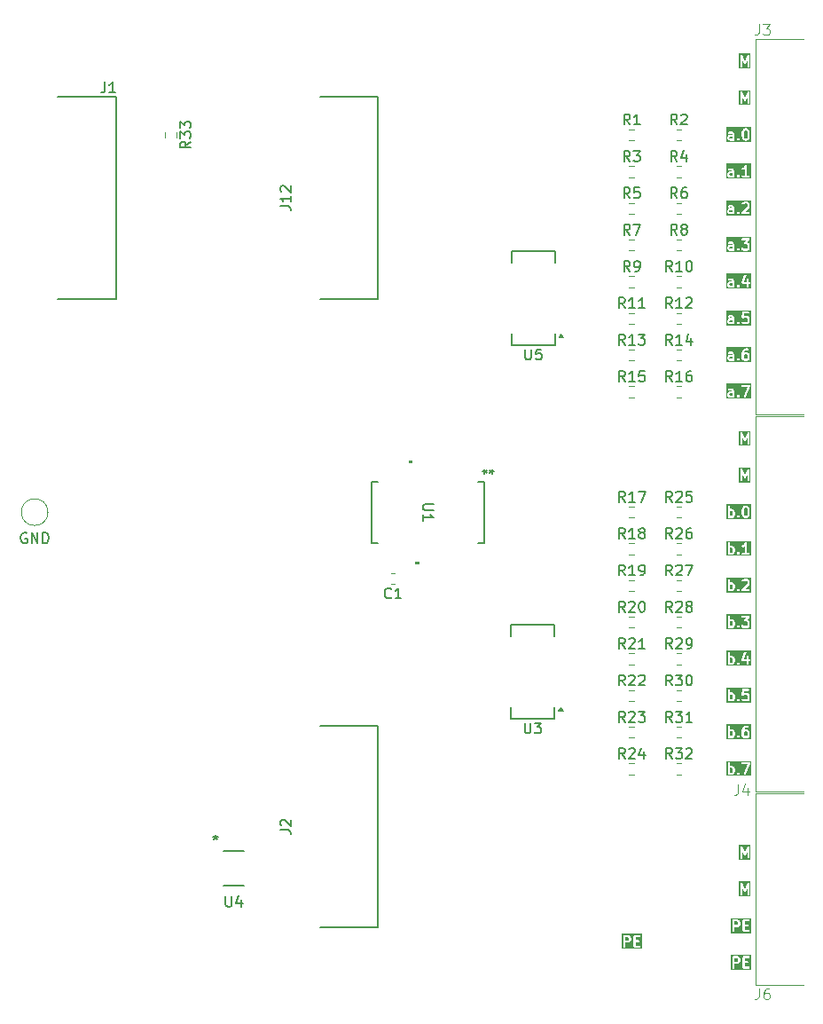
<source format=gbr>
%TF.GenerationSoftware,KiCad,Pcbnew,9.0.0*%
%TF.CreationDate,2025-03-09T11:05:24+03:00*%
%TF.ProjectId,PM_CNV-DI16_sink,504d5f43-4e56-42d4-9449-31365f73696e,rev?*%
%TF.SameCoordinates,Original*%
%TF.FileFunction,Legend,Top*%
%TF.FilePolarity,Positive*%
%FSLAX46Y46*%
G04 Gerber Fmt 4.6, Leading zero omitted, Abs format (unit mm)*
G04 Created by KiCad (PCBNEW 9.0.0) date 2025-03-09 11:05:24*
%MOMM*%
%LPD*%
G01*
G04 APERTURE LIST*
%ADD10C,0.200000*%
%ADD11C,0.150000*%
%ADD12C,0.100000*%
%ADD13C,0.120000*%
%ADD14C,0.152400*%
%ADD15C,0.000000*%
G04 APERTURE END LIST*
D10*
G36*
X31601755Y14657204D02*
G01*
X31582910Y14647781D01*
X31392029Y14647781D01*
X31347719Y14669936D01*
X31325565Y14714246D01*
X31325565Y14762270D01*
X31347720Y14806580D01*
X31392029Y14828734D01*
X31601755Y14828734D01*
X31601755Y14657204D01*
G37*
G36*
X33023471Y15037024D02*
G01*
X33048140Y15012356D01*
X33077945Y14952746D01*
X33077945Y14761865D01*
X33048140Y14702257D01*
X33023471Y14677587D01*
X32963862Y14647781D01*
X32820600Y14647781D01*
X32760990Y14677586D01*
X32736323Y14702254D01*
X32706517Y14761866D01*
X32706517Y14952746D01*
X32736322Y15012356D01*
X32760990Y15037025D01*
X32820600Y15066829D01*
X32963862Y15066829D01*
X33023471Y15037024D01*
G37*
G36*
X33389056Y14336670D02*
G01*
X31014454Y14336670D01*
X31014454Y14785877D01*
X31125565Y14785877D01*
X31125565Y14690639D01*
X31127486Y14671130D01*
X31128861Y14667810D01*
X31129116Y14664227D01*
X31136122Y14645918D01*
X31183741Y14550679D01*
X31185794Y14547416D01*
X31186308Y14545877D01*
X31187970Y14543961D01*
X31194184Y14534089D01*
X31203655Y14525875D01*
X31211872Y14516400D01*
X31221742Y14510188D01*
X31223660Y14508524D01*
X31225200Y14508011D01*
X31228463Y14505957D01*
X31323700Y14458338D01*
X31342009Y14451332D01*
X31345592Y14451078D01*
X31348913Y14449702D01*
X31368422Y14447781D01*
X31606517Y14447781D01*
X31626026Y14449702D01*
X31629346Y14451078D01*
X31632930Y14451332D01*
X31651238Y14458338D01*
X31655841Y14460640D01*
X31682246Y14449702D01*
X31721264Y14449702D01*
X31757312Y14464634D01*
X31784902Y14492224D01*
X31799834Y14528272D01*
X31801755Y14547781D01*
X31801755Y14614909D01*
X32032248Y14614909D01*
X32032248Y14575891D01*
X32038711Y14560288D01*
X32047180Y14539842D01*
X32047184Y14539838D01*
X32059616Y14524689D01*
X32107235Y14477071D01*
X32122388Y14464634D01*
X32131391Y14460905D01*
X32158437Y14449702D01*
X32197455Y14449702D01*
X32233503Y14464634D01*
X32248657Y14477070D01*
X32296275Y14524689D01*
X32308712Y14539842D01*
X32315464Y14556144D01*
X32323643Y14575890D01*
X32323644Y14614908D01*
X32308713Y14650957D01*
X32296276Y14666110D01*
X32248657Y14713730D01*
X32233504Y14726167D01*
X32211310Y14735360D01*
X32208910Y14736354D01*
X32197455Y14741099D01*
X32158437Y14741099D01*
X32147879Y14736726D01*
X32122389Y14726168D01*
X32122388Y14726167D01*
X32107234Y14713730D01*
X32059616Y14666110D01*
X32047179Y14650957D01*
X32037166Y14626781D01*
X32032248Y14614909D01*
X31801755Y14614909D01*
X31801755Y15071591D01*
X31799834Y15091100D01*
X31798458Y15094421D01*
X31798204Y15098004D01*
X31791198Y15116313D01*
X31789749Y15119210D01*
X32506517Y15119210D01*
X32506517Y14738258D01*
X32508438Y14718749D01*
X32509813Y14715429D01*
X32510068Y14711845D01*
X32517074Y14693537D01*
X32564693Y14598299D01*
X32569976Y14589907D01*
X32570988Y14587463D01*
X32573244Y14584714D01*
X32575136Y14581709D01*
X32577130Y14579980D01*
X32583425Y14572310D01*
X32631043Y14524690D01*
X32638711Y14518397D01*
X32640443Y14516400D01*
X32643451Y14514507D01*
X32646197Y14512253D01*
X32648637Y14511243D01*
X32657034Y14505957D01*
X32752271Y14458338D01*
X32770580Y14451332D01*
X32774163Y14451078D01*
X32777484Y14449702D01*
X32796993Y14447781D01*
X32987469Y14447781D01*
X33006978Y14449702D01*
X33010298Y14451078D01*
X33013882Y14451332D01*
X33032190Y14458338D01*
X33127428Y14505957D01*
X33135823Y14511242D01*
X33138265Y14512253D01*
X33141012Y14514509D01*
X33144018Y14516400D01*
X33145748Y14518395D01*
X33153418Y14524690D01*
X33201037Y14572310D01*
X33207329Y14579977D01*
X33209326Y14581708D01*
X33211219Y14584716D01*
X33213474Y14587463D01*
X33214485Y14589905D01*
X33219769Y14598299D01*
X33267388Y14693536D01*
X33274394Y14711845D01*
X33274648Y14715429D01*
X33276024Y14718749D01*
X33277945Y14738258D01*
X33277945Y14976353D01*
X33276024Y14995862D01*
X33274648Y14999183D01*
X33274394Y15002766D01*
X33267388Y15021075D01*
X33219769Y15116312D01*
X33214483Y15124709D01*
X33213473Y15127149D01*
X33211219Y15129895D01*
X33209326Y15132903D01*
X33207328Y15134636D01*
X33201036Y15142302D01*
X33153418Y15189921D01*
X33145747Y15196216D01*
X33144018Y15198210D01*
X33141010Y15200104D01*
X33138264Y15202357D01*
X33135824Y15203368D01*
X33127428Y15208653D01*
X33032190Y15256272D01*
X33013882Y15263278D01*
X33010298Y15263533D01*
X33006978Y15264908D01*
X32987469Y15266829D01*
X32796993Y15266829D01*
X32777484Y15264908D01*
X32774163Y15263533D01*
X32770580Y15263278D01*
X32752271Y15256272D01*
X32742658Y15251466D01*
X32746949Y15268628D01*
X32827085Y15388833D01*
X32856228Y15417977D01*
X32915838Y15447781D01*
X33082707Y15447781D01*
X33102216Y15449702D01*
X33138264Y15464634D01*
X33165854Y15492224D01*
X33180786Y15528272D01*
X33180786Y15567290D01*
X33165854Y15603338D01*
X33138264Y15630928D01*
X33102216Y15645860D01*
X33082707Y15647781D01*
X32892231Y15647781D01*
X32872722Y15645860D01*
X32869401Y15644485D01*
X32865818Y15644230D01*
X32847509Y15637224D01*
X32752272Y15589605D01*
X32743875Y15584320D01*
X32741435Y15583309D01*
X32738689Y15581056D01*
X32735681Y15579162D01*
X32733948Y15577165D01*
X32726282Y15570872D01*
X32678663Y15523254D01*
X32678618Y15523200D01*
X32678589Y15523180D01*
X32672407Y15515632D01*
X32666227Y15508100D01*
X32666213Y15508068D01*
X32666169Y15508013D01*
X32570931Y15365156D01*
X32565188Y15354387D01*
X32563717Y15352400D01*
X32562879Y15350055D01*
X32561708Y15347858D01*
X32561228Y15345435D01*
X32557122Y15333939D01*
X32509503Y15143464D01*
X32509002Y15140083D01*
X32508438Y15138719D01*
X32507714Y15131369D01*
X32506635Y15124071D01*
X32506852Y15122613D01*
X32506517Y15119210D01*
X31789749Y15119210D01*
X31743579Y15211550D01*
X31741524Y15214814D01*
X31741012Y15216352D01*
X31739350Y15218268D01*
X31733136Y15228141D01*
X31723660Y15236359D01*
X31715447Y15245829D01*
X31705575Y15252043D01*
X31703659Y15253705D01*
X31702120Y15254219D01*
X31698857Y15256272D01*
X31603619Y15303891D01*
X31585311Y15310897D01*
X31581727Y15311152D01*
X31578407Y15312527D01*
X31558898Y15314448D01*
X31368422Y15314448D01*
X31348913Y15312527D01*
X31345592Y15311152D01*
X31342009Y15310897D01*
X31323700Y15303891D01*
X31228463Y15256272D01*
X31211872Y15245829D01*
X31186308Y15216352D01*
X31173969Y15179336D01*
X31176735Y15140416D01*
X31194184Y15105517D01*
X31223661Y15079953D01*
X31260677Y15067614D01*
X31299597Y15070380D01*
X31317905Y15077386D01*
X31392029Y15114448D01*
X31535291Y15114448D01*
X31579600Y15092293D01*
X31601755Y15047984D01*
X31601755Y15038157D01*
X31582910Y15028734D01*
X31368422Y15028734D01*
X31348913Y15026813D01*
X31345592Y15025438D01*
X31342009Y15025183D01*
X31323700Y15018177D01*
X31228463Y14970558D01*
X31225199Y14968504D01*
X31223661Y14967991D01*
X31221745Y14966330D01*
X31211872Y14960115D01*
X31203654Y14950640D01*
X31194184Y14942426D01*
X31187970Y14932555D01*
X31186308Y14930638D01*
X31185794Y14929100D01*
X31183741Y14925836D01*
X31136122Y14830598D01*
X31129116Y14812290D01*
X31128861Y14808707D01*
X31127486Y14805386D01*
X31125565Y14785877D01*
X31014454Y14785877D01*
X31014454Y15758892D01*
X33389056Y15758892D01*
X33389056Y14336670D01*
G37*
G36*
X31594900Y-24415357D02*
G01*
X31619569Y-24440025D01*
X31649374Y-24499635D01*
X31649374Y-24738135D01*
X31619569Y-24797743D01*
X31594900Y-24822413D01*
X31535291Y-24852219D01*
X31392029Y-24852219D01*
X31373184Y-24842796D01*
X31373184Y-24394974D01*
X31392029Y-24385552D01*
X31535291Y-24385552D01*
X31594900Y-24415357D01*
G37*
G36*
X33434984Y-25163330D02*
G01*
X31062073Y-25163330D01*
X31062073Y-23952219D01*
X31173184Y-23952219D01*
X31173184Y-24952219D01*
X31175105Y-24971728D01*
X31190037Y-25007776D01*
X31217627Y-25035366D01*
X31253675Y-25050298D01*
X31292693Y-25050298D01*
X31319097Y-25039360D01*
X31323700Y-25041662D01*
X31342009Y-25048668D01*
X31345592Y-25048922D01*
X31348913Y-25050298D01*
X31368422Y-25052219D01*
X31558898Y-25052219D01*
X31578407Y-25050298D01*
X31581727Y-25048922D01*
X31585311Y-25048668D01*
X31603619Y-25041662D01*
X31698857Y-24994043D01*
X31707252Y-24988758D01*
X31709694Y-24987747D01*
X31712441Y-24985491D01*
X31715447Y-24983600D01*
X31717177Y-24981605D01*
X31724847Y-24975310D01*
X31772466Y-24927690D01*
X31778758Y-24920023D01*
X31780755Y-24918292D01*
X31782648Y-24915284D01*
X31784903Y-24912537D01*
X31785914Y-24910095D01*
X31791198Y-24901701D01*
X31799503Y-24885091D01*
X32032248Y-24885091D01*
X32032248Y-24924109D01*
X32038711Y-24939712D01*
X32047180Y-24960158D01*
X32047184Y-24960162D01*
X32059616Y-24975311D01*
X32107235Y-25022929D01*
X32122388Y-25035366D01*
X32131391Y-25039095D01*
X32158437Y-25050298D01*
X32197455Y-25050298D01*
X32233503Y-25035366D01*
X32248657Y-25022930D01*
X32296275Y-24975311D01*
X32308712Y-24960158D01*
X32315464Y-24943856D01*
X32323643Y-24924110D01*
X32323644Y-24885092D01*
X32308713Y-24849043D01*
X32296276Y-24833890D01*
X32248657Y-24786270D01*
X32233504Y-24773833D01*
X32218572Y-24767648D01*
X32197455Y-24758901D01*
X32158437Y-24758901D01*
X32147879Y-24763274D01*
X32122389Y-24773832D01*
X32122388Y-24773833D01*
X32107234Y-24786270D01*
X32059616Y-24833890D01*
X32047179Y-24849043D01*
X32037166Y-24873219D01*
X32032248Y-24885091D01*
X31799503Y-24885091D01*
X31838817Y-24806464D01*
X31845823Y-24788155D01*
X31846077Y-24784571D01*
X31847453Y-24781251D01*
X31849374Y-24761742D01*
X31849374Y-24476028D01*
X31847453Y-24456519D01*
X31846077Y-24453198D01*
X31845823Y-24449615D01*
X31838817Y-24431306D01*
X31791198Y-24336069D01*
X31785912Y-24327672D01*
X31784902Y-24325232D01*
X31782648Y-24322486D01*
X31780755Y-24319478D01*
X31778757Y-24317745D01*
X31772465Y-24310079D01*
X31724847Y-24262460D01*
X31717176Y-24256165D01*
X31715447Y-24254171D01*
X31712439Y-24252277D01*
X31709693Y-24250024D01*
X31707253Y-24249013D01*
X31698857Y-24243728D01*
X31603619Y-24196109D01*
X31585311Y-24189103D01*
X31581727Y-24188848D01*
X31578407Y-24187473D01*
X31558898Y-24185552D01*
X31373184Y-24185552D01*
X31373184Y-23952219D01*
X31371263Y-23932710D01*
X32460819Y-23932710D01*
X32460819Y-23971728D01*
X32475751Y-24007776D01*
X32503341Y-24035366D01*
X32539389Y-24050298D01*
X32558898Y-24052219D01*
X33073910Y-24052219D01*
X32705078Y-24912827D01*
X32699159Y-24931515D01*
X32698684Y-24970531D01*
X32713175Y-25006758D01*
X32740426Y-25034683D01*
X32776289Y-25050053D01*
X32815305Y-25050528D01*
X32851532Y-25036037D01*
X32879457Y-25008786D01*
X32888908Y-24991611D01*
X33317478Y-23991611D01*
X33323398Y-23972923D01*
X33323405Y-23972301D01*
X33323643Y-23971728D01*
X33323643Y-23952799D01*
X33323873Y-23933908D01*
X33323643Y-23933332D01*
X33323643Y-23932710D01*
X33316389Y-23915199D01*
X33309382Y-23897680D01*
X33308948Y-23897236D01*
X33308711Y-23896662D01*
X33295331Y-23883282D01*
X33282131Y-23869756D01*
X33281560Y-23869511D01*
X33281121Y-23869072D01*
X33263604Y-23861816D01*
X33246267Y-23854386D01*
X33245648Y-23854378D01*
X33245073Y-23854140D01*
X33225564Y-23852219D01*
X32558898Y-23852219D01*
X32539389Y-23854140D01*
X32503341Y-23869072D01*
X32475751Y-23896662D01*
X32460819Y-23932710D01*
X31371263Y-23932710D01*
X31356331Y-23896662D01*
X31328741Y-23869072D01*
X31292693Y-23854140D01*
X31253675Y-23854140D01*
X31217627Y-23869072D01*
X31190037Y-23896662D01*
X31175105Y-23932710D01*
X31173184Y-23952219D01*
X31062073Y-23952219D01*
X31062073Y-23741108D01*
X33434984Y-23741108D01*
X33434984Y-25163330D01*
G37*
G36*
X33341437Y-36661409D02*
G01*
X32252549Y-36661409D01*
X32252549Y-35452219D01*
X32363660Y-35452219D01*
X32363660Y-36452219D01*
X32365581Y-36471728D01*
X32380513Y-36507776D01*
X32408103Y-36535366D01*
X32444151Y-36550298D01*
X32483169Y-36550298D01*
X32519217Y-36535366D01*
X32546807Y-36507776D01*
X32561739Y-36471728D01*
X32563660Y-36452219D01*
X32563660Y-35902975D01*
X32706375Y-36208793D01*
X32710607Y-36215938D01*
X32711487Y-36218356D01*
X32713052Y-36220065D01*
X32716366Y-36225659D01*
X32727576Y-36235925D01*
X32737838Y-36247131D01*
X32741863Y-36249009D01*
X32745141Y-36252011D01*
X32759423Y-36257204D01*
X32773196Y-36263632D01*
X32777635Y-36263827D01*
X32781810Y-36265345D01*
X32796993Y-36264677D01*
X32812176Y-36265345D01*
X32816349Y-36263827D01*
X32820791Y-36263632D01*
X32834575Y-36257199D01*
X32848845Y-36252010D01*
X32852118Y-36249012D01*
X32856148Y-36247132D01*
X32866417Y-36235917D01*
X32877620Y-36225659D01*
X32880931Y-36220068D01*
X32882500Y-36218356D01*
X32883380Y-36215934D01*
X32887611Y-36208793D01*
X33030326Y-35902974D01*
X33030326Y-36452219D01*
X33032247Y-36471728D01*
X33047179Y-36507776D01*
X33074769Y-36535366D01*
X33110817Y-36550298D01*
X33149835Y-36550298D01*
X33185883Y-36535366D01*
X33213473Y-36507776D01*
X33228405Y-36471728D01*
X33230326Y-36452219D01*
X33230326Y-35452219D01*
X33229063Y-35439395D01*
X33229167Y-35437036D01*
X33228706Y-35435768D01*
X33228405Y-35432710D01*
X33221764Y-35416679D01*
X33215833Y-35400367D01*
X33214326Y-35398721D01*
X33213473Y-35396662D01*
X33201211Y-35384400D01*
X33189481Y-35371591D01*
X33187457Y-35370646D01*
X33185883Y-35369072D01*
X33169867Y-35362437D01*
X33154124Y-35355091D01*
X33151894Y-35354993D01*
X33149835Y-35354140D01*
X33132483Y-35354140D01*
X33115143Y-35353378D01*
X33113047Y-35354140D01*
X33110817Y-35354140D01*
X33094786Y-35360780D01*
X33078474Y-35366712D01*
X33076828Y-35368218D01*
X33074769Y-35369072D01*
X33062501Y-35381339D01*
X33049699Y-35393064D01*
X33048132Y-35395708D01*
X33047179Y-35396662D01*
X33046275Y-35398843D01*
X33039708Y-35409930D01*
X32796992Y-35930033D01*
X32554278Y-35409930D01*
X32547710Y-35398843D01*
X32546807Y-35396662D01*
X32545853Y-35395708D01*
X32544287Y-35393064D01*
X32531490Y-35381345D01*
X32519217Y-35369072D01*
X32517155Y-35368218D01*
X32515512Y-35366713D01*
X32499210Y-35360784D01*
X32483169Y-35354140D01*
X32480938Y-35354140D01*
X32478843Y-35353378D01*
X32461503Y-35354140D01*
X32444151Y-35354140D01*
X32442091Y-35354993D01*
X32439863Y-35355091D01*
X32424132Y-35362432D01*
X32408103Y-35369072D01*
X32406526Y-35370648D01*
X32404505Y-35371592D01*
X32392786Y-35384388D01*
X32380513Y-35396662D01*
X32379659Y-35398723D01*
X32378154Y-35400367D01*
X32372225Y-35416668D01*
X32365581Y-35432710D01*
X32365279Y-35435768D01*
X32364819Y-35437036D01*
X32364922Y-35439395D01*
X32363660Y-35452219D01*
X32252549Y-35452219D01*
X32252549Y-35242267D01*
X33341437Y-35242267D01*
X33341437Y-36661409D01*
G37*
G36*
X31594900Y-10415357D02*
G01*
X31619569Y-10440025D01*
X31649374Y-10499635D01*
X31649374Y-10738135D01*
X31619569Y-10797743D01*
X31594900Y-10822413D01*
X31535291Y-10852219D01*
X31392029Y-10852219D01*
X31373184Y-10842796D01*
X31373184Y-10394974D01*
X31392029Y-10385552D01*
X31535291Y-10385552D01*
X31594900Y-10415357D01*
G37*
G36*
X33389056Y-11163330D02*
G01*
X31062073Y-11163330D01*
X31062073Y-9952219D01*
X31173184Y-9952219D01*
X31173184Y-10952219D01*
X31175105Y-10971728D01*
X31190037Y-11007776D01*
X31217627Y-11035366D01*
X31253675Y-11050298D01*
X31292693Y-11050298D01*
X31319097Y-11039360D01*
X31323700Y-11041662D01*
X31342009Y-11048668D01*
X31345592Y-11048922D01*
X31348913Y-11050298D01*
X31368422Y-11052219D01*
X31558898Y-11052219D01*
X31578407Y-11050298D01*
X31581727Y-11048922D01*
X31585311Y-11048668D01*
X31603619Y-11041662D01*
X31698857Y-10994043D01*
X31707252Y-10988758D01*
X31709694Y-10987747D01*
X31712441Y-10985491D01*
X31715447Y-10983600D01*
X31717177Y-10981605D01*
X31724847Y-10975310D01*
X31772466Y-10927690D01*
X31778758Y-10920023D01*
X31780755Y-10918292D01*
X31782648Y-10915284D01*
X31784903Y-10912537D01*
X31785914Y-10910095D01*
X31791198Y-10901701D01*
X31799503Y-10885091D01*
X32032248Y-10885091D01*
X32032248Y-10924109D01*
X32038711Y-10939712D01*
X32047180Y-10960158D01*
X32047184Y-10960162D01*
X32059616Y-10975311D01*
X32107235Y-11022929D01*
X32122388Y-11035366D01*
X32131391Y-11039095D01*
X32158437Y-11050298D01*
X32197455Y-11050298D01*
X32233503Y-11035366D01*
X32248657Y-11022930D01*
X32296275Y-10975311D01*
X32308712Y-10960158D01*
X32315464Y-10943856D01*
X32323643Y-10924110D01*
X32323644Y-10885092D01*
X32308713Y-10849043D01*
X32296276Y-10833890D01*
X32248657Y-10786270D01*
X32233504Y-10773833D01*
X32218572Y-10767648D01*
X32197455Y-10758901D01*
X32158437Y-10758901D01*
X32147879Y-10763274D01*
X32122389Y-10773832D01*
X32122388Y-10773833D01*
X32107234Y-10786270D01*
X32059616Y-10833890D01*
X32047179Y-10849043D01*
X32037166Y-10873219D01*
X32032248Y-10885091D01*
X31799503Y-10885091D01*
X31838817Y-10806464D01*
X31845823Y-10788155D01*
X31846077Y-10784571D01*
X31847453Y-10781251D01*
X31849374Y-10761742D01*
X31849374Y-10476028D01*
X31847453Y-10456519D01*
X31846077Y-10453198D01*
X31845823Y-10449615D01*
X31838817Y-10431306D01*
X31791198Y-10336069D01*
X31785912Y-10327672D01*
X31784902Y-10325232D01*
X31782648Y-10322486D01*
X31780755Y-10319478D01*
X31778757Y-10317745D01*
X31772465Y-10310079D01*
X31724847Y-10262460D01*
X31717176Y-10256165D01*
X31715447Y-10254171D01*
X31712439Y-10252277D01*
X31709693Y-10250024D01*
X31707253Y-10249013D01*
X31698857Y-10243728D01*
X31603619Y-10196109D01*
X31585311Y-10189103D01*
X31581727Y-10188848D01*
X31578407Y-10187473D01*
X31558898Y-10185552D01*
X31373184Y-10185552D01*
X31373184Y-9952219D01*
X31371263Y-9932710D01*
X32460819Y-9932710D01*
X32460819Y-9971728D01*
X32475751Y-10007776D01*
X32503341Y-10035366D01*
X32539389Y-10050298D01*
X32558898Y-10052219D01*
X32957568Y-10052219D01*
X32769354Y-10267321D01*
X32763324Y-10275754D01*
X32761465Y-10277614D01*
X32760734Y-10279377D01*
X32757953Y-10283268D01*
X32752748Y-10298656D01*
X32746533Y-10313662D01*
X32746533Y-10317035D01*
X32745453Y-10320229D01*
X32746533Y-10336431D01*
X32746533Y-10352680D01*
X32747823Y-10355795D01*
X32748048Y-10359161D01*
X32755248Y-10373721D01*
X32761465Y-10388728D01*
X32763849Y-10391112D01*
X32765345Y-10394136D01*
X32777570Y-10404833D01*
X32789055Y-10416318D01*
X32792169Y-10417608D01*
X32794709Y-10419830D01*
X32810097Y-10425034D01*
X32825103Y-10431250D01*
X32829862Y-10431718D01*
X32831670Y-10432330D01*
X32834294Y-10432155D01*
X32844612Y-10433171D01*
X32963862Y-10433171D01*
X33023471Y-10462976D01*
X33048140Y-10487644D01*
X33077945Y-10547254D01*
X33077945Y-10738135D01*
X33048140Y-10797743D01*
X33023471Y-10822413D01*
X32963862Y-10852219D01*
X32725362Y-10852219D01*
X32665752Y-10822414D01*
X32629609Y-10786270D01*
X32614456Y-10773833D01*
X32578408Y-10758902D01*
X32539390Y-10758901D01*
X32503341Y-10773832D01*
X32475751Y-10801422D01*
X32460820Y-10837470D01*
X32460819Y-10876488D01*
X32475750Y-10912537D01*
X32488187Y-10927690D01*
X32535805Y-10975310D01*
X32543473Y-10981603D01*
X32545205Y-10983600D01*
X32548213Y-10985493D01*
X32550959Y-10987747D01*
X32553399Y-10988757D01*
X32561796Y-10994043D01*
X32657033Y-11041662D01*
X32675342Y-11048668D01*
X32678925Y-11048922D01*
X32682246Y-11050298D01*
X32701755Y-11052219D01*
X32987469Y-11052219D01*
X33006978Y-11050298D01*
X33010298Y-11048922D01*
X33013882Y-11048668D01*
X33032190Y-11041662D01*
X33127428Y-10994043D01*
X33135823Y-10988758D01*
X33138265Y-10987747D01*
X33141012Y-10985491D01*
X33144018Y-10983600D01*
X33145748Y-10981605D01*
X33153418Y-10975310D01*
X33201037Y-10927690D01*
X33207329Y-10920023D01*
X33209326Y-10918292D01*
X33211219Y-10915284D01*
X33213474Y-10912537D01*
X33214485Y-10910095D01*
X33219769Y-10901701D01*
X33267388Y-10806464D01*
X33274394Y-10788155D01*
X33274648Y-10784571D01*
X33276024Y-10781251D01*
X33277945Y-10761742D01*
X33277945Y-10523647D01*
X33276024Y-10504138D01*
X33274648Y-10500817D01*
X33274394Y-10497234D01*
X33267388Y-10478925D01*
X33219769Y-10383688D01*
X33214483Y-10375291D01*
X33213473Y-10372851D01*
X33211219Y-10370105D01*
X33209326Y-10367097D01*
X33207328Y-10365364D01*
X33201036Y-10357698D01*
X33153418Y-10310079D01*
X33145747Y-10303784D01*
X33144018Y-10301790D01*
X33141010Y-10299896D01*
X33138264Y-10297643D01*
X33135824Y-10296632D01*
X33127428Y-10291347D01*
X33048580Y-10251923D01*
X33253203Y-10018069D01*
X33259232Y-10009635D01*
X33261092Y-10007776D01*
X33261822Y-10006012D01*
X33264604Y-10002122D01*
X33269808Y-9986733D01*
X33276024Y-9971728D01*
X33276024Y-9968354D01*
X33277104Y-9965161D01*
X33276024Y-9948958D01*
X33276024Y-9932710D01*
X33274733Y-9929594D01*
X33274509Y-9926229D01*
X33267306Y-9911663D01*
X33261092Y-9896662D01*
X33258708Y-9894278D01*
X33257213Y-9891254D01*
X33244979Y-9880549D01*
X33233502Y-9869072D01*
X33230388Y-9867782D01*
X33227849Y-9865560D01*
X33212457Y-9860354D01*
X33197454Y-9854140D01*
X33192694Y-9853671D01*
X33190887Y-9853060D01*
X33188262Y-9853234D01*
X33177945Y-9852219D01*
X32558898Y-9852219D01*
X32539389Y-9854140D01*
X32503341Y-9869072D01*
X32475751Y-9896662D01*
X32460819Y-9932710D01*
X31371263Y-9932710D01*
X31356331Y-9896662D01*
X31328741Y-9869072D01*
X31292693Y-9854140D01*
X31253675Y-9854140D01*
X31217627Y-9869072D01*
X31190037Y-9896662D01*
X31175105Y-9932710D01*
X31173184Y-9952219D01*
X31062073Y-9952219D01*
X31062073Y-9741108D01*
X33389056Y-9741108D01*
X33389056Y-11163330D01*
G37*
G36*
X33341437Y38838591D02*
G01*
X32252549Y38838591D01*
X32252549Y40047781D01*
X32363660Y40047781D01*
X32363660Y39047781D01*
X32365581Y39028272D01*
X32380513Y38992224D01*
X32408103Y38964634D01*
X32444151Y38949702D01*
X32483169Y38949702D01*
X32519217Y38964634D01*
X32546807Y38992224D01*
X32561739Y39028272D01*
X32563660Y39047781D01*
X32563660Y39597025D01*
X32706375Y39291207D01*
X32710607Y39284062D01*
X32711487Y39281644D01*
X32713052Y39279935D01*
X32716366Y39274341D01*
X32727576Y39264075D01*
X32737838Y39252869D01*
X32741863Y39250991D01*
X32745141Y39247989D01*
X32759423Y39242796D01*
X32773196Y39236368D01*
X32777635Y39236173D01*
X32781810Y39234655D01*
X32796993Y39235323D01*
X32812176Y39234655D01*
X32816349Y39236173D01*
X32820791Y39236368D01*
X32834575Y39242801D01*
X32848845Y39247990D01*
X32852118Y39250988D01*
X32856148Y39252868D01*
X32866417Y39264083D01*
X32877620Y39274341D01*
X32880931Y39279932D01*
X32882500Y39281644D01*
X32883380Y39284066D01*
X32887611Y39291207D01*
X33030326Y39597026D01*
X33030326Y39047781D01*
X33032247Y39028272D01*
X33047179Y38992224D01*
X33074769Y38964634D01*
X33110817Y38949702D01*
X33149835Y38949702D01*
X33185883Y38964634D01*
X33213473Y38992224D01*
X33228405Y39028272D01*
X33230326Y39047781D01*
X33230326Y40047781D01*
X33229063Y40060605D01*
X33229167Y40062964D01*
X33228706Y40064232D01*
X33228405Y40067290D01*
X33221764Y40083321D01*
X33215833Y40099633D01*
X33214326Y40101279D01*
X33213473Y40103338D01*
X33201211Y40115600D01*
X33189481Y40128409D01*
X33187457Y40129354D01*
X33185883Y40130928D01*
X33169867Y40137563D01*
X33154124Y40144909D01*
X33151894Y40145007D01*
X33149835Y40145860D01*
X33132483Y40145860D01*
X33115143Y40146622D01*
X33113047Y40145860D01*
X33110817Y40145860D01*
X33094786Y40139220D01*
X33078474Y40133288D01*
X33076828Y40131782D01*
X33074769Y40130928D01*
X33062501Y40118661D01*
X33049699Y40106936D01*
X33048132Y40104292D01*
X33047179Y40103338D01*
X33046275Y40101157D01*
X33039708Y40090070D01*
X32796992Y39569967D01*
X32554278Y40090070D01*
X32547710Y40101157D01*
X32546807Y40103338D01*
X32545853Y40104292D01*
X32544287Y40106936D01*
X32531490Y40118655D01*
X32519217Y40130928D01*
X32517155Y40131782D01*
X32515512Y40133287D01*
X32499210Y40139216D01*
X32483169Y40145860D01*
X32480938Y40145860D01*
X32478843Y40146622D01*
X32461503Y40145860D01*
X32444151Y40145860D01*
X32442091Y40145007D01*
X32439863Y40144909D01*
X32424132Y40137568D01*
X32408103Y40130928D01*
X32406526Y40129352D01*
X32404505Y40128408D01*
X32392786Y40115612D01*
X32380513Y40103338D01*
X32379659Y40101277D01*
X32378154Y40099633D01*
X32372225Y40083332D01*
X32365581Y40067290D01*
X32365279Y40064232D01*
X32364819Y40062964D01*
X32364922Y40060605D01*
X32363660Y40047781D01*
X32252549Y40047781D01*
X32252549Y40257733D01*
X33341437Y40257733D01*
X33341437Y38838591D01*
G37*
G36*
X31601755Y18157204D02*
G01*
X31582910Y18147781D01*
X31392029Y18147781D01*
X31347719Y18169936D01*
X31325565Y18214246D01*
X31325565Y18262270D01*
X31347720Y18306580D01*
X31392029Y18328734D01*
X31601755Y18328734D01*
X31601755Y18157204D01*
G37*
G36*
X33389056Y17836670D02*
G01*
X31014454Y17836670D01*
X31014454Y18285877D01*
X31125565Y18285877D01*
X31125565Y18190639D01*
X31127486Y18171130D01*
X31128861Y18167810D01*
X31129116Y18164227D01*
X31136122Y18145918D01*
X31183741Y18050679D01*
X31185794Y18047416D01*
X31186308Y18045877D01*
X31187970Y18043961D01*
X31194184Y18034089D01*
X31203655Y18025875D01*
X31211872Y18016400D01*
X31221742Y18010188D01*
X31223660Y18008524D01*
X31225200Y18008011D01*
X31228463Y18005957D01*
X31323700Y17958338D01*
X31342009Y17951332D01*
X31345592Y17951078D01*
X31348913Y17949702D01*
X31368422Y17947781D01*
X31606517Y17947781D01*
X31626026Y17949702D01*
X31629346Y17951078D01*
X31632930Y17951332D01*
X31651238Y17958338D01*
X31655841Y17960640D01*
X31682246Y17949702D01*
X31721264Y17949702D01*
X31757312Y17964634D01*
X31784902Y17992224D01*
X31799834Y18028272D01*
X31801755Y18047781D01*
X31801755Y18114909D01*
X32032248Y18114909D01*
X32032248Y18075891D01*
X32038711Y18060288D01*
X32047180Y18039842D01*
X32047184Y18039838D01*
X32059616Y18024689D01*
X32107235Y17977071D01*
X32122388Y17964634D01*
X32131391Y17960905D01*
X32158437Y17949702D01*
X32197455Y17949702D01*
X32233503Y17964634D01*
X32248657Y17977070D01*
X32296275Y18024689D01*
X32308712Y18039842D01*
X32315464Y18056144D01*
X32323643Y18075890D01*
X32323644Y18114908D01*
X32308713Y18150957D01*
X32296276Y18166110D01*
X32248657Y18213730D01*
X32233504Y18226167D01*
X32211310Y18235360D01*
X32208910Y18236354D01*
X32197455Y18241099D01*
X32158437Y18241099D01*
X32147879Y18236726D01*
X32122389Y18226168D01*
X32122388Y18226167D01*
X32107234Y18213730D01*
X32059616Y18166110D01*
X32047179Y18150957D01*
X32037166Y18126781D01*
X32032248Y18114909D01*
X31801755Y18114909D01*
X31801755Y18561938D01*
X32506984Y18561938D01*
X32508438Y18557120D01*
X32508438Y18552082D01*
X32514034Y18538573D01*
X32518255Y18524583D01*
X32521442Y18520687D01*
X32523370Y18516034D01*
X32533706Y18505698D01*
X32542962Y18494385D01*
X32547399Y18492005D01*
X32550960Y18488444D01*
X32564465Y18482850D01*
X32577346Y18475940D01*
X32582355Y18475440D01*
X32587008Y18473512D01*
X32601629Y18473512D01*
X32616170Y18472058D01*
X32620989Y18473512D01*
X32626026Y18473512D01*
X32639535Y18479109D01*
X32653525Y18483329D01*
X32657421Y18486517D01*
X32662074Y18488444D01*
X32677228Y18500880D01*
X32713371Y18537025D01*
X32772981Y18566829D01*
X32963862Y18566829D01*
X33023471Y18537024D01*
X33048140Y18512356D01*
X33077945Y18452746D01*
X33077945Y18261865D01*
X33048140Y18202257D01*
X33023471Y18177587D01*
X32963862Y18147781D01*
X32772981Y18147781D01*
X32713371Y18177586D01*
X32677228Y18213730D01*
X32662075Y18226167D01*
X32626027Y18241098D01*
X32587009Y18241099D01*
X32550960Y18226168D01*
X32523370Y18198578D01*
X32508439Y18162530D01*
X32508438Y18123512D01*
X32523369Y18087463D01*
X32535806Y18072310D01*
X32583424Y18024690D01*
X32591092Y18018397D01*
X32592824Y18016400D01*
X32595832Y18014507D01*
X32598578Y18012253D01*
X32601018Y18011243D01*
X32609415Y18005957D01*
X32704652Y17958338D01*
X32722961Y17951332D01*
X32726544Y17951078D01*
X32729865Y17949702D01*
X32749374Y17947781D01*
X32987469Y17947781D01*
X33006978Y17949702D01*
X33010298Y17951078D01*
X33013882Y17951332D01*
X33032190Y17958338D01*
X33127428Y18005957D01*
X33135823Y18011242D01*
X33138265Y18012253D01*
X33141012Y18014509D01*
X33144018Y18016400D01*
X33145748Y18018395D01*
X33153418Y18024690D01*
X33201037Y18072310D01*
X33207329Y18079977D01*
X33209326Y18081708D01*
X33211219Y18084716D01*
X33213474Y18087463D01*
X33214485Y18089905D01*
X33219769Y18098299D01*
X33267388Y18193536D01*
X33274394Y18211845D01*
X33274648Y18215429D01*
X33276024Y18218749D01*
X33277945Y18238258D01*
X33277945Y18476353D01*
X33276024Y18495862D01*
X33274648Y18499183D01*
X33274394Y18502766D01*
X33267388Y18521075D01*
X33219769Y18616312D01*
X33214483Y18624709D01*
X33213473Y18627149D01*
X33211219Y18629895D01*
X33209326Y18632903D01*
X33207328Y18634636D01*
X33201036Y18642302D01*
X33153418Y18689921D01*
X33145747Y18696216D01*
X33144018Y18698210D01*
X33141010Y18700104D01*
X33138264Y18702357D01*
X33135824Y18703368D01*
X33127428Y18708653D01*
X33032190Y18756272D01*
X33013882Y18763278D01*
X33010298Y18763533D01*
X33006978Y18764908D01*
X32987469Y18766829D01*
X32749374Y18766829D01*
X32729865Y18764908D01*
X32726544Y18763533D01*
X32726207Y18763509D01*
X32744635Y18947781D01*
X33130326Y18947781D01*
X33149835Y18949702D01*
X33185883Y18964634D01*
X33213473Y18992224D01*
X33228405Y19028272D01*
X33228405Y19067290D01*
X33213473Y19103338D01*
X33185883Y19130928D01*
X33149835Y19145860D01*
X33130326Y19147781D01*
X32654136Y19147781D01*
X32646919Y19147071D01*
X32644483Y19147314D01*
X32642104Y19146597D01*
X32634627Y19145860D01*
X32621117Y19140264D01*
X32607128Y19136043D01*
X32603231Y19132856D01*
X32598579Y19130928D01*
X32588242Y19120592D01*
X32576930Y19111336D01*
X32574549Y19106899D01*
X32570989Y19103338D01*
X32565394Y19089833D01*
X32558485Y19076952D01*
X32557008Y19069588D01*
X32556057Y19067290D01*
X32556057Y19064840D01*
X32554632Y19057731D01*
X32507013Y18581541D01*
X32506984Y18561938D01*
X31801755Y18561938D01*
X31801755Y18571591D01*
X31799834Y18591100D01*
X31798458Y18594421D01*
X31798204Y18598004D01*
X31791198Y18616313D01*
X31743579Y18711550D01*
X31741524Y18714814D01*
X31741012Y18716352D01*
X31739350Y18718268D01*
X31733136Y18728141D01*
X31723660Y18736359D01*
X31715447Y18745829D01*
X31705575Y18752043D01*
X31703659Y18753705D01*
X31702120Y18754219D01*
X31698857Y18756272D01*
X31603619Y18803891D01*
X31585311Y18810897D01*
X31581727Y18811152D01*
X31578407Y18812527D01*
X31558898Y18814448D01*
X31368422Y18814448D01*
X31348913Y18812527D01*
X31345592Y18811152D01*
X31342009Y18810897D01*
X31323700Y18803891D01*
X31228463Y18756272D01*
X31211872Y18745829D01*
X31186308Y18716352D01*
X31173969Y18679336D01*
X31176735Y18640416D01*
X31194184Y18605517D01*
X31223661Y18579953D01*
X31260677Y18567614D01*
X31299597Y18570380D01*
X31317905Y18577386D01*
X31392029Y18614448D01*
X31535291Y18614448D01*
X31579600Y18592293D01*
X31601755Y18547984D01*
X31601755Y18538157D01*
X31582910Y18528734D01*
X31368422Y18528734D01*
X31348913Y18526813D01*
X31345592Y18525438D01*
X31342009Y18525183D01*
X31323700Y18518177D01*
X31228463Y18470558D01*
X31225199Y18468504D01*
X31223661Y18467991D01*
X31221745Y18466330D01*
X31211872Y18460115D01*
X31203654Y18450640D01*
X31194184Y18442426D01*
X31187970Y18432555D01*
X31186308Y18430638D01*
X31185794Y18429100D01*
X31183741Y18425836D01*
X31136122Y18330598D01*
X31129116Y18312290D01*
X31128861Y18308707D01*
X31127486Y18305386D01*
X31125565Y18285877D01*
X31014454Y18285877D01*
X31014454Y19258892D01*
X33389056Y19258892D01*
X33389056Y17836670D01*
G37*
G36*
X31594900Y-20915357D02*
G01*
X31619569Y-20940025D01*
X31649374Y-20999635D01*
X31649374Y-21238135D01*
X31619569Y-21297743D01*
X31594900Y-21322413D01*
X31535291Y-21352219D01*
X31392029Y-21352219D01*
X31373184Y-21342796D01*
X31373184Y-20894974D01*
X31392029Y-20885552D01*
X31535291Y-20885552D01*
X31594900Y-20915357D01*
G37*
G36*
X33023471Y-20962976D02*
G01*
X33048140Y-20987644D01*
X33077945Y-21047254D01*
X33077945Y-21238135D01*
X33048140Y-21297743D01*
X33023471Y-21322413D01*
X32963862Y-21352219D01*
X32820600Y-21352219D01*
X32760990Y-21322414D01*
X32736323Y-21297746D01*
X32706517Y-21238134D01*
X32706517Y-21047254D01*
X32736322Y-20987644D01*
X32760990Y-20962975D01*
X32820600Y-20933171D01*
X32963862Y-20933171D01*
X33023471Y-20962976D01*
G37*
G36*
X33389056Y-21663330D02*
G01*
X31062073Y-21663330D01*
X31062073Y-20452219D01*
X31173184Y-20452219D01*
X31173184Y-21452219D01*
X31175105Y-21471728D01*
X31190037Y-21507776D01*
X31217627Y-21535366D01*
X31253675Y-21550298D01*
X31292693Y-21550298D01*
X31319097Y-21539360D01*
X31323700Y-21541662D01*
X31342009Y-21548668D01*
X31345592Y-21548922D01*
X31348913Y-21550298D01*
X31368422Y-21552219D01*
X31558898Y-21552219D01*
X31578407Y-21550298D01*
X31581727Y-21548922D01*
X31585311Y-21548668D01*
X31603619Y-21541662D01*
X31698857Y-21494043D01*
X31707252Y-21488758D01*
X31709694Y-21487747D01*
X31712441Y-21485491D01*
X31715447Y-21483600D01*
X31717177Y-21481605D01*
X31724847Y-21475310D01*
X31772466Y-21427690D01*
X31778758Y-21420023D01*
X31780755Y-21418292D01*
X31782648Y-21415284D01*
X31784903Y-21412537D01*
X31785914Y-21410095D01*
X31791198Y-21401701D01*
X31799503Y-21385091D01*
X32032248Y-21385091D01*
X32032248Y-21424109D01*
X32038711Y-21439712D01*
X32047180Y-21460158D01*
X32047184Y-21460162D01*
X32059616Y-21475311D01*
X32107235Y-21522929D01*
X32122388Y-21535366D01*
X32131391Y-21539095D01*
X32158437Y-21550298D01*
X32197455Y-21550298D01*
X32233503Y-21535366D01*
X32248657Y-21522930D01*
X32296275Y-21475311D01*
X32308712Y-21460158D01*
X32315464Y-21443856D01*
X32323643Y-21424110D01*
X32323644Y-21385092D01*
X32308713Y-21349043D01*
X32296276Y-21333890D01*
X32248657Y-21286270D01*
X32233504Y-21273833D01*
X32218572Y-21267648D01*
X32197455Y-21258901D01*
X32158437Y-21258901D01*
X32147879Y-21263274D01*
X32122389Y-21273832D01*
X32122388Y-21273833D01*
X32107234Y-21286270D01*
X32059616Y-21333890D01*
X32047179Y-21349043D01*
X32037166Y-21373219D01*
X32032248Y-21385091D01*
X31799503Y-21385091D01*
X31838817Y-21306464D01*
X31845823Y-21288155D01*
X31846077Y-21284571D01*
X31847453Y-21281251D01*
X31849374Y-21261742D01*
X31849374Y-20976028D01*
X31847453Y-20956519D01*
X31846077Y-20953198D01*
X31845823Y-20949615D01*
X31838817Y-20931306D01*
X31813559Y-20880790D01*
X32506517Y-20880790D01*
X32506517Y-21261742D01*
X32508438Y-21281251D01*
X32509813Y-21284571D01*
X32510068Y-21288155D01*
X32517074Y-21306463D01*
X32564693Y-21401701D01*
X32569976Y-21410093D01*
X32570988Y-21412537D01*
X32573244Y-21415286D01*
X32575136Y-21418291D01*
X32577130Y-21420020D01*
X32583425Y-21427690D01*
X32631043Y-21475310D01*
X32638711Y-21481603D01*
X32640443Y-21483600D01*
X32643451Y-21485493D01*
X32646197Y-21487747D01*
X32648637Y-21488757D01*
X32657034Y-21494043D01*
X32752271Y-21541662D01*
X32770580Y-21548668D01*
X32774163Y-21548922D01*
X32777484Y-21550298D01*
X32796993Y-21552219D01*
X32987469Y-21552219D01*
X33006978Y-21550298D01*
X33010298Y-21548922D01*
X33013882Y-21548668D01*
X33032190Y-21541662D01*
X33127428Y-21494043D01*
X33135823Y-21488758D01*
X33138265Y-21487747D01*
X33141012Y-21485491D01*
X33144018Y-21483600D01*
X33145748Y-21481605D01*
X33153418Y-21475310D01*
X33201037Y-21427690D01*
X33207329Y-21420023D01*
X33209326Y-21418292D01*
X33211219Y-21415284D01*
X33213474Y-21412537D01*
X33214485Y-21410095D01*
X33219769Y-21401701D01*
X33267388Y-21306464D01*
X33274394Y-21288155D01*
X33274648Y-21284571D01*
X33276024Y-21281251D01*
X33277945Y-21261742D01*
X33277945Y-21023647D01*
X33276024Y-21004138D01*
X33274648Y-21000817D01*
X33274394Y-20997234D01*
X33267388Y-20978925D01*
X33219769Y-20883688D01*
X33214483Y-20875291D01*
X33213473Y-20872851D01*
X33211219Y-20870105D01*
X33209326Y-20867097D01*
X33207328Y-20865364D01*
X33201036Y-20857698D01*
X33153418Y-20810079D01*
X33145747Y-20803784D01*
X33144018Y-20801790D01*
X33141010Y-20799896D01*
X33138264Y-20797643D01*
X33135824Y-20796632D01*
X33127428Y-20791347D01*
X33032190Y-20743728D01*
X33013882Y-20736722D01*
X33010298Y-20736467D01*
X33006978Y-20735092D01*
X32987469Y-20733171D01*
X32796993Y-20733171D01*
X32777484Y-20735092D01*
X32774163Y-20736467D01*
X32770580Y-20736722D01*
X32752271Y-20743728D01*
X32742658Y-20748534D01*
X32746949Y-20731372D01*
X32827085Y-20611167D01*
X32856228Y-20582023D01*
X32915838Y-20552219D01*
X33082707Y-20552219D01*
X33102216Y-20550298D01*
X33138264Y-20535366D01*
X33165854Y-20507776D01*
X33180786Y-20471728D01*
X33180786Y-20432710D01*
X33165854Y-20396662D01*
X33138264Y-20369072D01*
X33102216Y-20354140D01*
X33082707Y-20352219D01*
X32892231Y-20352219D01*
X32872722Y-20354140D01*
X32869401Y-20355515D01*
X32865818Y-20355770D01*
X32847509Y-20362776D01*
X32752272Y-20410395D01*
X32743875Y-20415680D01*
X32741435Y-20416691D01*
X32738689Y-20418944D01*
X32735681Y-20420838D01*
X32733948Y-20422835D01*
X32726282Y-20429128D01*
X32678663Y-20476746D01*
X32678618Y-20476800D01*
X32678589Y-20476820D01*
X32672407Y-20484368D01*
X32666227Y-20491900D01*
X32666213Y-20491932D01*
X32666169Y-20491987D01*
X32570931Y-20634844D01*
X32565188Y-20645613D01*
X32563717Y-20647600D01*
X32562879Y-20649945D01*
X32561708Y-20652142D01*
X32561228Y-20654565D01*
X32557122Y-20666061D01*
X32509503Y-20856536D01*
X32509002Y-20859917D01*
X32508438Y-20861281D01*
X32507714Y-20868631D01*
X32506635Y-20875929D01*
X32506852Y-20877387D01*
X32506517Y-20880790D01*
X31813559Y-20880790D01*
X31791198Y-20836069D01*
X31785912Y-20827672D01*
X31784902Y-20825232D01*
X31782648Y-20822486D01*
X31780755Y-20819478D01*
X31778757Y-20817745D01*
X31772465Y-20810079D01*
X31724847Y-20762460D01*
X31717176Y-20756165D01*
X31715447Y-20754171D01*
X31712439Y-20752277D01*
X31709693Y-20750024D01*
X31707253Y-20749013D01*
X31698857Y-20743728D01*
X31603619Y-20696109D01*
X31585311Y-20689103D01*
X31581727Y-20688848D01*
X31578407Y-20687473D01*
X31558898Y-20685552D01*
X31373184Y-20685552D01*
X31373184Y-20452219D01*
X31371263Y-20432710D01*
X31356331Y-20396662D01*
X31328741Y-20369072D01*
X31292693Y-20354140D01*
X31253675Y-20354140D01*
X31217627Y-20369072D01*
X31190037Y-20396662D01*
X31175105Y-20432710D01*
X31173184Y-20452219D01*
X31062073Y-20452219D01*
X31062073Y-20241108D01*
X33389056Y-20241108D01*
X33389056Y-21663330D01*
G37*
G36*
X31601755Y28657204D02*
G01*
X31582910Y28647781D01*
X31392029Y28647781D01*
X31347719Y28669936D01*
X31325565Y28714246D01*
X31325565Y28762270D01*
X31347720Y28806580D01*
X31392029Y28828734D01*
X31601755Y28828734D01*
X31601755Y28657204D01*
G37*
G36*
X33389056Y28336670D02*
G01*
X31014454Y28336670D01*
X31014454Y28785877D01*
X31125565Y28785877D01*
X31125565Y28690639D01*
X31127486Y28671130D01*
X31128861Y28667810D01*
X31129116Y28664227D01*
X31136122Y28645918D01*
X31183741Y28550679D01*
X31185794Y28547416D01*
X31186308Y28545877D01*
X31187970Y28543961D01*
X31194184Y28534089D01*
X31203655Y28525875D01*
X31211872Y28516400D01*
X31221742Y28510188D01*
X31223660Y28508524D01*
X31225200Y28508011D01*
X31228463Y28505957D01*
X31323700Y28458338D01*
X31342009Y28451332D01*
X31345592Y28451078D01*
X31348913Y28449702D01*
X31368422Y28447781D01*
X31606517Y28447781D01*
X31626026Y28449702D01*
X31629346Y28451078D01*
X31632930Y28451332D01*
X31651238Y28458338D01*
X31655841Y28460640D01*
X31682246Y28449702D01*
X31721264Y28449702D01*
X31757312Y28464634D01*
X31784902Y28492224D01*
X31799834Y28528272D01*
X31801755Y28547781D01*
X31801755Y28614909D01*
X32032248Y28614909D01*
X32032248Y28575891D01*
X32035811Y28567290D01*
X32047180Y28539842D01*
X32047184Y28539838D01*
X32059616Y28524689D01*
X32107235Y28477071D01*
X32122388Y28464634D01*
X32131391Y28460905D01*
X32158437Y28449702D01*
X32197455Y28449702D01*
X32233503Y28464634D01*
X32248657Y28477070D01*
X32296275Y28524689D01*
X32308712Y28539842D01*
X32313201Y28550679D01*
X32320081Y28567290D01*
X32460819Y28567290D01*
X32460819Y28528272D01*
X32475751Y28492224D01*
X32503341Y28464634D01*
X32539389Y28449702D01*
X32558898Y28447781D01*
X33177945Y28447781D01*
X33197454Y28449702D01*
X33233502Y28464634D01*
X33261092Y28492224D01*
X33276024Y28528272D01*
X33276024Y28567290D01*
X33261092Y28603338D01*
X33233502Y28630928D01*
X33197454Y28645860D01*
X33177945Y28647781D01*
X32800320Y28647781D01*
X33201037Y29048499D01*
X33213473Y29063653D01*
X33214847Y29066972D01*
X33217203Y29069687D01*
X33225194Y29087587D01*
X33272813Y29230444D01*
X33275012Y29240117D01*
X33276024Y29242558D01*
X33276372Y29246096D01*
X33277160Y29249559D01*
X33276972Y29252194D01*
X33277945Y29262067D01*
X33277945Y29357305D01*
X33276024Y29376814D01*
X33274648Y29380135D01*
X33274394Y29383718D01*
X33267388Y29402027D01*
X33219769Y29497264D01*
X33214483Y29505661D01*
X33213473Y29508101D01*
X33211219Y29510847D01*
X33209326Y29513855D01*
X33207328Y29515588D01*
X33201036Y29523254D01*
X33153418Y29570873D01*
X33145747Y29577168D01*
X33144018Y29579162D01*
X33141010Y29581056D01*
X33138264Y29583309D01*
X33135824Y29584320D01*
X33127428Y29589605D01*
X33032190Y29637224D01*
X33013882Y29644230D01*
X33010298Y29644485D01*
X33006978Y29645860D01*
X32987469Y29647781D01*
X32749374Y29647781D01*
X32729865Y29645860D01*
X32726544Y29644485D01*
X32722961Y29644230D01*
X32704652Y29637224D01*
X32609415Y29589605D01*
X32601018Y29584320D01*
X32598578Y29583309D01*
X32595832Y29581056D01*
X32592824Y29579162D01*
X32591091Y29577165D01*
X32583425Y29570872D01*
X32535806Y29523254D01*
X32523370Y29508100D01*
X32508438Y29472052D01*
X32508438Y29433034D01*
X32523370Y29396986D01*
X32550960Y29369396D01*
X32587008Y29354464D01*
X32626026Y29354464D01*
X32662074Y29369396D01*
X32677228Y29381832D01*
X32713371Y29417977D01*
X32772981Y29447781D01*
X32963862Y29447781D01*
X33023471Y29417976D01*
X33048140Y29393308D01*
X33077945Y29333698D01*
X33077945Y29278294D01*
X33042923Y29173230D01*
X32488187Y28618492D01*
X32475752Y28603339D01*
X32475751Y28603338D01*
X32460819Y28567290D01*
X32320081Y28567290D01*
X32323643Y28575890D01*
X32323644Y28614908D01*
X32308713Y28650957D01*
X32296276Y28666110D01*
X32248657Y28713730D01*
X32233504Y28726167D01*
X32211310Y28735360D01*
X32208910Y28736354D01*
X32197455Y28741099D01*
X32158437Y28741099D01*
X32147879Y28736726D01*
X32122389Y28726168D01*
X32122388Y28726167D01*
X32107234Y28713730D01*
X32059616Y28666110D01*
X32047179Y28650957D01*
X32043892Y28643020D01*
X32032248Y28614909D01*
X31801755Y28614909D01*
X31801755Y29071591D01*
X31799834Y29091100D01*
X31798458Y29094421D01*
X31798204Y29098004D01*
X31791198Y29116313D01*
X31743579Y29211550D01*
X31741524Y29214814D01*
X31741012Y29216352D01*
X31739350Y29218268D01*
X31733136Y29228141D01*
X31723660Y29236359D01*
X31715447Y29245829D01*
X31705575Y29252043D01*
X31703659Y29253705D01*
X31702120Y29254219D01*
X31698857Y29256272D01*
X31603619Y29303891D01*
X31585311Y29310897D01*
X31581727Y29311152D01*
X31578407Y29312527D01*
X31558898Y29314448D01*
X31368422Y29314448D01*
X31348913Y29312527D01*
X31345592Y29311152D01*
X31342009Y29310897D01*
X31323700Y29303891D01*
X31228463Y29256272D01*
X31211872Y29245829D01*
X31186308Y29216352D01*
X31173969Y29179336D01*
X31176735Y29140416D01*
X31194184Y29105517D01*
X31223661Y29079953D01*
X31260677Y29067614D01*
X31299597Y29070380D01*
X31317905Y29077386D01*
X31392029Y29114448D01*
X31535291Y29114448D01*
X31579600Y29092293D01*
X31601755Y29047984D01*
X31601755Y29038157D01*
X31582910Y29028734D01*
X31368422Y29028734D01*
X31348913Y29026813D01*
X31345592Y29025438D01*
X31342009Y29025183D01*
X31323700Y29018177D01*
X31228463Y28970558D01*
X31225199Y28968504D01*
X31223661Y28967991D01*
X31221745Y28966330D01*
X31211872Y28960115D01*
X31203654Y28950640D01*
X31194184Y28942426D01*
X31187970Y28932555D01*
X31186308Y28930638D01*
X31185794Y28929100D01*
X31183741Y28925836D01*
X31136122Y28830598D01*
X31129116Y28812290D01*
X31128861Y28808707D01*
X31127486Y28805386D01*
X31125565Y28785877D01*
X31014454Y28785877D01*
X31014454Y29758892D01*
X33389056Y29758892D01*
X33389056Y28336670D01*
G37*
G36*
X31594900Y-6915357D02*
G01*
X31619569Y-6940025D01*
X31649374Y-6999635D01*
X31649374Y-7238135D01*
X31619569Y-7297743D01*
X31594900Y-7322413D01*
X31535291Y-7352219D01*
X31392029Y-7352219D01*
X31373184Y-7342796D01*
X31373184Y-6894974D01*
X31392029Y-6885552D01*
X31535291Y-6885552D01*
X31594900Y-6915357D01*
G37*
G36*
X33389056Y-7663330D02*
G01*
X31062073Y-7663330D01*
X31062073Y-6452219D01*
X31173184Y-6452219D01*
X31173184Y-7452219D01*
X31175105Y-7471728D01*
X31190037Y-7507776D01*
X31217627Y-7535366D01*
X31253675Y-7550298D01*
X31292693Y-7550298D01*
X31319097Y-7539360D01*
X31323700Y-7541662D01*
X31342009Y-7548668D01*
X31345592Y-7548922D01*
X31348913Y-7550298D01*
X31368422Y-7552219D01*
X31558898Y-7552219D01*
X31578407Y-7550298D01*
X31581727Y-7548922D01*
X31585311Y-7548668D01*
X31603619Y-7541662D01*
X31698857Y-7494043D01*
X31707252Y-7488758D01*
X31709694Y-7487747D01*
X31712441Y-7485491D01*
X31715447Y-7483600D01*
X31717177Y-7481605D01*
X31724847Y-7475310D01*
X31772466Y-7427690D01*
X31778758Y-7420023D01*
X31780755Y-7418292D01*
X31782648Y-7415284D01*
X31784903Y-7412537D01*
X31785914Y-7410095D01*
X31791198Y-7401701D01*
X31799503Y-7385091D01*
X32032248Y-7385091D01*
X32032248Y-7424109D01*
X32038711Y-7439712D01*
X32047180Y-7460158D01*
X32047184Y-7460162D01*
X32059616Y-7475311D01*
X32107235Y-7522929D01*
X32122388Y-7535366D01*
X32131391Y-7539095D01*
X32158437Y-7550298D01*
X32197455Y-7550298D01*
X32233503Y-7535366D01*
X32248657Y-7522930D01*
X32296275Y-7475311D01*
X32308712Y-7460158D01*
X32315464Y-7443856D01*
X32320081Y-7432710D01*
X32460819Y-7432710D01*
X32460819Y-7471728D01*
X32475751Y-7507776D01*
X32503341Y-7535366D01*
X32539389Y-7550298D01*
X32558898Y-7552219D01*
X33177945Y-7552219D01*
X33197454Y-7550298D01*
X33233502Y-7535366D01*
X33261092Y-7507776D01*
X33276024Y-7471728D01*
X33276024Y-7432710D01*
X33261092Y-7396662D01*
X33233502Y-7369072D01*
X33197454Y-7354140D01*
X33177945Y-7352219D01*
X32800320Y-7352219D01*
X33201037Y-6951501D01*
X33213473Y-6936347D01*
X33214847Y-6933028D01*
X33217203Y-6930313D01*
X33225194Y-6912413D01*
X33272813Y-6769556D01*
X33275012Y-6759883D01*
X33276024Y-6757442D01*
X33276372Y-6753904D01*
X33277160Y-6750441D01*
X33276972Y-6747806D01*
X33277945Y-6737933D01*
X33277945Y-6642695D01*
X33276024Y-6623186D01*
X33274648Y-6619865D01*
X33274394Y-6616282D01*
X33267388Y-6597973D01*
X33219769Y-6502736D01*
X33214483Y-6494339D01*
X33213473Y-6491899D01*
X33211219Y-6489153D01*
X33209326Y-6486145D01*
X33207328Y-6484412D01*
X33201036Y-6476746D01*
X33153418Y-6429127D01*
X33145747Y-6422832D01*
X33144018Y-6420838D01*
X33141010Y-6418944D01*
X33138264Y-6416691D01*
X33135824Y-6415680D01*
X33127428Y-6410395D01*
X33032190Y-6362776D01*
X33013882Y-6355770D01*
X33010298Y-6355515D01*
X33006978Y-6354140D01*
X32987469Y-6352219D01*
X32749374Y-6352219D01*
X32729865Y-6354140D01*
X32726544Y-6355515D01*
X32722961Y-6355770D01*
X32704652Y-6362776D01*
X32609415Y-6410395D01*
X32601018Y-6415680D01*
X32598578Y-6416691D01*
X32595832Y-6418944D01*
X32592824Y-6420838D01*
X32591091Y-6422835D01*
X32583425Y-6429128D01*
X32535806Y-6476746D01*
X32523370Y-6491900D01*
X32508438Y-6527948D01*
X32508438Y-6566966D01*
X32523370Y-6603014D01*
X32550960Y-6630604D01*
X32587008Y-6645536D01*
X32626026Y-6645536D01*
X32662074Y-6630604D01*
X32677228Y-6618168D01*
X32713371Y-6582023D01*
X32772981Y-6552219D01*
X32963862Y-6552219D01*
X33023471Y-6582024D01*
X33048140Y-6606692D01*
X33077945Y-6666302D01*
X33077945Y-6721706D01*
X33042923Y-6826770D01*
X32488187Y-7381508D01*
X32475752Y-7396661D01*
X32475751Y-7396662D01*
X32460819Y-7432710D01*
X32320081Y-7432710D01*
X32323643Y-7424110D01*
X32323644Y-7385092D01*
X32308713Y-7349043D01*
X32296276Y-7333890D01*
X32248657Y-7286270D01*
X32233504Y-7273833D01*
X32218572Y-7267648D01*
X32197455Y-7258901D01*
X32158437Y-7258901D01*
X32147879Y-7263274D01*
X32122389Y-7273832D01*
X32122388Y-7273833D01*
X32107234Y-7286270D01*
X32059616Y-7333890D01*
X32047179Y-7349043D01*
X32037166Y-7373219D01*
X32032248Y-7385091D01*
X31799503Y-7385091D01*
X31838817Y-7306464D01*
X31845823Y-7288155D01*
X31846077Y-7284571D01*
X31847453Y-7281251D01*
X31849374Y-7261742D01*
X31849374Y-6976028D01*
X31847453Y-6956519D01*
X31846077Y-6953198D01*
X31845823Y-6949615D01*
X31838817Y-6931306D01*
X31791198Y-6836069D01*
X31785912Y-6827672D01*
X31784902Y-6825232D01*
X31782648Y-6822486D01*
X31780755Y-6819478D01*
X31778757Y-6817745D01*
X31772465Y-6810079D01*
X31724847Y-6762460D01*
X31717176Y-6756165D01*
X31715447Y-6754171D01*
X31712439Y-6752277D01*
X31709693Y-6750024D01*
X31707253Y-6749013D01*
X31698857Y-6743728D01*
X31603619Y-6696109D01*
X31585311Y-6689103D01*
X31581727Y-6688848D01*
X31578407Y-6687473D01*
X31558898Y-6685552D01*
X31373184Y-6685552D01*
X31373184Y-6452219D01*
X31371263Y-6432710D01*
X31356331Y-6396662D01*
X31328741Y-6369072D01*
X31292693Y-6354140D01*
X31253675Y-6354140D01*
X31217627Y-6369072D01*
X31190037Y-6396662D01*
X31175105Y-6432710D01*
X31173184Y-6452219D01*
X31062073Y-6452219D01*
X31062073Y-6241108D01*
X33389056Y-6241108D01*
X33389056Y-7663330D01*
G37*
G36*
X33341437Y42338591D02*
G01*
X32252549Y42338591D01*
X32252549Y43547781D01*
X32363660Y43547781D01*
X32363660Y42547781D01*
X32365581Y42528272D01*
X32380513Y42492224D01*
X32408103Y42464634D01*
X32444151Y42449702D01*
X32483169Y42449702D01*
X32519217Y42464634D01*
X32546807Y42492224D01*
X32561739Y42528272D01*
X32563660Y42547781D01*
X32563660Y43097025D01*
X32706375Y42791207D01*
X32710607Y42784062D01*
X32711487Y42781644D01*
X32713052Y42779935D01*
X32716366Y42774341D01*
X32727576Y42764075D01*
X32737838Y42752869D01*
X32741863Y42750991D01*
X32745141Y42747989D01*
X32759423Y42742796D01*
X32773196Y42736368D01*
X32777635Y42736173D01*
X32781810Y42734655D01*
X32796993Y42735323D01*
X32812176Y42734655D01*
X32816349Y42736173D01*
X32820791Y42736368D01*
X32834575Y42742801D01*
X32848845Y42747990D01*
X32852118Y42750988D01*
X32856148Y42752868D01*
X32866417Y42764083D01*
X32877620Y42774341D01*
X32880931Y42779932D01*
X32882500Y42781644D01*
X32883380Y42784066D01*
X32887611Y42791207D01*
X33030326Y43097026D01*
X33030326Y42547781D01*
X33032247Y42528272D01*
X33047179Y42492224D01*
X33074769Y42464634D01*
X33110817Y42449702D01*
X33149835Y42449702D01*
X33185883Y42464634D01*
X33213473Y42492224D01*
X33228405Y42528272D01*
X33230326Y42547781D01*
X33230326Y43547781D01*
X33229063Y43560605D01*
X33229167Y43562964D01*
X33228706Y43564232D01*
X33228405Y43567290D01*
X33221764Y43583321D01*
X33215833Y43599633D01*
X33214326Y43601279D01*
X33213473Y43603338D01*
X33201211Y43615600D01*
X33189481Y43628409D01*
X33187457Y43629354D01*
X33185883Y43630928D01*
X33169867Y43637563D01*
X33154124Y43644909D01*
X33151894Y43645007D01*
X33149835Y43645860D01*
X33132483Y43645860D01*
X33115143Y43646622D01*
X33113047Y43645860D01*
X33110817Y43645860D01*
X33094786Y43639220D01*
X33078474Y43633288D01*
X33076828Y43631782D01*
X33074769Y43630928D01*
X33062501Y43618661D01*
X33049699Y43606936D01*
X33048132Y43604292D01*
X33047179Y43603338D01*
X33046275Y43601157D01*
X33039708Y43590070D01*
X32796992Y43069967D01*
X32554278Y43590070D01*
X32547710Y43601157D01*
X32546807Y43603338D01*
X32545853Y43604292D01*
X32544287Y43606936D01*
X32531490Y43618655D01*
X32519217Y43630928D01*
X32517155Y43631782D01*
X32515512Y43633287D01*
X32499210Y43639216D01*
X32483169Y43645860D01*
X32480938Y43645860D01*
X32478843Y43646622D01*
X32461503Y43645860D01*
X32444151Y43645860D01*
X32442091Y43645007D01*
X32439863Y43644909D01*
X32424132Y43637568D01*
X32408103Y43630928D01*
X32406526Y43629352D01*
X32404505Y43628408D01*
X32392786Y43615612D01*
X32380513Y43603338D01*
X32379659Y43601277D01*
X32378154Y43599633D01*
X32372225Y43583332D01*
X32365581Y43567290D01*
X32365279Y43564232D01*
X32364819Y43562964D01*
X32364922Y43560605D01*
X32363660Y43547781D01*
X32252549Y43547781D01*
X32252549Y43757733D01*
X33341437Y43757733D01*
X33341437Y42338591D01*
G37*
G36*
X31594900Y-13915357D02*
G01*
X31619569Y-13940025D01*
X31649374Y-13999635D01*
X31649374Y-14238135D01*
X31619569Y-14297743D01*
X31594900Y-14322413D01*
X31535291Y-14352219D01*
X31392029Y-14352219D01*
X31373184Y-14342796D01*
X31373184Y-13894974D01*
X31392029Y-13885552D01*
X31535291Y-13885552D01*
X31594900Y-13915357D01*
G37*
G36*
X33434754Y-14663330D02*
G01*
X31062073Y-14663330D01*
X31062073Y-13452219D01*
X31173184Y-13452219D01*
X31173184Y-14452219D01*
X31175105Y-14471728D01*
X31190037Y-14507776D01*
X31217627Y-14535366D01*
X31253675Y-14550298D01*
X31292693Y-14550298D01*
X31319097Y-14539360D01*
X31323700Y-14541662D01*
X31342009Y-14548668D01*
X31345592Y-14548922D01*
X31348913Y-14550298D01*
X31368422Y-14552219D01*
X31558898Y-14552219D01*
X31578407Y-14550298D01*
X31581727Y-14548922D01*
X31585311Y-14548668D01*
X31603619Y-14541662D01*
X31698857Y-14494043D01*
X31707252Y-14488758D01*
X31709694Y-14487747D01*
X31712441Y-14485491D01*
X31715447Y-14483600D01*
X31717177Y-14481605D01*
X31724847Y-14475310D01*
X31772466Y-14427690D01*
X31778758Y-14420023D01*
X31780755Y-14418292D01*
X31782648Y-14415284D01*
X31784903Y-14412537D01*
X31785914Y-14410095D01*
X31791198Y-14401701D01*
X31799503Y-14385091D01*
X32032248Y-14385091D01*
X32032248Y-14424109D01*
X32038711Y-14439712D01*
X32047180Y-14460158D01*
X32047184Y-14460162D01*
X32059616Y-14475311D01*
X32107235Y-14522929D01*
X32122388Y-14535366D01*
X32131391Y-14539095D01*
X32158437Y-14550298D01*
X32197455Y-14550298D01*
X32233503Y-14535366D01*
X32248657Y-14522930D01*
X32296275Y-14475311D01*
X32308712Y-14460158D01*
X32315464Y-14443856D01*
X32323643Y-14424110D01*
X32323644Y-14385092D01*
X32308713Y-14349043D01*
X32296276Y-14333890D01*
X32248657Y-14286270D01*
X32233504Y-14273833D01*
X32218572Y-14267648D01*
X32197455Y-14258901D01*
X32158437Y-14258901D01*
X32147879Y-14263274D01*
X32122389Y-14273832D01*
X32122388Y-14273833D01*
X32107234Y-14286270D01*
X32059616Y-14333890D01*
X32047179Y-14349043D01*
X32037166Y-14373219D01*
X32032248Y-14385091D01*
X31799503Y-14385091D01*
X31838817Y-14306464D01*
X31845823Y-14288155D01*
X31846077Y-14284571D01*
X31847453Y-14281251D01*
X31849374Y-14261742D01*
X31849374Y-14106378D01*
X32507302Y-14106378D01*
X32508438Y-14122362D01*
X32508438Y-14138394D01*
X32509813Y-14141714D01*
X32510068Y-14145298D01*
X32517235Y-14159633D01*
X32523370Y-14174442D01*
X32525910Y-14176982D01*
X32527518Y-14180197D01*
X32539629Y-14190701D01*
X32550960Y-14202032D01*
X32554278Y-14203406D01*
X32556994Y-14205762D01*
X32572203Y-14210831D01*
X32587008Y-14216964D01*
X32592108Y-14217466D01*
X32594010Y-14218100D01*
X32596643Y-14217912D01*
X32606517Y-14218885D01*
X32982707Y-14218885D01*
X32982707Y-14452219D01*
X32984628Y-14471728D01*
X32999560Y-14507776D01*
X33027150Y-14535366D01*
X33063198Y-14550298D01*
X33102216Y-14550298D01*
X33138264Y-14535366D01*
X33165854Y-14507776D01*
X33180786Y-14471728D01*
X33182707Y-14452219D01*
X33182707Y-14218885D01*
X33225564Y-14218885D01*
X33245073Y-14216964D01*
X33281121Y-14202032D01*
X33308711Y-14174442D01*
X33323643Y-14138394D01*
X33323643Y-14099376D01*
X33308711Y-14063328D01*
X33281121Y-14035738D01*
X33245073Y-14020806D01*
X33225564Y-14018885D01*
X33182707Y-14018885D01*
X33182707Y-13785552D01*
X33180786Y-13766043D01*
X33165854Y-13729995D01*
X33138264Y-13702405D01*
X33102216Y-13687473D01*
X33063198Y-13687473D01*
X33027150Y-13702405D01*
X32999560Y-13729995D01*
X32984628Y-13766043D01*
X32982707Y-13785552D01*
X32982707Y-14018885D01*
X32745259Y-14018885D01*
X32939480Y-13436223D01*
X32943827Y-13417108D01*
X32941061Y-13378188D01*
X32923611Y-13343289D01*
X32894135Y-13317724D01*
X32857119Y-13305385D01*
X32818199Y-13308152D01*
X32783300Y-13325601D01*
X32757735Y-13355077D01*
X32749744Y-13372978D01*
X32511649Y-14087262D01*
X32509449Y-14096933D01*
X32508438Y-14099376D01*
X32508438Y-14101382D01*
X32507302Y-14106378D01*
X31849374Y-14106378D01*
X31849374Y-13976028D01*
X31847453Y-13956519D01*
X31846077Y-13953198D01*
X31845823Y-13949615D01*
X31838817Y-13931306D01*
X31791198Y-13836069D01*
X31785912Y-13827672D01*
X31784902Y-13825232D01*
X31782648Y-13822486D01*
X31780755Y-13819478D01*
X31778757Y-13817745D01*
X31772465Y-13810079D01*
X31724847Y-13762460D01*
X31717176Y-13756165D01*
X31715447Y-13754171D01*
X31712439Y-13752277D01*
X31709693Y-13750024D01*
X31707253Y-13749013D01*
X31698857Y-13743728D01*
X31603619Y-13696109D01*
X31585311Y-13689103D01*
X31581727Y-13688848D01*
X31578407Y-13687473D01*
X31558898Y-13685552D01*
X31373184Y-13685552D01*
X31373184Y-13452219D01*
X31371263Y-13432710D01*
X31356331Y-13396662D01*
X31328741Y-13369072D01*
X31292693Y-13354140D01*
X31253675Y-13354140D01*
X31217627Y-13369072D01*
X31190037Y-13396662D01*
X31175105Y-13432710D01*
X31173184Y-13452219D01*
X31062073Y-13452219D01*
X31062073Y-13194274D01*
X33434754Y-13194274D01*
X33434754Y-14663330D01*
G37*
G36*
X33341437Y-33161409D02*
G01*
X32252549Y-33161409D01*
X32252549Y-31952219D01*
X32363660Y-31952219D01*
X32363660Y-32952219D01*
X32365581Y-32971728D01*
X32380513Y-33007776D01*
X32408103Y-33035366D01*
X32444151Y-33050298D01*
X32483169Y-33050298D01*
X32519217Y-33035366D01*
X32546807Y-33007776D01*
X32561739Y-32971728D01*
X32563660Y-32952219D01*
X32563660Y-32402975D01*
X32706375Y-32708793D01*
X32710607Y-32715938D01*
X32711487Y-32718356D01*
X32713052Y-32720065D01*
X32716366Y-32725659D01*
X32727576Y-32735925D01*
X32737838Y-32747131D01*
X32741863Y-32749009D01*
X32745141Y-32752011D01*
X32759423Y-32757204D01*
X32773196Y-32763632D01*
X32777635Y-32763827D01*
X32781810Y-32765345D01*
X32796993Y-32764677D01*
X32812176Y-32765345D01*
X32816349Y-32763827D01*
X32820791Y-32763632D01*
X32834575Y-32757199D01*
X32848845Y-32752010D01*
X32852118Y-32749012D01*
X32856148Y-32747132D01*
X32866417Y-32735917D01*
X32877620Y-32725659D01*
X32880931Y-32720068D01*
X32882500Y-32718356D01*
X32883380Y-32715934D01*
X32887611Y-32708793D01*
X33030326Y-32402974D01*
X33030326Y-32952219D01*
X33032247Y-32971728D01*
X33047179Y-33007776D01*
X33074769Y-33035366D01*
X33110817Y-33050298D01*
X33149835Y-33050298D01*
X33185883Y-33035366D01*
X33213473Y-33007776D01*
X33228405Y-32971728D01*
X33230326Y-32952219D01*
X33230326Y-31952219D01*
X33229063Y-31939395D01*
X33229167Y-31937036D01*
X33228706Y-31935768D01*
X33228405Y-31932710D01*
X33221764Y-31916679D01*
X33215833Y-31900367D01*
X33214326Y-31898721D01*
X33213473Y-31896662D01*
X33201211Y-31884400D01*
X33189481Y-31871591D01*
X33187457Y-31870646D01*
X33185883Y-31869072D01*
X33169867Y-31862437D01*
X33154124Y-31855091D01*
X33151894Y-31854993D01*
X33149835Y-31854140D01*
X33132483Y-31854140D01*
X33115143Y-31853378D01*
X33113047Y-31854140D01*
X33110817Y-31854140D01*
X33094786Y-31860780D01*
X33078474Y-31866712D01*
X33076828Y-31868218D01*
X33074769Y-31869072D01*
X33062501Y-31881339D01*
X33049699Y-31893064D01*
X33048132Y-31895708D01*
X33047179Y-31896662D01*
X33046275Y-31898843D01*
X33039708Y-31909930D01*
X32796992Y-32430033D01*
X32554278Y-31909930D01*
X32547710Y-31898843D01*
X32546807Y-31896662D01*
X32545853Y-31895708D01*
X32544287Y-31893064D01*
X32531490Y-31881345D01*
X32519217Y-31869072D01*
X32517155Y-31868218D01*
X32515512Y-31866713D01*
X32499210Y-31860784D01*
X32483169Y-31854140D01*
X32480938Y-31854140D01*
X32478843Y-31853378D01*
X32461503Y-31854140D01*
X32444151Y-31854140D01*
X32442091Y-31854993D01*
X32439863Y-31855091D01*
X32424132Y-31862432D01*
X32408103Y-31869072D01*
X32406526Y-31870648D01*
X32404505Y-31871592D01*
X32392786Y-31884388D01*
X32380513Y-31896662D01*
X32379659Y-31898723D01*
X32378154Y-31900367D01*
X32372225Y-31916668D01*
X32365581Y-31932710D01*
X32365279Y-31935768D01*
X32364819Y-31937036D01*
X32364922Y-31939395D01*
X32363660Y-31952219D01*
X32252549Y-31952219D01*
X32252549Y-31742267D01*
X33341437Y-31742267D01*
X33341437Y-33161409D01*
G37*
G36*
X32118709Y-42582024D02*
G01*
X32143378Y-42606692D01*
X32173183Y-42666302D01*
X32173183Y-42761945D01*
X32143378Y-42821554D01*
X32118709Y-42846222D01*
X32059100Y-42876028D01*
X31801755Y-42876028D01*
X31801755Y-42552219D01*
X32059100Y-42552219D01*
X32118709Y-42582024D01*
G37*
G36*
X33387135Y-43663330D02*
G01*
X31490644Y-43663330D01*
X31490644Y-42452219D01*
X31601755Y-42452219D01*
X31601755Y-43452219D01*
X31603676Y-43471728D01*
X31618608Y-43507776D01*
X31646198Y-43535366D01*
X31682246Y-43550298D01*
X31721264Y-43550298D01*
X31757312Y-43535366D01*
X31784902Y-43507776D01*
X31799834Y-43471728D01*
X31801755Y-43452219D01*
X31801755Y-43076028D01*
X32082707Y-43076028D01*
X32102216Y-43074107D01*
X32105536Y-43072731D01*
X32109120Y-43072477D01*
X32127428Y-43065471D01*
X32222666Y-43017852D01*
X32231062Y-43012566D01*
X32233502Y-43011556D01*
X32236248Y-43009302D01*
X32239256Y-43007409D01*
X32240985Y-43005414D01*
X32248656Y-42999120D01*
X32296274Y-42951501D01*
X32302566Y-42943834D01*
X32304564Y-42942102D01*
X32306457Y-42939093D01*
X32308711Y-42936348D01*
X32309721Y-42933907D01*
X32315007Y-42925511D01*
X32362626Y-42830274D01*
X32369632Y-42811965D01*
X32369886Y-42808381D01*
X32371262Y-42805061D01*
X32373183Y-42785552D01*
X32373183Y-42642695D01*
X32371262Y-42623186D01*
X32369886Y-42619865D01*
X32369632Y-42616282D01*
X32362626Y-42597973D01*
X32315007Y-42502736D01*
X32309721Y-42494339D01*
X32308711Y-42491899D01*
X32306457Y-42489153D01*
X32304564Y-42486145D01*
X32302566Y-42484412D01*
X32296274Y-42476746D01*
X32271748Y-42452219D01*
X32601755Y-42452219D01*
X32601755Y-43452219D01*
X32603676Y-43471728D01*
X32618608Y-43507776D01*
X32646198Y-43535366D01*
X32682246Y-43550298D01*
X32701755Y-43552219D01*
X33177945Y-43552219D01*
X33197454Y-43550298D01*
X33233502Y-43535366D01*
X33261092Y-43507776D01*
X33276024Y-43471728D01*
X33276024Y-43432710D01*
X33261092Y-43396662D01*
X33233502Y-43369072D01*
X33197454Y-43354140D01*
X33177945Y-43352219D01*
X32801755Y-43352219D01*
X32801755Y-43028409D01*
X33035088Y-43028409D01*
X33054597Y-43026488D01*
X33090645Y-43011556D01*
X33118235Y-42983966D01*
X33133167Y-42947918D01*
X33133167Y-42908900D01*
X33118235Y-42872852D01*
X33090645Y-42845262D01*
X33054597Y-42830330D01*
X33035088Y-42828409D01*
X32801755Y-42828409D01*
X32801755Y-42552219D01*
X33177945Y-42552219D01*
X33197454Y-42550298D01*
X33233502Y-42535366D01*
X33261092Y-42507776D01*
X33276024Y-42471728D01*
X33276024Y-42432710D01*
X33261092Y-42396662D01*
X33233502Y-42369072D01*
X33197454Y-42354140D01*
X33177945Y-42352219D01*
X32701755Y-42352219D01*
X32682246Y-42354140D01*
X32646198Y-42369072D01*
X32618608Y-42396662D01*
X32603676Y-42432710D01*
X32601755Y-42452219D01*
X32271748Y-42452219D01*
X32248656Y-42429127D01*
X32240985Y-42422832D01*
X32239256Y-42420838D01*
X32236248Y-42418944D01*
X32233502Y-42416691D01*
X32231062Y-42415680D01*
X32222666Y-42410395D01*
X32127428Y-42362776D01*
X32109120Y-42355770D01*
X32105536Y-42355515D01*
X32102216Y-42354140D01*
X32082707Y-42352219D01*
X31701755Y-42352219D01*
X31682246Y-42354140D01*
X31646198Y-42369072D01*
X31618608Y-42396662D01*
X31603676Y-42432710D01*
X31601755Y-42452219D01*
X31490644Y-42452219D01*
X31490644Y-42241108D01*
X33387135Y-42241108D01*
X33387135Y-43663330D01*
G37*
G36*
X31594900Y-17415357D02*
G01*
X31619569Y-17440025D01*
X31649374Y-17499635D01*
X31649374Y-17738135D01*
X31619569Y-17797743D01*
X31594900Y-17822413D01*
X31535291Y-17852219D01*
X31392029Y-17852219D01*
X31373184Y-17842796D01*
X31373184Y-17394974D01*
X31392029Y-17385552D01*
X31535291Y-17385552D01*
X31594900Y-17415357D01*
G37*
G36*
X33389056Y-18163330D02*
G01*
X31062073Y-18163330D01*
X31062073Y-16952219D01*
X31173184Y-16952219D01*
X31173184Y-17952219D01*
X31175105Y-17971728D01*
X31190037Y-18007776D01*
X31217627Y-18035366D01*
X31253675Y-18050298D01*
X31292693Y-18050298D01*
X31319097Y-18039360D01*
X31323700Y-18041662D01*
X31342009Y-18048668D01*
X31345592Y-18048922D01*
X31348913Y-18050298D01*
X31368422Y-18052219D01*
X31558898Y-18052219D01*
X31578407Y-18050298D01*
X31581727Y-18048922D01*
X31585311Y-18048668D01*
X31603619Y-18041662D01*
X31698857Y-17994043D01*
X31707252Y-17988758D01*
X31709694Y-17987747D01*
X31712441Y-17985491D01*
X31715447Y-17983600D01*
X31717177Y-17981605D01*
X31724847Y-17975310D01*
X31772466Y-17927690D01*
X31778758Y-17920023D01*
X31780755Y-17918292D01*
X31782648Y-17915284D01*
X31784903Y-17912537D01*
X31785914Y-17910095D01*
X31791198Y-17901701D01*
X31799503Y-17885091D01*
X32032248Y-17885091D01*
X32032248Y-17924109D01*
X32038711Y-17939712D01*
X32047180Y-17960158D01*
X32047184Y-17960162D01*
X32059616Y-17975311D01*
X32107235Y-18022929D01*
X32122388Y-18035366D01*
X32131391Y-18039095D01*
X32158437Y-18050298D01*
X32197455Y-18050298D01*
X32233503Y-18035366D01*
X32248657Y-18022930D01*
X32296275Y-17975311D01*
X32308712Y-17960158D01*
X32315464Y-17943856D01*
X32323643Y-17924110D01*
X32323644Y-17885092D01*
X32308713Y-17849043D01*
X32296276Y-17833890D01*
X32248657Y-17786270D01*
X32233504Y-17773833D01*
X32218572Y-17767648D01*
X32197455Y-17758901D01*
X32158437Y-17758901D01*
X32147879Y-17763274D01*
X32122389Y-17773832D01*
X32122388Y-17773833D01*
X32107234Y-17786270D01*
X32059616Y-17833890D01*
X32047179Y-17849043D01*
X32037166Y-17873219D01*
X32032248Y-17885091D01*
X31799503Y-17885091D01*
X31838817Y-17806464D01*
X31845823Y-17788155D01*
X31846077Y-17784571D01*
X31847453Y-17781251D01*
X31849374Y-17761742D01*
X31849374Y-17476028D01*
X31847453Y-17456519D01*
X31846077Y-17453198D01*
X31845823Y-17449615D01*
X31841402Y-17438062D01*
X32506984Y-17438062D01*
X32508438Y-17442880D01*
X32508438Y-17447918D01*
X32514034Y-17461427D01*
X32518255Y-17475417D01*
X32521442Y-17479313D01*
X32523370Y-17483966D01*
X32533706Y-17494302D01*
X32542962Y-17505615D01*
X32547399Y-17507995D01*
X32550960Y-17511556D01*
X32564465Y-17517150D01*
X32577346Y-17524060D01*
X32582355Y-17524560D01*
X32587008Y-17526488D01*
X32601629Y-17526488D01*
X32616170Y-17527942D01*
X32620989Y-17526488D01*
X32626026Y-17526488D01*
X32639535Y-17520891D01*
X32653525Y-17516671D01*
X32657421Y-17513483D01*
X32662074Y-17511556D01*
X32677228Y-17499120D01*
X32713371Y-17462975D01*
X32772981Y-17433171D01*
X32963862Y-17433171D01*
X33023471Y-17462976D01*
X33048140Y-17487644D01*
X33077945Y-17547254D01*
X33077945Y-17738135D01*
X33048140Y-17797743D01*
X33023471Y-17822413D01*
X32963862Y-17852219D01*
X32772981Y-17852219D01*
X32713371Y-17822414D01*
X32677228Y-17786270D01*
X32662075Y-17773833D01*
X32626027Y-17758902D01*
X32587009Y-17758901D01*
X32550960Y-17773832D01*
X32523370Y-17801422D01*
X32508439Y-17837470D01*
X32508438Y-17876488D01*
X32523369Y-17912537D01*
X32535806Y-17927690D01*
X32583424Y-17975310D01*
X32591092Y-17981603D01*
X32592824Y-17983600D01*
X32595832Y-17985493D01*
X32598578Y-17987747D01*
X32601018Y-17988757D01*
X32609415Y-17994043D01*
X32704652Y-18041662D01*
X32722961Y-18048668D01*
X32726544Y-18048922D01*
X32729865Y-18050298D01*
X32749374Y-18052219D01*
X32987469Y-18052219D01*
X33006978Y-18050298D01*
X33010298Y-18048922D01*
X33013882Y-18048668D01*
X33032190Y-18041662D01*
X33127428Y-17994043D01*
X33135823Y-17988758D01*
X33138265Y-17987747D01*
X33141012Y-17985491D01*
X33144018Y-17983600D01*
X33145748Y-17981605D01*
X33153418Y-17975310D01*
X33201037Y-17927690D01*
X33207329Y-17920023D01*
X33209326Y-17918292D01*
X33211219Y-17915284D01*
X33213474Y-17912537D01*
X33214485Y-17910095D01*
X33219769Y-17901701D01*
X33267388Y-17806464D01*
X33274394Y-17788155D01*
X33274648Y-17784571D01*
X33276024Y-17781251D01*
X33277945Y-17761742D01*
X33277945Y-17523647D01*
X33276024Y-17504138D01*
X33274648Y-17500817D01*
X33274394Y-17497234D01*
X33267388Y-17478925D01*
X33219769Y-17383688D01*
X33214483Y-17375291D01*
X33213473Y-17372851D01*
X33211219Y-17370105D01*
X33209326Y-17367097D01*
X33207328Y-17365364D01*
X33201036Y-17357698D01*
X33153418Y-17310079D01*
X33145747Y-17303784D01*
X33144018Y-17301790D01*
X33141010Y-17299896D01*
X33138264Y-17297643D01*
X33135824Y-17296632D01*
X33127428Y-17291347D01*
X33032190Y-17243728D01*
X33013882Y-17236722D01*
X33010298Y-17236467D01*
X33006978Y-17235092D01*
X32987469Y-17233171D01*
X32749374Y-17233171D01*
X32729865Y-17235092D01*
X32726544Y-17236467D01*
X32726207Y-17236491D01*
X32744635Y-17052219D01*
X33130326Y-17052219D01*
X33149835Y-17050298D01*
X33185883Y-17035366D01*
X33213473Y-17007776D01*
X33228405Y-16971728D01*
X33228405Y-16932710D01*
X33213473Y-16896662D01*
X33185883Y-16869072D01*
X33149835Y-16854140D01*
X33130326Y-16852219D01*
X32654136Y-16852219D01*
X32646919Y-16852929D01*
X32644483Y-16852686D01*
X32642104Y-16853403D01*
X32634627Y-16854140D01*
X32621117Y-16859736D01*
X32607128Y-16863957D01*
X32603231Y-16867144D01*
X32598579Y-16869072D01*
X32588242Y-16879408D01*
X32576930Y-16888664D01*
X32574549Y-16893101D01*
X32570989Y-16896662D01*
X32565394Y-16910167D01*
X32558485Y-16923048D01*
X32557008Y-16930412D01*
X32556057Y-16932710D01*
X32556057Y-16935160D01*
X32554632Y-16942269D01*
X32507013Y-17418459D01*
X32506984Y-17438062D01*
X31841402Y-17438062D01*
X31838817Y-17431306D01*
X31791198Y-17336069D01*
X31785912Y-17327672D01*
X31784902Y-17325232D01*
X31782648Y-17322486D01*
X31780755Y-17319478D01*
X31778757Y-17317745D01*
X31772465Y-17310079D01*
X31724847Y-17262460D01*
X31717176Y-17256165D01*
X31715447Y-17254171D01*
X31712439Y-17252277D01*
X31709693Y-17250024D01*
X31707253Y-17249013D01*
X31698857Y-17243728D01*
X31603619Y-17196109D01*
X31585311Y-17189103D01*
X31581727Y-17188848D01*
X31578407Y-17187473D01*
X31558898Y-17185552D01*
X31373184Y-17185552D01*
X31373184Y-16952219D01*
X31371263Y-16932710D01*
X31356331Y-16896662D01*
X31328741Y-16869072D01*
X31292693Y-16854140D01*
X31253675Y-16854140D01*
X31217627Y-16869072D01*
X31190037Y-16896662D01*
X31175105Y-16932710D01*
X31173184Y-16952219D01*
X31062073Y-16952219D01*
X31062073Y-16741108D01*
X33389056Y-16741108D01*
X33389056Y-18163330D01*
G37*
G36*
X21702668Y-40582024D02*
G01*
X21727337Y-40606692D01*
X21757142Y-40666302D01*
X21757142Y-40761945D01*
X21727337Y-40821554D01*
X21702668Y-40846222D01*
X21643059Y-40876028D01*
X21385714Y-40876028D01*
X21385714Y-40552219D01*
X21643059Y-40552219D01*
X21702668Y-40582024D01*
G37*
G36*
X22971094Y-41663330D02*
G01*
X21074603Y-41663330D01*
X21074603Y-40452219D01*
X21185714Y-40452219D01*
X21185714Y-41452219D01*
X21187635Y-41471728D01*
X21202567Y-41507776D01*
X21230157Y-41535366D01*
X21266205Y-41550298D01*
X21305223Y-41550298D01*
X21341271Y-41535366D01*
X21368861Y-41507776D01*
X21383793Y-41471728D01*
X21385714Y-41452219D01*
X21385714Y-41076028D01*
X21666666Y-41076028D01*
X21686175Y-41074107D01*
X21689495Y-41072731D01*
X21693079Y-41072477D01*
X21711387Y-41065471D01*
X21806625Y-41017852D01*
X21815021Y-41012566D01*
X21817461Y-41011556D01*
X21820207Y-41009302D01*
X21823215Y-41007409D01*
X21824944Y-41005414D01*
X21832615Y-40999120D01*
X21880233Y-40951501D01*
X21886525Y-40943834D01*
X21888523Y-40942102D01*
X21890416Y-40939093D01*
X21892670Y-40936348D01*
X21893680Y-40933907D01*
X21898966Y-40925511D01*
X21946585Y-40830274D01*
X21953591Y-40811965D01*
X21953845Y-40808381D01*
X21955221Y-40805061D01*
X21957142Y-40785552D01*
X21957142Y-40642695D01*
X21955221Y-40623186D01*
X21953845Y-40619865D01*
X21953591Y-40616282D01*
X21946585Y-40597973D01*
X21898966Y-40502736D01*
X21893680Y-40494339D01*
X21892670Y-40491899D01*
X21890416Y-40489153D01*
X21888523Y-40486145D01*
X21886525Y-40484412D01*
X21880233Y-40476746D01*
X21855707Y-40452219D01*
X22185714Y-40452219D01*
X22185714Y-41452219D01*
X22187635Y-41471728D01*
X22202567Y-41507776D01*
X22230157Y-41535366D01*
X22266205Y-41550298D01*
X22285714Y-41552219D01*
X22761904Y-41552219D01*
X22781413Y-41550298D01*
X22817461Y-41535366D01*
X22845051Y-41507776D01*
X22859983Y-41471728D01*
X22859983Y-41432710D01*
X22845051Y-41396662D01*
X22817461Y-41369072D01*
X22781413Y-41354140D01*
X22761904Y-41352219D01*
X22385714Y-41352219D01*
X22385714Y-41028409D01*
X22619047Y-41028409D01*
X22638556Y-41026488D01*
X22674604Y-41011556D01*
X22702194Y-40983966D01*
X22717126Y-40947918D01*
X22717126Y-40908900D01*
X22702194Y-40872852D01*
X22674604Y-40845262D01*
X22638556Y-40830330D01*
X22619047Y-40828409D01*
X22385714Y-40828409D01*
X22385714Y-40552219D01*
X22761904Y-40552219D01*
X22781413Y-40550298D01*
X22817461Y-40535366D01*
X22845051Y-40507776D01*
X22859983Y-40471728D01*
X22859983Y-40432710D01*
X22845051Y-40396662D01*
X22817461Y-40369072D01*
X22781413Y-40354140D01*
X22761904Y-40352219D01*
X22285714Y-40352219D01*
X22266205Y-40354140D01*
X22230157Y-40369072D01*
X22202567Y-40396662D01*
X22187635Y-40432710D01*
X22185714Y-40452219D01*
X21855707Y-40452219D01*
X21832615Y-40429127D01*
X21824944Y-40422832D01*
X21823215Y-40420838D01*
X21820207Y-40418944D01*
X21817461Y-40416691D01*
X21815021Y-40415680D01*
X21806625Y-40410395D01*
X21711387Y-40362776D01*
X21693079Y-40355770D01*
X21689495Y-40355515D01*
X21686175Y-40354140D01*
X21666666Y-40352219D01*
X21285714Y-40352219D01*
X21266205Y-40354140D01*
X21230157Y-40369072D01*
X21202567Y-40396662D01*
X21187635Y-40432710D01*
X21185714Y-40452219D01*
X21074603Y-40452219D01*
X21074603Y-40241108D01*
X22971094Y-40241108D01*
X22971094Y-41663330D01*
G37*
G36*
X31601755Y21657204D02*
G01*
X31582910Y21647781D01*
X31392029Y21647781D01*
X31347719Y21669936D01*
X31325565Y21714246D01*
X31325565Y21762270D01*
X31347720Y21806580D01*
X31392029Y21828734D01*
X31601755Y21828734D01*
X31601755Y21657204D01*
G37*
G36*
X33434754Y21336670D02*
G01*
X31014454Y21336670D01*
X31014454Y21785877D01*
X31125565Y21785877D01*
X31125565Y21690639D01*
X31127486Y21671130D01*
X31128861Y21667810D01*
X31129116Y21664227D01*
X31136122Y21645918D01*
X31183741Y21550679D01*
X31185794Y21547416D01*
X31186308Y21545877D01*
X31187970Y21543961D01*
X31194184Y21534089D01*
X31203655Y21525875D01*
X31211872Y21516400D01*
X31221742Y21510188D01*
X31223660Y21508524D01*
X31225200Y21508011D01*
X31228463Y21505957D01*
X31323700Y21458338D01*
X31342009Y21451332D01*
X31345592Y21451078D01*
X31348913Y21449702D01*
X31368422Y21447781D01*
X31606517Y21447781D01*
X31626026Y21449702D01*
X31629346Y21451078D01*
X31632930Y21451332D01*
X31651238Y21458338D01*
X31655841Y21460640D01*
X31682246Y21449702D01*
X31721264Y21449702D01*
X31757312Y21464634D01*
X31784902Y21492224D01*
X31799834Y21528272D01*
X31801755Y21547781D01*
X31801755Y21614909D01*
X32032248Y21614909D01*
X32032248Y21575891D01*
X32035811Y21567290D01*
X32047180Y21539842D01*
X32047184Y21539838D01*
X32059616Y21524689D01*
X32107235Y21477071D01*
X32122388Y21464634D01*
X32131391Y21460905D01*
X32158437Y21449702D01*
X32197455Y21449702D01*
X32233503Y21464634D01*
X32248657Y21477070D01*
X32296275Y21524689D01*
X32308712Y21539842D01*
X32313201Y21550679D01*
X32323643Y21575890D01*
X32323644Y21614908D01*
X32308713Y21650957D01*
X32296276Y21666110D01*
X32248657Y21713730D01*
X32233504Y21726167D01*
X32211310Y21735360D01*
X32208910Y21736354D01*
X32197455Y21741099D01*
X32158437Y21741099D01*
X32147879Y21736726D01*
X32122389Y21726168D01*
X32122388Y21726167D01*
X32107234Y21713730D01*
X32059616Y21666110D01*
X32047179Y21650957D01*
X32043892Y21643020D01*
X32032248Y21614909D01*
X31801755Y21614909D01*
X31801755Y21893622D01*
X32507302Y21893622D01*
X32508438Y21877638D01*
X32508438Y21861606D01*
X32509813Y21858286D01*
X32510068Y21854702D01*
X32517235Y21840367D01*
X32523370Y21825558D01*
X32525910Y21823018D01*
X32527518Y21819803D01*
X32539629Y21809299D01*
X32550960Y21797968D01*
X32554278Y21796594D01*
X32556994Y21794238D01*
X32572203Y21789169D01*
X32587008Y21783036D01*
X32592108Y21782534D01*
X32594010Y21781900D01*
X32596643Y21782088D01*
X32606517Y21781115D01*
X32982707Y21781115D01*
X32982707Y21547781D01*
X32984628Y21528272D01*
X32999560Y21492224D01*
X33027150Y21464634D01*
X33063198Y21449702D01*
X33102216Y21449702D01*
X33138264Y21464634D01*
X33165854Y21492224D01*
X33180786Y21528272D01*
X33182707Y21547781D01*
X33182707Y21781115D01*
X33225564Y21781115D01*
X33245073Y21783036D01*
X33281121Y21797968D01*
X33308711Y21825558D01*
X33323643Y21861606D01*
X33323643Y21900624D01*
X33308711Y21936672D01*
X33281121Y21964262D01*
X33245073Y21979194D01*
X33225564Y21981115D01*
X33182707Y21981115D01*
X33182707Y22214448D01*
X33180786Y22233957D01*
X33165854Y22270005D01*
X33138264Y22297595D01*
X33102216Y22312527D01*
X33063198Y22312527D01*
X33027150Y22297595D01*
X32999560Y22270005D01*
X32984628Y22233957D01*
X32982707Y22214448D01*
X32982707Y21981115D01*
X32745259Y21981115D01*
X32939480Y22563777D01*
X32943827Y22582892D01*
X32941061Y22621812D01*
X32923611Y22656711D01*
X32894135Y22682276D01*
X32857119Y22694615D01*
X32818199Y22691848D01*
X32783300Y22674399D01*
X32757735Y22644923D01*
X32749744Y22627022D01*
X32511649Y21912738D01*
X32509449Y21903067D01*
X32508438Y21900624D01*
X32508438Y21898618D01*
X32507302Y21893622D01*
X31801755Y21893622D01*
X31801755Y22071591D01*
X31799834Y22091100D01*
X31798458Y22094421D01*
X31798204Y22098004D01*
X31791198Y22116313D01*
X31743579Y22211550D01*
X31741524Y22214814D01*
X31741012Y22216352D01*
X31739350Y22218268D01*
X31733136Y22228141D01*
X31723660Y22236359D01*
X31715447Y22245829D01*
X31705575Y22252043D01*
X31703659Y22253705D01*
X31702120Y22254219D01*
X31698857Y22256272D01*
X31603619Y22303891D01*
X31585311Y22310897D01*
X31581727Y22311152D01*
X31578407Y22312527D01*
X31558898Y22314448D01*
X31368422Y22314448D01*
X31348913Y22312527D01*
X31345592Y22311152D01*
X31342009Y22310897D01*
X31323700Y22303891D01*
X31228463Y22256272D01*
X31211872Y22245829D01*
X31186308Y22216352D01*
X31173969Y22179336D01*
X31176735Y22140416D01*
X31194184Y22105517D01*
X31223661Y22079953D01*
X31260677Y22067614D01*
X31299597Y22070380D01*
X31317905Y22077386D01*
X31392029Y22114448D01*
X31535291Y22114448D01*
X31579600Y22092293D01*
X31601755Y22047984D01*
X31601755Y22038157D01*
X31582910Y22028734D01*
X31368422Y22028734D01*
X31348913Y22026813D01*
X31345592Y22025438D01*
X31342009Y22025183D01*
X31323700Y22018177D01*
X31228463Y21970558D01*
X31225199Y21968504D01*
X31223661Y21967991D01*
X31221745Y21966330D01*
X31211872Y21960115D01*
X31203654Y21950640D01*
X31194184Y21942426D01*
X31187970Y21932555D01*
X31186308Y21930638D01*
X31185794Y21929100D01*
X31183741Y21925836D01*
X31136122Y21830598D01*
X31129116Y21812290D01*
X31128861Y21808707D01*
X31127486Y21805386D01*
X31125565Y21785877D01*
X31014454Y21785877D01*
X31014454Y22805726D01*
X33434754Y22805726D01*
X33434754Y21336670D01*
G37*
G36*
X32118709Y-39082024D02*
G01*
X32143378Y-39106692D01*
X32173183Y-39166302D01*
X32173183Y-39261945D01*
X32143378Y-39321554D01*
X32118709Y-39346222D01*
X32059100Y-39376028D01*
X31801755Y-39376028D01*
X31801755Y-39052219D01*
X32059100Y-39052219D01*
X32118709Y-39082024D01*
G37*
G36*
X33387135Y-40163330D02*
G01*
X31490644Y-40163330D01*
X31490644Y-38952219D01*
X31601755Y-38952219D01*
X31601755Y-39952219D01*
X31603676Y-39971728D01*
X31618608Y-40007776D01*
X31646198Y-40035366D01*
X31682246Y-40050298D01*
X31721264Y-40050298D01*
X31757312Y-40035366D01*
X31784902Y-40007776D01*
X31799834Y-39971728D01*
X31801755Y-39952219D01*
X31801755Y-39576028D01*
X32082707Y-39576028D01*
X32102216Y-39574107D01*
X32105536Y-39572731D01*
X32109120Y-39572477D01*
X32127428Y-39565471D01*
X32222666Y-39517852D01*
X32231062Y-39512566D01*
X32233502Y-39511556D01*
X32236248Y-39509302D01*
X32239256Y-39507409D01*
X32240985Y-39505414D01*
X32248656Y-39499120D01*
X32296274Y-39451501D01*
X32302566Y-39443834D01*
X32304564Y-39442102D01*
X32306457Y-39439093D01*
X32308711Y-39436348D01*
X32309721Y-39433907D01*
X32315007Y-39425511D01*
X32362626Y-39330274D01*
X32369632Y-39311965D01*
X32369886Y-39308381D01*
X32371262Y-39305061D01*
X32373183Y-39285552D01*
X32373183Y-39142695D01*
X32371262Y-39123186D01*
X32369886Y-39119865D01*
X32369632Y-39116282D01*
X32362626Y-39097973D01*
X32315007Y-39002736D01*
X32309721Y-38994339D01*
X32308711Y-38991899D01*
X32306457Y-38989153D01*
X32304564Y-38986145D01*
X32302566Y-38984412D01*
X32296274Y-38976746D01*
X32271748Y-38952219D01*
X32601755Y-38952219D01*
X32601755Y-39952219D01*
X32603676Y-39971728D01*
X32618608Y-40007776D01*
X32646198Y-40035366D01*
X32682246Y-40050298D01*
X32701755Y-40052219D01*
X33177945Y-40052219D01*
X33197454Y-40050298D01*
X33233502Y-40035366D01*
X33261092Y-40007776D01*
X33276024Y-39971728D01*
X33276024Y-39932710D01*
X33261092Y-39896662D01*
X33233502Y-39869072D01*
X33197454Y-39854140D01*
X33177945Y-39852219D01*
X32801755Y-39852219D01*
X32801755Y-39528409D01*
X33035088Y-39528409D01*
X33054597Y-39526488D01*
X33090645Y-39511556D01*
X33118235Y-39483966D01*
X33133167Y-39447918D01*
X33133167Y-39408900D01*
X33118235Y-39372852D01*
X33090645Y-39345262D01*
X33054597Y-39330330D01*
X33035088Y-39328409D01*
X32801755Y-39328409D01*
X32801755Y-39052219D01*
X33177945Y-39052219D01*
X33197454Y-39050298D01*
X33233502Y-39035366D01*
X33261092Y-39007776D01*
X33276024Y-38971728D01*
X33276024Y-38932710D01*
X33261092Y-38896662D01*
X33233502Y-38869072D01*
X33197454Y-38854140D01*
X33177945Y-38852219D01*
X32701755Y-38852219D01*
X32682246Y-38854140D01*
X32646198Y-38869072D01*
X32618608Y-38896662D01*
X32603676Y-38932710D01*
X32601755Y-38952219D01*
X32271748Y-38952219D01*
X32248656Y-38929127D01*
X32240985Y-38922832D01*
X32239256Y-38920838D01*
X32236248Y-38918944D01*
X32233502Y-38916691D01*
X32231062Y-38915680D01*
X32222666Y-38910395D01*
X32127428Y-38862776D01*
X32109120Y-38855770D01*
X32105536Y-38855515D01*
X32102216Y-38854140D01*
X32082707Y-38852219D01*
X31701755Y-38852219D01*
X31682246Y-38854140D01*
X31646198Y-38869072D01*
X31618608Y-38896662D01*
X31603676Y-38932710D01*
X31601755Y-38952219D01*
X31490644Y-38952219D01*
X31490644Y-38741108D01*
X33387135Y-38741108D01*
X33387135Y-40163330D01*
G37*
G36*
X31601755Y11157204D02*
G01*
X31582910Y11147781D01*
X31392029Y11147781D01*
X31347719Y11169936D01*
X31325565Y11214246D01*
X31325565Y11262270D01*
X31347720Y11306580D01*
X31392029Y11328734D01*
X31601755Y11328734D01*
X31601755Y11157204D01*
G37*
G36*
X33434984Y10836670D02*
G01*
X31014454Y10836670D01*
X31014454Y11285877D01*
X31125565Y11285877D01*
X31125565Y11190639D01*
X31127486Y11171130D01*
X31128861Y11167810D01*
X31129116Y11164227D01*
X31136122Y11145918D01*
X31183741Y11050679D01*
X31185794Y11047416D01*
X31186308Y11045877D01*
X31187970Y11043961D01*
X31194184Y11034089D01*
X31203655Y11025875D01*
X31211872Y11016400D01*
X31221742Y11010188D01*
X31223660Y11008524D01*
X31225200Y11008011D01*
X31228463Y11005957D01*
X31323700Y10958338D01*
X31342009Y10951332D01*
X31345592Y10951078D01*
X31348913Y10949702D01*
X31368422Y10947781D01*
X31606517Y10947781D01*
X31626026Y10949702D01*
X31629346Y10951078D01*
X31632930Y10951332D01*
X31651238Y10958338D01*
X31655841Y10960640D01*
X31682246Y10949702D01*
X31721264Y10949702D01*
X31757312Y10964634D01*
X31784902Y10992224D01*
X31799834Y11028272D01*
X31801755Y11047781D01*
X31801755Y11114909D01*
X32032248Y11114909D01*
X32032248Y11075891D01*
X32035316Y11068485D01*
X32047180Y11039842D01*
X32047184Y11039838D01*
X32059616Y11024689D01*
X32107235Y10977071D01*
X32122388Y10964634D01*
X32131391Y10960905D01*
X32158437Y10949702D01*
X32197455Y10949702D01*
X32233503Y10964634D01*
X32248657Y10977070D01*
X32296275Y11024689D01*
X32308712Y11039842D01*
X32313201Y11050679D01*
X32323643Y11075890D01*
X32323644Y11114908D01*
X32308713Y11150957D01*
X32296276Y11166110D01*
X32248657Y11213730D01*
X32233504Y11226167D01*
X32211310Y11235360D01*
X32208910Y11236354D01*
X32197455Y11241099D01*
X32158437Y11241099D01*
X32147879Y11236726D01*
X32122389Y11226168D01*
X32122388Y11226167D01*
X32107234Y11213730D01*
X32059616Y11166110D01*
X32047179Y11150957D01*
X32043892Y11143020D01*
X32032248Y11114909D01*
X31801755Y11114909D01*
X31801755Y11571591D01*
X31799834Y11591100D01*
X31798458Y11594421D01*
X31798204Y11598004D01*
X31791198Y11616313D01*
X31743579Y11711550D01*
X31741524Y11714814D01*
X31741012Y11716352D01*
X31739350Y11718268D01*
X31733136Y11728141D01*
X31723660Y11736359D01*
X31715447Y11745829D01*
X31705575Y11752043D01*
X31703659Y11753705D01*
X31702120Y11754219D01*
X31698857Y11756272D01*
X31603619Y11803891D01*
X31585311Y11810897D01*
X31581727Y11811152D01*
X31578407Y11812527D01*
X31558898Y11814448D01*
X31368422Y11814448D01*
X31348913Y11812527D01*
X31345592Y11811152D01*
X31342009Y11810897D01*
X31323700Y11803891D01*
X31228463Y11756272D01*
X31211872Y11745829D01*
X31186308Y11716352D01*
X31173969Y11679336D01*
X31176735Y11640416D01*
X31194184Y11605517D01*
X31223661Y11579953D01*
X31260677Y11567614D01*
X31299597Y11570380D01*
X31317905Y11577386D01*
X31392029Y11614448D01*
X31535291Y11614448D01*
X31579600Y11592293D01*
X31601755Y11547984D01*
X31601755Y11538157D01*
X31582910Y11528734D01*
X31368422Y11528734D01*
X31348913Y11526813D01*
X31345592Y11525438D01*
X31342009Y11525183D01*
X31323700Y11518177D01*
X31228463Y11470558D01*
X31225199Y11468504D01*
X31223661Y11467991D01*
X31221745Y11466330D01*
X31211872Y11460115D01*
X31203654Y11450640D01*
X31194184Y11442426D01*
X31187970Y11432555D01*
X31186308Y11430638D01*
X31185794Y11429100D01*
X31183741Y11425836D01*
X31136122Y11330598D01*
X31129116Y11312290D01*
X31128861Y11308707D01*
X31127486Y11305386D01*
X31125565Y11285877D01*
X31014454Y11285877D01*
X31014454Y12067290D01*
X32460819Y12067290D01*
X32460819Y12028272D01*
X32475751Y11992224D01*
X32503341Y11964634D01*
X32539389Y11949702D01*
X32558898Y11947781D01*
X33073910Y11947781D01*
X32705078Y11087173D01*
X32699159Y11068485D01*
X32698684Y11029469D01*
X32713175Y10993242D01*
X32740426Y10965317D01*
X32776289Y10949947D01*
X32815305Y10949472D01*
X32851532Y10963963D01*
X32879457Y10991214D01*
X32888908Y11008389D01*
X33317478Y12008389D01*
X33323398Y12027077D01*
X33323405Y12027699D01*
X33323643Y12028272D01*
X33323643Y12047201D01*
X33323873Y12066092D01*
X33323643Y12066668D01*
X33323643Y12067290D01*
X33316389Y12084801D01*
X33309382Y12102320D01*
X33308948Y12102764D01*
X33308711Y12103338D01*
X33295331Y12116718D01*
X33282131Y12130244D01*
X33281560Y12130489D01*
X33281121Y12130928D01*
X33263604Y12138184D01*
X33246267Y12145614D01*
X33245648Y12145622D01*
X33245073Y12145860D01*
X33225564Y12147781D01*
X32558898Y12147781D01*
X32539389Y12145860D01*
X32503341Y12130928D01*
X32475751Y12103338D01*
X32460819Y12067290D01*
X31014454Y12067290D01*
X31014454Y12258892D01*
X33434984Y12258892D01*
X33434984Y10836670D01*
G37*
G36*
X33341437Y6338591D02*
G01*
X32252549Y6338591D01*
X32252549Y7547781D01*
X32363660Y7547781D01*
X32363660Y6547781D01*
X32365581Y6528272D01*
X32380513Y6492224D01*
X32408103Y6464634D01*
X32444151Y6449702D01*
X32483169Y6449702D01*
X32519217Y6464634D01*
X32546807Y6492224D01*
X32561739Y6528272D01*
X32563660Y6547781D01*
X32563660Y7097025D01*
X32706375Y6791207D01*
X32710607Y6784062D01*
X32711487Y6781644D01*
X32713052Y6779935D01*
X32716366Y6774341D01*
X32727576Y6764075D01*
X32737838Y6752869D01*
X32741863Y6750991D01*
X32745141Y6747989D01*
X32759423Y6742796D01*
X32773196Y6736368D01*
X32777635Y6736173D01*
X32781810Y6734655D01*
X32796993Y6735323D01*
X32812176Y6734655D01*
X32816349Y6736173D01*
X32820791Y6736368D01*
X32834575Y6742801D01*
X32848845Y6747990D01*
X32852118Y6750988D01*
X32856148Y6752868D01*
X32866417Y6764083D01*
X32877620Y6774341D01*
X32880931Y6779932D01*
X32882500Y6781644D01*
X32883380Y6784066D01*
X32887611Y6791207D01*
X33030326Y7097026D01*
X33030326Y6547781D01*
X33032247Y6528272D01*
X33047179Y6492224D01*
X33074769Y6464634D01*
X33110817Y6449702D01*
X33149835Y6449702D01*
X33185883Y6464634D01*
X33213473Y6492224D01*
X33228405Y6528272D01*
X33230326Y6547781D01*
X33230326Y7547781D01*
X33229063Y7560605D01*
X33229167Y7562964D01*
X33228706Y7564232D01*
X33228405Y7567290D01*
X33221764Y7583321D01*
X33215833Y7599633D01*
X33214326Y7601279D01*
X33213473Y7603338D01*
X33201211Y7615600D01*
X33189481Y7628409D01*
X33187457Y7629354D01*
X33185883Y7630928D01*
X33169867Y7637563D01*
X33154124Y7644909D01*
X33151894Y7645007D01*
X33149835Y7645860D01*
X33132483Y7645860D01*
X33115143Y7646622D01*
X33113047Y7645860D01*
X33110817Y7645860D01*
X33094786Y7639220D01*
X33078474Y7633288D01*
X33076828Y7631782D01*
X33074769Y7630928D01*
X33062501Y7618661D01*
X33049699Y7606936D01*
X33048132Y7604292D01*
X33047179Y7603338D01*
X33046275Y7601157D01*
X33039708Y7590070D01*
X32796992Y7069967D01*
X32554278Y7590070D01*
X32547710Y7601157D01*
X32546807Y7603338D01*
X32545853Y7604292D01*
X32544287Y7606936D01*
X32531490Y7618655D01*
X32519217Y7630928D01*
X32517155Y7631782D01*
X32515512Y7633287D01*
X32499210Y7639216D01*
X32483169Y7645860D01*
X32480938Y7645860D01*
X32478843Y7646622D01*
X32461503Y7645860D01*
X32444151Y7645860D01*
X32442091Y7645007D01*
X32439863Y7644909D01*
X32424132Y7637568D01*
X32408103Y7630928D01*
X32406526Y7629352D01*
X32404505Y7628408D01*
X32392786Y7615612D01*
X32380513Y7603338D01*
X32379659Y7601277D01*
X32378154Y7599633D01*
X32372225Y7583332D01*
X32365581Y7567290D01*
X32365279Y7564232D01*
X32364819Y7562964D01*
X32364922Y7560605D01*
X32363660Y7547781D01*
X32252549Y7547781D01*
X32252549Y7757733D01*
X33341437Y7757733D01*
X33341437Y6338591D01*
G37*
G36*
X31594900Y84643D02*
G01*
X31619569Y59975D01*
X31649374Y365D01*
X31649374Y-238135D01*
X31619569Y-297743D01*
X31594900Y-322413D01*
X31535291Y-352219D01*
X31392029Y-352219D01*
X31373184Y-342796D01*
X31373184Y105026D01*
X31392029Y114448D01*
X31535291Y114448D01*
X31594900Y84643D01*
G37*
G36*
X32975852Y417976D02*
G01*
X33000521Y393308D01*
X33035974Y322401D01*
X33077945Y154520D01*
X33077945Y-58956D01*
X33035974Y-226837D01*
X33000521Y-297743D01*
X32975852Y-322413D01*
X32916243Y-352219D01*
X32868219Y-352219D01*
X32808609Y-322414D01*
X32783942Y-297746D01*
X32748487Y-226837D01*
X32706517Y-58956D01*
X32706517Y154519D01*
X32748487Y322401D01*
X32783941Y393308D01*
X32808609Y417977D01*
X32868219Y447781D01*
X32916243Y447781D01*
X32975852Y417976D01*
G37*
G36*
X33389056Y-663330D02*
G01*
X31062073Y-663330D01*
X31062073Y547781D01*
X31173184Y547781D01*
X31173184Y-452219D01*
X31175105Y-471728D01*
X31190037Y-507776D01*
X31217627Y-535366D01*
X31253675Y-550298D01*
X31292693Y-550298D01*
X31319097Y-539360D01*
X31323700Y-541662D01*
X31342009Y-548668D01*
X31345592Y-548922D01*
X31348913Y-550298D01*
X31368422Y-552219D01*
X31558898Y-552219D01*
X31578407Y-550298D01*
X31581727Y-548922D01*
X31585311Y-548668D01*
X31603619Y-541662D01*
X31698857Y-494043D01*
X31707252Y-488758D01*
X31709694Y-487747D01*
X31712441Y-485491D01*
X31715447Y-483600D01*
X31717177Y-481605D01*
X31724847Y-475310D01*
X31772466Y-427690D01*
X31778758Y-420023D01*
X31780755Y-418292D01*
X31782648Y-415284D01*
X31784903Y-412537D01*
X31785914Y-410095D01*
X31791198Y-401701D01*
X31799503Y-385091D01*
X32032248Y-385091D01*
X32032248Y-424109D01*
X32038711Y-439712D01*
X32047180Y-460158D01*
X32047184Y-460162D01*
X32059616Y-475311D01*
X32107235Y-522929D01*
X32122388Y-535366D01*
X32131391Y-539095D01*
X32158437Y-550298D01*
X32197455Y-550298D01*
X32233503Y-535366D01*
X32248657Y-522930D01*
X32296275Y-475311D01*
X32308712Y-460158D01*
X32315464Y-443856D01*
X32323643Y-424110D01*
X32323644Y-385092D01*
X32308713Y-349043D01*
X32296276Y-333890D01*
X32248657Y-286270D01*
X32233504Y-273833D01*
X32218572Y-267648D01*
X32197455Y-258901D01*
X32158437Y-258901D01*
X32147879Y-263274D01*
X32122389Y-273832D01*
X32122388Y-273833D01*
X32107234Y-286270D01*
X32059616Y-333890D01*
X32047179Y-349043D01*
X32037166Y-373219D01*
X32032248Y-385091D01*
X31799503Y-385091D01*
X31838817Y-306464D01*
X31845823Y-288155D01*
X31846077Y-284571D01*
X31847453Y-281251D01*
X31849374Y-261742D01*
X31849374Y23972D01*
X31847453Y43481D01*
X31846077Y46802D01*
X31845823Y50385D01*
X31838817Y68694D01*
X31791198Y163931D01*
X31789374Y166829D01*
X32506517Y166829D01*
X32506517Y-71266D01*
X32506852Y-74668D01*
X32506635Y-76127D01*
X32507714Y-83424D01*
X32508438Y-90775D01*
X32509002Y-92138D01*
X32509503Y-95520D01*
X32557122Y-285995D01*
X32557635Y-287432D01*
X32557687Y-288155D01*
X32560795Y-296279D01*
X32563717Y-304456D01*
X32564147Y-305036D01*
X32564693Y-306463D01*
X32612312Y-401701D01*
X32617595Y-410093D01*
X32618607Y-412537D01*
X32620863Y-415286D01*
X32622755Y-418291D01*
X32624749Y-420020D01*
X32631044Y-427690D01*
X32678662Y-475310D01*
X32686330Y-481603D01*
X32688062Y-483600D01*
X32691070Y-485493D01*
X32693816Y-487747D01*
X32696256Y-488757D01*
X32704653Y-494043D01*
X32799890Y-541662D01*
X32818199Y-548668D01*
X32821782Y-548922D01*
X32825103Y-550298D01*
X32844612Y-552219D01*
X32939850Y-552219D01*
X32959359Y-550298D01*
X32962679Y-548922D01*
X32966263Y-548668D01*
X32984571Y-541662D01*
X33079809Y-494043D01*
X33088204Y-488758D01*
X33090646Y-487747D01*
X33093393Y-485491D01*
X33096399Y-483600D01*
X33098129Y-481605D01*
X33105799Y-475310D01*
X33153418Y-427690D01*
X33159710Y-420023D01*
X33161707Y-418292D01*
X33163600Y-415284D01*
X33165855Y-412537D01*
X33166866Y-410095D01*
X33172150Y-401701D01*
X33219769Y-306464D01*
X33220315Y-305035D01*
X33220745Y-304456D01*
X33223666Y-296279D01*
X33226775Y-288155D01*
X33226826Y-287434D01*
X33227340Y-285996D01*
X33274959Y-95520D01*
X33275459Y-92138D01*
X33276024Y-90775D01*
X33276747Y-83424D01*
X33277827Y-76127D01*
X33277609Y-74668D01*
X33277945Y-71266D01*
X33277945Y166829D01*
X33277609Y170232D01*
X33277827Y171690D01*
X33276747Y178988D01*
X33276024Y186338D01*
X33275459Y187702D01*
X33274959Y191083D01*
X33227340Y381559D01*
X33226826Y382998D01*
X33226775Y383718D01*
X33223666Y391843D01*
X33220745Y400019D01*
X33220315Y400599D01*
X33219769Y402027D01*
X33172150Y497264D01*
X33166864Y505661D01*
X33165854Y508101D01*
X33163600Y510847D01*
X33161707Y513855D01*
X33159709Y515588D01*
X33153417Y523254D01*
X33105799Y570873D01*
X33098128Y577168D01*
X33096399Y579162D01*
X33093391Y581056D01*
X33090645Y583309D01*
X33088205Y584320D01*
X33079809Y589605D01*
X32984571Y637224D01*
X32966263Y644230D01*
X32962679Y644485D01*
X32959359Y645860D01*
X32939850Y647781D01*
X32844612Y647781D01*
X32825103Y645860D01*
X32821782Y644485D01*
X32818199Y644230D01*
X32799890Y637224D01*
X32704653Y589605D01*
X32696256Y584320D01*
X32693816Y583309D01*
X32691070Y581056D01*
X32688062Y579162D01*
X32686329Y577165D01*
X32678663Y570872D01*
X32631044Y523254D01*
X32624749Y515584D01*
X32622755Y513854D01*
X32620861Y510847D01*
X32618608Y508100D01*
X32617597Y505661D01*
X32612312Y497264D01*
X32564693Y402026D01*
X32564147Y400600D01*
X32563717Y400019D01*
X32560795Y391843D01*
X32557687Y383718D01*
X32557635Y382996D01*
X32557122Y381558D01*
X32509503Y191083D01*
X32509002Y187702D01*
X32508438Y186338D01*
X32507714Y178988D01*
X32506635Y171690D01*
X32506852Y170232D01*
X32506517Y166829D01*
X31789374Y166829D01*
X31785912Y172328D01*
X31784902Y174768D01*
X31782648Y177514D01*
X31780755Y180522D01*
X31778757Y182255D01*
X31772465Y189921D01*
X31724847Y237540D01*
X31717176Y243835D01*
X31715447Y245829D01*
X31712439Y247723D01*
X31709693Y249976D01*
X31707253Y250987D01*
X31698857Y256272D01*
X31603619Y303891D01*
X31585311Y310897D01*
X31581727Y311152D01*
X31578407Y312527D01*
X31558898Y314448D01*
X31373184Y314448D01*
X31373184Y547781D01*
X31371263Y567290D01*
X31356331Y603338D01*
X31328741Y630928D01*
X31292693Y645860D01*
X31253675Y645860D01*
X31217627Y630928D01*
X31190037Y603338D01*
X31175105Y567290D01*
X31173184Y547781D01*
X31062073Y547781D01*
X31062073Y758892D01*
X33389056Y758892D01*
X33389056Y-663330D01*
G37*
G36*
X31594900Y-3415357D02*
G01*
X31619569Y-3440025D01*
X31649374Y-3499635D01*
X31649374Y-3738135D01*
X31619569Y-3797743D01*
X31594900Y-3822413D01*
X31535291Y-3852219D01*
X31392029Y-3852219D01*
X31373184Y-3842796D01*
X31373184Y-3394974D01*
X31392029Y-3385552D01*
X31535291Y-3385552D01*
X31594900Y-3415357D01*
G37*
G36*
X33387135Y-4163330D02*
G01*
X31062073Y-4163330D01*
X31062073Y-2952219D01*
X31173184Y-2952219D01*
X31173184Y-3952219D01*
X31175105Y-3971728D01*
X31190037Y-4007776D01*
X31217627Y-4035366D01*
X31253675Y-4050298D01*
X31292693Y-4050298D01*
X31319097Y-4039360D01*
X31323700Y-4041662D01*
X31342009Y-4048668D01*
X31345592Y-4048922D01*
X31348913Y-4050298D01*
X31368422Y-4052219D01*
X31558898Y-4052219D01*
X31578407Y-4050298D01*
X31581727Y-4048922D01*
X31585311Y-4048668D01*
X31603619Y-4041662D01*
X31698857Y-3994043D01*
X31707252Y-3988758D01*
X31709694Y-3987747D01*
X31712441Y-3985491D01*
X31715447Y-3983600D01*
X31717177Y-3981605D01*
X31724847Y-3975310D01*
X31772466Y-3927690D01*
X31778758Y-3920023D01*
X31780755Y-3918292D01*
X31782648Y-3915284D01*
X31784903Y-3912537D01*
X31785914Y-3910095D01*
X31791198Y-3901701D01*
X31799503Y-3885091D01*
X32032248Y-3885091D01*
X32032248Y-3924109D01*
X32038711Y-3939712D01*
X32047180Y-3960158D01*
X32047184Y-3960162D01*
X32059616Y-3975311D01*
X32107235Y-4022929D01*
X32122388Y-4035366D01*
X32131391Y-4039095D01*
X32158437Y-4050298D01*
X32197455Y-4050298D01*
X32233503Y-4035366D01*
X32248657Y-4022930D01*
X32296275Y-3975311D01*
X32308712Y-3960158D01*
X32315464Y-3943856D01*
X32323643Y-3924110D01*
X32323644Y-3885092D01*
X32308713Y-3849043D01*
X32296276Y-3833890D01*
X32248657Y-3786270D01*
X32233504Y-3773833D01*
X32218572Y-3767648D01*
X32197455Y-3758901D01*
X32158437Y-3758901D01*
X32147879Y-3763274D01*
X32122389Y-3773832D01*
X32122388Y-3773833D01*
X32107234Y-3786270D01*
X32059616Y-3833890D01*
X32047179Y-3849043D01*
X32037166Y-3873219D01*
X32032248Y-3885091D01*
X31799503Y-3885091D01*
X31838817Y-3806464D01*
X31845823Y-3788155D01*
X31846077Y-3784571D01*
X31847453Y-3781251D01*
X31849374Y-3761742D01*
X31849374Y-3476028D01*
X31847453Y-3456519D01*
X31846077Y-3453198D01*
X31845823Y-3449615D01*
X31838817Y-3431306D01*
X31791198Y-3336069D01*
X31785912Y-3327672D01*
X31784902Y-3325232D01*
X31782648Y-3322486D01*
X31780755Y-3319478D01*
X31778757Y-3317745D01*
X31772465Y-3310079D01*
X31724847Y-3262460D01*
X31717176Y-3256165D01*
X31715447Y-3254171D01*
X31712439Y-3252277D01*
X31709693Y-3250024D01*
X31707253Y-3249013D01*
X31698857Y-3243728D01*
X31662253Y-3225426D01*
X32507302Y-3225426D01*
X32510068Y-3264346D01*
X32527517Y-3299245D01*
X32556994Y-3324809D01*
X32594010Y-3337148D01*
X32632930Y-3334382D01*
X32651238Y-3327376D01*
X32746476Y-3279757D01*
X32754872Y-3274471D01*
X32757312Y-3273461D01*
X32760058Y-3271207D01*
X32763066Y-3269314D01*
X32764795Y-3267319D01*
X32772466Y-3261025D01*
X32792231Y-3241260D01*
X32792231Y-3852219D01*
X32606517Y-3852219D01*
X32587008Y-3854140D01*
X32550960Y-3869072D01*
X32523370Y-3896662D01*
X32508438Y-3932710D01*
X32508438Y-3971728D01*
X32523370Y-4007776D01*
X32550960Y-4035366D01*
X32587008Y-4050298D01*
X32606517Y-4052219D01*
X33177945Y-4052219D01*
X33197454Y-4050298D01*
X33233502Y-4035366D01*
X33261092Y-4007776D01*
X33276024Y-3971728D01*
X33276024Y-3932710D01*
X33261092Y-3896662D01*
X33233502Y-3869072D01*
X33197454Y-3854140D01*
X33177945Y-3852219D01*
X32992231Y-3852219D01*
X32992231Y-2952219D01*
X32992224Y-2952148D01*
X32992231Y-2952114D01*
X32992210Y-2952012D01*
X32990310Y-2932710D01*
X32986520Y-2923561D01*
X32984579Y-2913854D01*
X32979127Y-2905713D01*
X32975378Y-2896662D01*
X32968378Y-2889662D01*
X32962868Y-2881434D01*
X32954713Y-2875997D01*
X32947788Y-2869072D01*
X32938644Y-2865284D01*
X32930403Y-2859790D01*
X32920789Y-2857888D01*
X32911740Y-2854140D01*
X32901839Y-2854140D01*
X32892127Y-2852219D01*
X32882522Y-2854140D01*
X32872722Y-2854140D01*
X32863573Y-2857929D01*
X32853866Y-2859871D01*
X32845725Y-2865322D01*
X32836674Y-2869072D01*
X32829674Y-2876071D01*
X32821446Y-2881582D01*
X32809157Y-2896588D01*
X32809084Y-2896662D01*
X32809070Y-2896694D01*
X32809026Y-2896749D01*
X32719282Y-3031365D01*
X32642518Y-3108128D01*
X32561796Y-3148490D01*
X32545205Y-3158933D01*
X32519641Y-3188410D01*
X32507302Y-3225426D01*
X31662253Y-3225426D01*
X31603619Y-3196109D01*
X31585311Y-3189103D01*
X31581727Y-3188848D01*
X31578407Y-3187473D01*
X31558898Y-3185552D01*
X31373184Y-3185552D01*
X31373184Y-2952219D01*
X31371263Y-2932710D01*
X31356331Y-2896662D01*
X31328741Y-2869072D01*
X31292693Y-2854140D01*
X31253675Y-2854140D01*
X31217627Y-2869072D01*
X31190037Y-2896662D01*
X31175105Y-2932710D01*
X31173184Y-2952219D01*
X31062073Y-2952219D01*
X31062073Y-2741108D01*
X33387135Y-2741108D01*
X33387135Y-4163330D01*
G37*
G36*
X31601755Y35657204D02*
G01*
X31582910Y35647781D01*
X31392029Y35647781D01*
X31347719Y35669936D01*
X31325565Y35714246D01*
X31325565Y35762270D01*
X31347720Y35806580D01*
X31392029Y35828734D01*
X31601755Y35828734D01*
X31601755Y35657204D01*
G37*
G36*
X32975852Y36417976D02*
G01*
X33000521Y36393308D01*
X33035974Y36322401D01*
X33077945Y36154520D01*
X33077945Y35941044D01*
X33035974Y35773163D01*
X33000521Y35702257D01*
X32975852Y35677587D01*
X32916243Y35647781D01*
X32868219Y35647781D01*
X32808609Y35677586D01*
X32783942Y35702254D01*
X32748487Y35773163D01*
X32706517Y35941044D01*
X32706517Y36154519D01*
X32748487Y36322401D01*
X32783941Y36393308D01*
X32808609Y36417977D01*
X32868219Y36447781D01*
X32916243Y36447781D01*
X32975852Y36417976D01*
G37*
G36*
X33389056Y35336670D02*
G01*
X31014454Y35336670D01*
X31014454Y35785877D01*
X31125565Y35785877D01*
X31125565Y35690639D01*
X31127486Y35671130D01*
X31128861Y35667810D01*
X31129116Y35664227D01*
X31136122Y35645918D01*
X31183741Y35550679D01*
X31185794Y35547416D01*
X31186308Y35545877D01*
X31187970Y35543961D01*
X31194184Y35534089D01*
X31203655Y35525875D01*
X31211872Y35516400D01*
X31221742Y35510188D01*
X31223660Y35508524D01*
X31225200Y35508011D01*
X31228463Y35505957D01*
X31323700Y35458338D01*
X31342009Y35451332D01*
X31345592Y35451078D01*
X31348913Y35449702D01*
X31368422Y35447781D01*
X31606517Y35447781D01*
X31626026Y35449702D01*
X31629346Y35451078D01*
X31632930Y35451332D01*
X31651238Y35458338D01*
X31655841Y35460640D01*
X31682246Y35449702D01*
X31721264Y35449702D01*
X31757312Y35464634D01*
X31784902Y35492224D01*
X31799834Y35528272D01*
X31801755Y35547781D01*
X31801755Y35614909D01*
X32032248Y35614909D01*
X32032248Y35575891D01*
X32038711Y35560288D01*
X32047180Y35539842D01*
X32047184Y35539838D01*
X32059616Y35524689D01*
X32107235Y35477071D01*
X32122388Y35464634D01*
X32131391Y35460905D01*
X32158437Y35449702D01*
X32197455Y35449702D01*
X32233503Y35464634D01*
X32248657Y35477070D01*
X32296275Y35524689D01*
X32308712Y35539842D01*
X32315464Y35556144D01*
X32323643Y35575890D01*
X32323644Y35614908D01*
X32308713Y35650957D01*
X32296276Y35666110D01*
X32248657Y35713730D01*
X32233504Y35726167D01*
X32211310Y35735360D01*
X32208910Y35736354D01*
X32197455Y35741099D01*
X32158437Y35741099D01*
X32147879Y35736726D01*
X32122389Y35726168D01*
X32122388Y35726167D01*
X32107234Y35713730D01*
X32059616Y35666110D01*
X32047179Y35650957D01*
X32037166Y35626781D01*
X32032248Y35614909D01*
X31801755Y35614909D01*
X31801755Y36071591D01*
X31799834Y36091100D01*
X31798458Y36094421D01*
X31798204Y36098004D01*
X31791198Y36116313D01*
X31765940Y36166829D01*
X32506517Y36166829D01*
X32506517Y35928734D01*
X32506852Y35925332D01*
X32506635Y35923873D01*
X32507714Y35916576D01*
X32508438Y35909225D01*
X32509002Y35907862D01*
X32509503Y35904480D01*
X32557122Y35714005D01*
X32557635Y35712568D01*
X32557687Y35711845D01*
X32560795Y35703721D01*
X32563717Y35695544D01*
X32564147Y35694964D01*
X32564693Y35693537D01*
X32612312Y35598299D01*
X32617595Y35589907D01*
X32618607Y35587463D01*
X32620863Y35584714D01*
X32622755Y35581709D01*
X32624749Y35579980D01*
X32631044Y35572310D01*
X32678662Y35524690D01*
X32686330Y35518397D01*
X32688062Y35516400D01*
X32691070Y35514507D01*
X32693816Y35512253D01*
X32696256Y35511243D01*
X32704653Y35505957D01*
X32799890Y35458338D01*
X32818199Y35451332D01*
X32821782Y35451078D01*
X32825103Y35449702D01*
X32844612Y35447781D01*
X32939850Y35447781D01*
X32959359Y35449702D01*
X32962679Y35451078D01*
X32966263Y35451332D01*
X32984571Y35458338D01*
X33079809Y35505957D01*
X33088204Y35511242D01*
X33090646Y35512253D01*
X33093393Y35514509D01*
X33096399Y35516400D01*
X33098129Y35518395D01*
X33105799Y35524690D01*
X33153418Y35572310D01*
X33159710Y35579977D01*
X33161707Y35581708D01*
X33163600Y35584716D01*
X33165855Y35587463D01*
X33166866Y35589905D01*
X33172150Y35598299D01*
X33219769Y35693536D01*
X33220315Y35694965D01*
X33220745Y35695544D01*
X33223666Y35703721D01*
X33226775Y35711845D01*
X33226826Y35712566D01*
X33227340Y35714004D01*
X33274959Y35904480D01*
X33275459Y35907862D01*
X33276024Y35909225D01*
X33276747Y35916576D01*
X33277827Y35923873D01*
X33277609Y35925332D01*
X33277945Y35928734D01*
X33277945Y36166829D01*
X33277609Y36170232D01*
X33277827Y36171690D01*
X33276747Y36178988D01*
X33276024Y36186338D01*
X33275459Y36187702D01*
X33274959Y36191083D01*
X33227340Y36381559D01*
X33226826Y36382998D01*
X33226775Y36383718D01*
X33223666Y36391843D01*
X33220745Y36400019D01*
X33220315Y36400599D01*
X33219769Y36402027D01*
X33172150Y36497264D01*
X33166864Y36505661D01*
X33165854Y36508101D01*
X33163600Y36510847D01*
X33161707Y36513855D01*
X33159709Y36515588D01*
X33153417Y36523254D01*
X33105799Y36570873D01*
X33098128Y36577168D01*
X33096399Y36579162D01*
X33093391Y36581056D01*
X33090645Y36583309D01*
X33088205Y36584320D01*
X33079809Y36589605D01*
X32984571Y36637224D01*
X32966263Y36644230D01*
X32962679Y36644485D01*
X32959359Y36645860D01*
X32939850Y36647781D01*
X32844612Y36647781D01*
X32825103Y36645860D01*
X32821782Y36644485D01*
X32818199Y36644230D01*
X32799890Y36637224D01*
X32704653Y36589605D01*
X32696256Y36584320D01*
X32693816Y36583309D01*
X32691070Y36581056D01*
X32688062Y36579162D01*
X32686329Y36577165D01*
X32678663Y36570872D01*
X32631044Y36523254D01*
X32624749Y36515584D01*
X32622755Y36513854D01*
X32620861Y36510847D01*
X32618608Y36508100D01*
X32617597Y36505661D01*
X32612312Y36497264D01*
X32564693Y36402026D01*
X32564147Y36400600D01*
X32563717Y36400019D01*
X32560795Y36391843D01*
X32557687Y36383718D01*
X32557635Y36382996D01*
X32557122Y36381558D01*
X32509503Y36191083D01*
X32509002Y36187702D01*
X32508438Y36186338D01*
X32507714Y36178988D01*
X32506635Y36171690D01*
X32506852Y36170232D01*
X32506517Y36166829D01*
X31765940Y36166829D01*
X31743579Y36211550D01*
X31741524Y36214814D01*
X31741012Y36216352D01*
X31739350Y36218268D01*
X31733136Y36228141D01*
X31723660Y36236359D01*
X31715447Y36245829D01*
X31705575Y36252043D01*
X31703659Y36253705D01*
X31702120Y36254219D01*
X31698857Y36256272D01*
X31603619Y36303891D01*
X31585311Y36310897D01*
X31581727Y36311152D01*
X31578407Y36312527D01*
X31558898Y36314448D01*
X31368422Y36314448D01*
X31348913Y36312527D01*
X31345592Y36311152D01*
X31342009Y36310897D01*
X31323700Y36303891D01*
X31228463Y36256272D01*
X31211872Y36245829D01*
X31186308Y36216352D01*
X31173969Y36179336D01*
X31176735Y36140416D01*
X31194184Y36105517D01*
X31223661Y36079953D01*
X31260677Y36067614D01*
X31299597Y36070380D01*
X31317905Y36077386D01*
X31392029Y36114448D01*
X31535291Y36114448D01*
X31579600Y36092293D01*
X31601755Y36047984D01*
X31601755Y36038157D01*
X31582910Y36028734D01*
X31368422Y36028734D01*
X31348913Y36026813D01*
X31345592Y36025438D01*
X31342009Y36025183D01*
X31323700Y36018177D01*
X31228463Y35970558D01*
X31225199Y35968504D01*
X31223661Y35967991D01*
X31221745Y35966330D01*
X31211872Y35960115D01*
X31203654Y35950640D01*
X31194184Y35942426D01*
X31187970Y35932555D01*
X31186308Y35930638D01*
X31185794Y35929100D01*
X31183741Y35925836D01*
X31136122Y35830598D01*
X31129116Y35812290D01*
X31128861Y35808707D01*
X31127486Y35805386D01*
X31125565Y35785877D01*
X31014454Y35785877D01*
X31014454Y36758892D01*
X33389056Y36758892D01*
X33389056Y35336670D01*
G37*
G36*
X33341437Y2838591D02*
G01*
X32252549Y2838591D01*
X32252549Y4047781D01*
X32363660Y4047781D01*
X32363660Y3047781D01*
X32365581Y3028272D01*
X32380513Y2992224D01*
X32408103Y2964634D01*
X32444151Y2949702D01*
X32483169Y2949702D01*
X32519217Y2964634D01*
X32546807Y2992224D01*
X32561739Y3028272D01*
X32563660Y3047781D01*
X32563660Y3597025D01*
X32706375Y3291207D01*
X32710607Y3284062D01*
X32711487Y3281644D01*
X32713052Y3279935D01*
X32716366Y3274341D01*
X32727576Y3264075D01*
X32737838Y3252869D01*
X32741863Y3250991D01*
X32745141Y3247989D01*
X32759423Y3242796D01*
X32773196Y3236368D01*
X32777635Y3236173D01*
X32781810Y3234655D01*
X32796993Y3235323D01*
X32812176Y3234655D01*
X32816349Y3236173D01*
X32820791Y3236368D01*
X32834575Y3242801D01*
X32848845Y3247990D01*
X32852118Y3250988D01*
X32856148Y3252868D01*
X32866417Y3264083D01*
X32877620Y3274341D01*
X32880931Y3279932D01*
X32882500Y3281644D01*
X32883380Y3284066D01*
X32887611Y3291207D01*
X33030326Y3597026D01*
X33030326Y3047781D01*
X33032247Y3028272D01*
X33047179Y2992224D01*
X33074769Y2964634D01*
X33110817Y2949702D01*
X33149835Y2949702D01*
X33185883Y2964634D01*
X33213473Y2992224D01*
X33228405Y3028272D01*
X33230326Y3047781D01*
X33230326Y4047781D01*
X33229063Y4060605D01*
X33229167Y4062964D01*
X33228706Y4064232D01*
X33228405Y4067290D01*
X33221764Y4083321D01*
X33215833Y4099633D01*
X33214326Y4101279D01*
X33213473Y4103338D01*
X33201211Y4115600D01*
X33189481Y4128409D01*
X33187457Y4129354D01*
X33185883Y4130928D01*
X33169867Y4137563D01*
X33154124Y4144909D01*
X33151894Y4145007D01*
X33149835Y4145860D01*
X33132483Y4145860D01*
X33115143Y4146622D01*
X33113047Y4145860D01*
X33110817Y4145860D01*
X33094786Y4139220D01*
X33078474Y4133288D01*
X33076828Y4131782D01*
X33074769Y4130928D01*
X33062501Y4118661D01*
X33049699Y4106936D01*
X33048132Y4104292D01*
X33047179Y4103338D01*
X33046275Y4101157D01*
X33039708Y4090070D01*
X32796992Y3569967D01*
X32554278Y4090070D01*
X32547710Y4101157D01*
X32546807Y4103338D01*
X32545853Y4104292D01*
X32544287Y4106936D01*
X32531490Y4118655D01*
X32519217Y4130928D01*
X32517155Y4131782D01*
X32515512Y4133287D01*
X32499210Y4139216D01*
X32483169Y4145860D01*
X32480938Y4145860D01*
X32478843Y4146622D01*
X32461503Y4145860D01*
X32444151Y4145860D01*
X32442091Y4145007D01*
X32439863Y4144909D01*
X32424132Y4137568D01*
X32408103Y4130928D01*
X32406526Y4129352D01*
X32404505Y4128408D01*
X32392786Y4115612D01*
X32380513Y4103338D01*
X32379659Y4101277D01*
X32378154Y4099633D01*
X32372225Y4083332D01*
X32365581Y4067290D01*
X32365279Y4064232D01*
X32364819Y4062964D01*
X32364922Y4060605D01*
X32363660Y4047781D01*
X32252549Y4047781D01*
X32252549Y4257733D01*
X33341437Y4257733D01*
X33341437Y2838591D01*
G37*
G36*
X31601755Y25157204D02*
G01*
X31582910Y25147781D01*
X31392029Y25147781D01*
X31347719Y25169936D01*
X31325565Y25214246D01*
X31325565Y25262270D01*
X31347720Y25306580D01*
X31392029Y25328734D01*
X31601755Y25328734D01*
X31601755Y25157204D01*
G37*
G36*
X33389056Y24836670D02*
G01*
X31014454Y24836670D01*
X31014454Y25285877D01*
X31125565Y25285877D01*
X31125565Y25190639D01*
X31127486Y25171130D01*
X31128861Y25167810D01*
X31129116Y25164227D01*
X31136122Y25145918D01*
X31183741Y25050679D01*
X31185794Y25047416D01*
X31186308Y25045877D01*
X31187970Y25043961D01*
X31194184Y25034089D01*
X31203655Y25025875D01*
X31211872Y25016400D01*
X31221742Y25010188D01*
X31223660Y25008524D01*
X31225200Y25008011D01*
X31228463Y25005957D01*
X31323700Y24958338D01*
X31342009Y24951332D01*
X31345592Y24951078D01*
X31348913Y24949702D01*
X31368422Y24947781D01*
X31606517Y24947781D01*
X31626026Y24949702D01*
X31629346Y24951078D01*
X31632930Y24951332D01*
X31651238Y24958338D01*
X31655841Y24960640D01*
X31682246Y24949702D01*
X31721264Y24949702D01*
X31757312Y24964634D01*
X31784902Y24992224D01*
X31799834Y25028272D01*
X31801755Y25047781D01*
X31801755Y25114909D01*
X32032248Y25114909D01*
X32032248Y25075891D01*
X32038711Y25060288D01*
X32047180Y25039842D01*
X32047184Y25039838D01*
X32059616Y25024689D01*
X32107235Y24977071D01*
X32122388Y24964634D01*
X32131391Y24960905D01*
X32158437Y24949702D01*
X32197455Y24949702D01*
X32233503Y24964634D01*
X32248657Y24977070D01*
X32296275Y25024689D01*
X32308712Y25039842D01*
X32315464Y25056144D01*
X32323643Y25075890D01*
X32323644Y25114908D01*
X32308713Y25150957D01*
X32296276Y25166110D01*
X32248657Y25213730D01*
X32233504Y25226167D01*
X32211310Y25235360D01*
X32208910Y25236354D01*
X32197455Y25241099D01*
X32158437Y25241099D01*
X32147879Y25236726D01*
X32122389Y25226168D01*
X32122388Y25226167D01*
X32107234Y25213730D01*
X32059616Y25166110D01*
X32047179Y25150957D01*
X32037166Y25126781D01*
X32032248Y25114909D01*
X31801755Y25114909D01*
X31801755Y25571591D01*
X31799834Y25591100D01*
X31798458Y25594421D01*
X31798204Y25598004D01*
X31791198Y25616313D01*
X31743579Y25711550D01*
X31741524Y25714814D01*
X31741012Y25716352D01*
X31739350Y25718268D01*
X31733136Y25728141D01*
X31723660Y25736359D01*
X31715447Y25745829D01*
X31705575Y25752043D01*
X31703659Y25753705D01*
X31702120Y25754219D01*
X31698857Y25756272D01*
X31603619Y25803891D01*
X31585311Y25810897D01*
X31581727Y25811152D01*
X31578407Y25812527D01*
X31558898Y25814448D01*
X31368422Y25814448D01*
X31348913Y25812527D01*
X31345592Y25811152D01*
X31342009Y25810897D01*
X31323700Y25803891D01*
X31228463Y25756272D01*
X31211872Y25745829D01*
X31186308Y25716352D01*
X31173969Y25679336D01*
X31176735Y25640416D01*
X31194184Y25605517D01*
X31223661Y25579953D01*
X31260677Y25567614D01*
X31299597Y25570380D01*
X31317905Y25577386D01*
X31392029Y25614448D01*
X31535291Y25614448D01*
X31579600Y25592293D01*
X31601755Y25547984D01*
X31601755Y25538157D01*
X31582910Y25528734D01*
X31368422Y25528734D01*
X31348913Y25526813D01*
X31345592Y25525438D01*
X31342009Y25525183D01*
X31323700Y25518177D01*
X31228463Y25470558D01*
X31225199Y25468504D01*
X31223661Y25467991D01*
X31221745Y25466330D01*
X31211872Y25460115D01*
X31203654Y25450640D01*
X31194184Y25442426D01*
X31187970Y25432555D01*
X31186308Y25430638D01*
X31185794Y25429100D01*
X31183741Y25425836D01*
X31136122Y25330598D01*
X31129116Y25312290D01*
X31128861Y25308707D01*
X31127486Y25305386D01*
X31125565Y25285877D01*
X31014454Y25285877D01*
X31014454Y26067290D01*
X32460819Y26067290D01*
X32460819Y26028272D01*
X32475751Y25992224D01*
X32503341Y25964634D01*
X32539389Y25949702D01*
X32558898Y25947781D01*
X32957568Y25947781D01*
X32769354Y25732679D01*
X32763324Y25724246D01*
X32761465Y25722386D01*
X32760734Y25720623D01*
X32757953Y25716732D01*
X32752748Y25701344D01*
X32746533Y25686338D01*
X32746533Y25682965D01*
X32745453Y25679771D01*
X32746533Y25663569D01*
X32746533Y25647320D01*
X32747823Y25644205D01*
X32748048Y25640839D01*
X32755248Y25626279D01*
X32761465Y25611272D01*
X32763849Y25608888D01*
X32765345Y25605864D01*
X32777570Y25595167D01*
X32789055Y25583682D01*
X32792169Y25582392D01*
X32794709Y25580170D01*
X32810097Y25574966D01*
X32825103Y25568750D01*
X32829862Y25568282D01*
X32831670Y25567670D01*
X32834294Y25567845D01*
X32844612Y25566829D01*
X32963862Y25566829D01*
X33023471Y25537024D01*
X33048140Y25512356D01*
X33077945Y25452746D01*
X33077945Y25261865D01*
X33048140Y25202257D01*
X33023471Y25177587D01*
X32963862Y25147781D01*
X32725362Y25147781D01*
X32665752Y25177586D01*
X32629609Y25213730D01*
X32614456Y25226167D01*
X32578408Y25241098D01*
X32539390Y25241099D01*
X32503341Y25226168D01*
X32475751Y25198578D01*
X32460820Y25162530D01*
X32460819Y25123512D01*
X32475750Y25087463D01*
X32488187Y25072310D01*
X32535805Y25024690D01*
X32543473Y25018397D01*
X32545205Y25016400D01*
X32548213Y25014507D01*
X32550959Y25012253D01*
X32553399Y25011243D01*
X32561796Y25005957D01*
X32657033Y24958338D01*
X32675342Y24951332D01*
X32678925Y24951078D01*
X32682246Y24949702D01*
X32701755Y24947781D01*
X32987469Y24947781D01*
X33006978Y24949702D01*
X33010298Y24951078D01*
X33013882Y24951332D01*
X33032190Y24958338D01*
X33127428Y25005957D01*
X33135823Y25011242D01*
X33138265Y25012253D01*
X33141012Y25014509D01*
X33144018Y25016400D01*
X33145748Y25018395D01*
X33153418Y25024690D01*
X33201037Y25072310D01*
X33207329Y25079977D01*
X33209326Y25081708D01*
X33211219Y25084716D01*
X33213474Y25087463D01*
X33214485Y25089905D01*
X33219769Y25098299D01*
X33267388Y25193536D01*
X33274394Y25211845D01*
X33274648Y25215429D01*
X33276024Y25218749D01*
X33277945Y25238258D01*
X33277945Y25476353D01*
X33276024Y25495862D01*
X33274648Y25499183D01*
X33274394Y25502766D01*
X33267388Y25521075D01*
X33219769Y25616312D01*
X33214483Y25624709D01*
X33213473Y25627149D01*
X33211219Y25629895D01*
X33209326Y25632903D01*
X33207328Y25634636D01*
X33201036Y25642302D01*
X33153418Y25689921D01*
X33145747Y25696216D01*
X33144018Y25698210D01*
X33141010Y25700104D01*
X33138264Y25702357D01*
X33135824Y25703368D01*
X33127428Y25708653D01*
X33048580Y25748077D01*
X33253203Y25981931D01*
X33259232Y25990365D01*
X33261092Y25992224D01*
X33261822Y25993988D01*
X33264604Y25997878D01*
X33269808Y26013267D01*
X33276024Y26028272D01*
X33276024Y26031646D01*
X33277104Y26034839D01*
X33276024Y26051042D01*
X33276024Y26067290D01*
X33274733Y26070406D01*
X33274509Y26073771D01*
X33267306Y26088337D01*
X33261092Y26103338D01*
X33258708Y26105722D01*
X33257213Y26108746D01*
X33244979Y26119451D01*
X33233502Y26130928D01*
X33230388Y26132218D01*
X33227849Y26134440D01*
X33212457Y26139646D01*
X33197454Y26145860D01*
X33192694Y26146329D01*
X33190887Y26146940D01*
X33188262Y26146766D01*
X33177945Y26147781D01*
X32558898Y26147781D01*
X32539389Y26145860D01*
X32503341Y26130928D01*
X32475751Y26103338D01*
X32460819Y26067290D01*
X31014454Y26067290D01*
X31014454Y26258892D01*
X33389056Y26258892D01*
X33389056Y24836670D01*
G37*
X-35761905Y-1999838D02*
X-35857143Y-1952219D01*
X-35857143Y-1952219D02*
X-36000000Y-1952219D01*
X-36000000Y-1952219D02*
X-36142857Y-1999838D01*
X-36142857Y-1999838D02*
X-36238095Y-2095076D01*
X-36238095Y-2095076D02*
X-36285714Y-2190314D01*
X-36285714Y-2190314D02*
X-36333333Y-2380790D01*
X-36333333Y-2380790D02*
X-36333333Y-2523647D01*
X-36333333Y-2523647D02*
X-36285714Y-2714123D01*
X-36285714Y-2714123D02*
X-36238095Y-2809361D01*
X-36238095Y-2809361D02*
X-36142857Y-2904600D01*
X-36142857Y-2904600D02*
X-36000000Y-2952219D01*
X-36000000Y-2952219D02*
X-35904762Y-2952219D01*
X-35904762Y-2952219D02*
X-35761905Y-2904600D01*
X-35761905Y-2904600D02*
X-35714286Y-2856980D01*
X-35714286Y-2856980D02*
X-35714286Y-2523647D01*
X-35714286Y-2523647D02*
X-35904762Y-2523647D01*
X-35285714Y-2952219D02*
X-35285714Y-1952219D01*
X-35285714Y-1952219D02*
X-34714286Y-2952219D01*
X-34714286Y-2952219D02*
X-34714286Y-1952219D01*
X-34238095Y-2952219D02*
X-34238095Y-1952219D01*
X-34238095Y-1952219D02*
X-34000000Y-1952219D01*
X-34000000Y-1952219D02*
X-33857143Y-1999838D01*
X-33857143Y-1999838D02*
X-33761905Y-2095076D01*
X-33761905Y-2095076D02*
X-33714286Y-2190314D01*
X-33714286Y-2190314D02*
X-33666667Y-2380790D01*
X-33666667Y-2380790D02*
X-33666667Y-2523647D01*
X-33666667Y-2523647D02*
X-33714286Y-2714123D01*
X-33714286Y-2714123D02*
X-33761905Y-2809361D01*
X-33761905Y-2809361D02*
X-33857143Y-2904600D01*
X-33857143Y-2904600D02*
X-34000000Y-2952219D01*
X-34000000Y-2952219D02*
X-34238095Y-2952219D01*
G36*
X31601755Y32157204D02*
G01*
X31582910Y32147781D01*
X31392029Y32147781D01*
X31347719Y32169936D01*
X31325565Y32214246D01*
X31325565Y32262270D01*
X31347720Y32306580D01*
X31392029Y32328734D01*
X31601755Y32328734D01*
X31601755Y32157204D01*
G37*
G36*
X33387135Y31836670D02*
G01*
X31014454Y31836670D01*
X31014454Y32285877D01*
X31125565Y32285877D01*
X31125565Y32190639D01*
X31127486Y32171130D01*
X31128861Y32167810D01*
X31129116Y32164227D01*
X31136122Y32145918D01*
X31183741Y32050679D01*
X31185794Y32047416D01*
X31186308Y32045877D01*
X31187970Y32043961D01*
X31194184Y32034089D01*
X31203655Y32025875D01*
X31211872Y32016400D01*
X31221742Y32010188D01*
X31223660Y32008524D01*
X31225200Y32008011D01*
X31228463Y32005957D01*
X31323700Y31958338D01*
X31342009Y31951332D01*
X31345592Y31951078D01*
X31348913Y31949702D01*
X31368422Y31947781D01*
X31606517Y31947781D01*
X31626026Y31949702D01*
X31629346Y31951078D01*
X31632930Y31951332D01*
X31651238Y31958338D01*
X31655841Y31960640D01*
X31682246Y31949702D01*
X31721264Y31949702D01*
X31757312Y31964634D01*
X31784902Y31992224D01*
X31799834Y32028272D01*
X31801755Y32047781D01*
X31801755Y32114909D01*
X32032248Y32114909D01*
X32032248Y32075891D01*
X32035811Y32067290D01*
X32047180Y32039842D01*
X32047184Y32039838D01*
X32059616Y32024689D01*
X32107235Y31977071D01*
X32122388Y31964634D01*
X32131391Y31960905D01*
X32158437Y31949702D01*
X32197455Y31949702D01*
X32233503Y31964634D01*
X32248657Y31977070D01*
X32296275Y32024689D01*
X32308712Y32039842D01*
X32313201Y32050679D01*
X32323643Y32075890D01*
X32323644Y32114908D01*
X32308713Y32150957D01*
X32296276Y32166110D01*
X32248657Y32213730D01*
X32233504Y32226167D01*
X32211310Y32235360D01*
X32208910Y32236354D01*
X32197455Y32241099D01*
X32158437Y32241099D01*
X32147879Y32236726D01*
X32122389Y32226168D01*
X32122388Y32226167D01*
X32107234Y32213730D01*
X32059616Y32166110D01*
X32047179Y32150957D01*
X32043892Y32143020D01*
X32032248Y32114909D01*
X31801755Y32114909D01*
X31801755Y32571591D01*
X31799834Y32591100D01*
X31798458Y32594421D01*
X31798204Y32598004D01*
X31791198Y32616313D01*
X31743579Y32711550D01*
X31741524Y32714814D01*
X31741012Y32716352D01*
X31739350Y32718268D01*
X31733136Y32728141D01*
X31723660Y32736359D01*
X31715447Y32745829D01*
X31705575Y32752043D01*
X31703659Y32753705D01*
X31702120Y32754219D01*
X31698857Y32756272D01*
X31662253Y32774574D01*
X32507302Y32774574D01*
X32510068Y32735654D01*
X32527517Y32700755D01*
X32556994Y32675191D01*
X32594010Y32662852D01*
X32632930Y32665618D01*
X32651238Y32672624D01*
X32746476Y32720243D01*
X32754872Y32725529D01*
X32757312Y32726539D01*
X32760058Y32728793D01*
X32763066Y32730686D01*
X32764795Y32732681D01*
X32772466Y32738975D01*
X32792231Y32758740D01*
X32792231Y32147781D01*
X32606517Y32147781D01*
X32587008Y32145860D01*
X32550960Y32130928D01*
X32523370Y32103338D01*
X32508438Y32067290D01*
X32508438Y32028272D01*
X32523370Y31992224D01*
X32550960Y31964634D01*
X32587008Y31949702D01*
X32606517Y31947781D01*
X33177945Y31947781D01*
X33197454Y31949702D01*
X33233502Y31964634D01*
X33261092Y31992224D01*
X33276024Y32028272D01*
X33276024Y32067290D01*
X33261092Y32103338D01*
X33233502Y32130928D01*
X33197454Y32145860D01*
X33177945Y32147781D01*
X32992231Y32147781D01*
X32992231Y33047781D01*
X32992224Y33047852D01*
X32992231Y33047886D01*
X32992210Y33047988D01*
X32990310Y33067290D01*
X32986520Y33076439D01*
X32984579Y33086146D01*
X32979127Y33094287D01*
X32975378Y33103338D01*
X32968378Y33110338D01*
X32962868Y33118566D01*
X32954713Y33124003D01*
X32947788Y33130928D01*
X32938644Y33134716D01*
X32930403Y33140210D01*
X32920789Y33142112D01*
X32911740Y33145860D01*
X32901839Y33145860D01*
X32892127Y33147781D01*
X32882522Y33145860D01*
X32872722Y33145860D01*
X32863573Y33142071D01*
X32853866Y33140129D01*
X32845725Y33134678D01*
X32836674Y33130928D01*
X32829674Y33123929D01*
X32821446Y33118418D01*
X32809157Y33103412D01*
X32809084Y33103338D01*
X32809070Y33103306D01*
X32809026Y33103251D01*
X32719282Y32968635D01*
X32642518Y32891872D01*
X32561796Y32851510D01*
X32545205Y32841067D01*
X32519641Y32811590D01*
X32507302Y32774574D01*
X31662253Y32774574D01*
X31603619Y32803891D01*
X31585311Y32810897D01*
X31581727Y32811152D01*
X31578407Y32812527D01*
X31558898Y32814448D01*
X31368422Y32814448D01*
X31348913Y32812527D01*
X31345592Y32811152D01*
X31342009Y32810897D01*
X31323700Y32803891D01*
X31228463Y32756272D01*
X31211872Y32745829D01*
X31186308Y32716352D01*
X31173969Y32679336D01*
X31176735Y32640416D01*
X31194184Y32605517D01*
X31223661Y32579953D01*
X31260677Y32567614D01*
X31299597Y32570380D01*
X31317905Y32577386D01*
X31392029Y32614448D01*
X31535291Y32614448D01*
X31579600Y32592293D01*
X31601755Y32547984D01*
X31601755Y32538157D01*
X31582910Y32528734D01*
X31368422Y32528734D01*
X31348913Y32526813D01*
X31345592Y32525438D01*
X31342009Y32525183D01*
X31323700Y32518177D01*
X31228463Y32470558D01*
X31225199Y32468504D01*
X31223661Y32467991D01*
X31221745Y32466330D01*
X31211872Y32460115D01*
X31203654Y32450640D01*
X31194184Y32442426D01*
X31187970Y32432555D01*
X31186308Y32430638D01*
X31185794Y32429100D01*
X31183741Y32425836D01*
X31136122Y32330598D01*
X31129116Y32312290D01*
X31128861Y32308707D01*
X31127486Y32305386D01*
X31125565Y32285877D01*
X31014454Y32285877D01*
X31014454Y33258892D01*
X33387135Y33258892D01*
X33387135Y31836670D01*
G37*
D11*
X25857142Y-20024819D02*
X25523809Y-19548628D01*
X25285714Y-20024819D02*
X25285714Y-19024819D01*
X25285714Y-19024819D02*
X25666666Y-19024819D01*
X25666666Y-19024819D02*
X25761904Y-19072438D01*
X25761904Y-19072438D02*
X25809523Y-19120057D01*
X25809523Y-19120057D02*
X25857142Y-19215295D01*
X25857142Y-19215295D02*
X25857142Y-19358152D01*
X25857142Y-19358152D02*
X25809523Y-19453390D01*
X25809523Y-19453390D02*
X25761904Y-19501009D01*
X25761904Y-19501009D02*
X25666666Y-19548628D01*
X25666666Y-19548628D02*
X25285714Y-19548628D01*
X26190476Y-19024819D02*
X26809523Y-19024819D01*
X26809523Y-19024819D02*
X26476190Y-19405771D01*
X26476190Y-19405771D02*
X26619047Y-19405771D01*
X26619047Y-19405771D02*
X26714285Y-19453390D01*
X26714285Y-19453390D02*
X26761904Y-19501009D01*
X26761904Y-19501009D02*
X26809523Y-19596247D01*
X26809523Y-19596247D02*
X26809523Y-19834342D01*
X26809523Y-19834342D02*
X26761904Y-19929580D01*
X26761904Y-19929580D02*
X26714285Y-19977200D01*
X26714285Y-19977200D02*
X26619047Y-20024819D01*
X26619047Y-20024819D02*
X26333333Y-20024819D01*
X26333333Y-20024819D02*
X26238095Y-19977200D01*
X26238095Y-19977200D02*
X26190476Y-19929580D01*
X27761904Y-20024819D02*
X27190476Y-20024819D01*
X27476190Y-20024819D02*
X27476190Y-19024819D01*
X27476190Y-19024819D02*
X27380952Y-19167676D01*
X27380952Y-19167676D02*
X27285714Y-19262914D01*
X27285714Y-19262914D02*
X27190476Y-19310533D01*
X-16761905Y-36629819D02*
X-16761905Y-37439342D01*
X-16761905Y-37439342D02*
X-16714286Y-37534580D01*
X-16714286Y-37534580D02*
X-16666667Y-37582200D01*
X-16666667Y-37582200D02*
X-16571429Y-37629819D01*
X-16571429Y-37629819D02*
X-16380953Y-37629819D01*
X-16380953Y-37629819D02*
X-16285715Y-37582200D01*
X-16285715Y-37582200D02*
X-16238096Y-37534580D01*
X-16238096Y-37534580D02*
X-16190477Y-37439342D01*
X-16190477Y-37439342D02*
X-16190477Y-36629819D01*
X-15285715Y-36963152D02*
X-15285715Y-37629819D01*
X-15523810Y-36582200D02*
X-15761905Y-37296485D01*
X-15761905Y-37296485D02*
X-15142858Y-37296485D01*
X-17720850Y-30803019D02*
X-17720850Y-31041114D01*
X-17958945Y-30945876D02*
X-17720850Y-31041114D01*
X-17720850Y-31041114D02*
X-17482755Y-30945876D01*
X-17863707Y-31231590D02*
X-17720850Y-31041114D01*
X-17720850Y-31041114D02*
X-17577993Y-31231590D01*
X25857142Y12475181D02*
X25523809Y12951372D01*
X25285714Y12475181D02*
X25285714Y13475181D01*
X25285714Y13475181D02*
X25666666Y13475181D01*
X25666666Y13475181D02*
X25761904Y13427562D01*
X25761904Y13427562D02*
X25809523Y13379943D01*
X25809523Y13379943D02*
X25857142Y13284705D01*
X25857142Y13284705D02*
X25857142Y13141848D01*
X25857142Y13141848D02*
X25809523Y13046610D01*
X25809523Y13046610D02*
X25761904Y12998991D01*
X25761904Y12998991D02*
X25666666Y12951372D01*
X25666666Y12951372D02*
X25285714Y12951372D01*
X26809523Y12475181D02*
X26238095Y12475181D01*
X26523809Y12475181D02*
X26523809Y13475181D01*
X26523809Y13475181D02*
X26428571Y13332324D01*
X26428571Y13332324D02*
X26333333Y13237086D01*
X26333333Y13237086D02*
X26238095Y13189467D01*
X27666666Y13475181D02*
X27476190Y13475181D01*
X27476190Y13475181D02*
X27380952Y13427562D01*
X27380952Y13427562D02*
X27333333Y13379943D01*
X27333333Y13379943D02*
X27238095Y13237086D01*
X27238095Y13237086D02*
X27190476Y13046610D01*
X27190476Y13046610D02*
X27190476Y12665658D01*
X27190476Y12665658D02*
X27238095Y12570420D01*
X27238095Y12570420D02*
X27285714Y12522800D01*
X27285714Y12522800D02*
X27380952Y12475181D01*
X27380952Y12475181D02*
X27571428Y12475181D01*
X27571428Y12475181D02*
X27666666Y12522800D01*
X27666666Y12522800D02*
X27714285Y12570420D01*
X27714285Y12570420D02*
X27761904Y12665658D01*
X27761904Y12665658D02*
X27761904Y12903753D01*
X27761904Y12903753D02*
X27714285Y12998991D01*
X27714285Y12998991D02*
X27666666Y13046610D01*
X27666666Y13046610D02*
X27571428Y13094229D01*
X27571428Y13094229D02*
X27380952Y13094229D01*
X27380952Y13094229D02*
X27285714Y13046610D01*
X27285714Y13046610D02*
X27238095Y12998991D01*
X27238095Y12998991D02*
X27190476Y12903753D01*
X21357142Y15975181D02*
X21023809Y16451372D01*
X20785714Y15975181D02*
X20785714Y16975181D01*
X20785714Y16975181D02*
X21166666Y16975181D01*
X21166666Y16975181D02*
X21261904Y16927562D01*
X21261904Y16927562D02*
X21309523Y16879943D01*
X21309523Y16879943D02*
X21357142Y16784705D01*
X21357142Y16784705D02*
X21357142Y16641848D01*
X21357142Y16641848D02*
X21309523Y16546610D01*
X21309523Y16546610D02*
X21261904Y16498991D01*
X21261904Y16498991D02*
X21166666Y16451372D01*
X21166666Y16451372D02*
X20785714Y16451372D01*
X22309523Y15975181D02*
X21738095Y15975181D01*
X22023809Y15975181D02*
X22023809Y16975181D01*
X22023809Y16975181D02*
X21928571Y16832324D01*
X21928571Y16832324D02*
X21833333Y16737086D01*
X21833333Y16737086D02*
X21738095Y16689467D01*
X22642857Y16975181D02*
X23261904Y16975181D01*
X23261904Y16975181D02*
X22928571Y16594229D01*
X22928571Y16594229D02*
X23071428Y16594229D01*
X23071428Y16594229D02*
X23166666Y16546610D01*
X23166666Y16546610D02*
X23214285Y16498991D01*
X23214285Y16498991D02*
X23261904Y16403753D01*
X23261904Y16403753D02*
X23261904Y16165658D01*
X23261904Y16165658D02*
X23214285Y16070420D01*
X23214285Y16070420D02*
X23166666Y16022800D01*
X23166666Y16022800D02*
X23071428Y15975181D01*
X23071428Y15975181D02*
X22785714Y15975181D01*
X22785714Y15975181D02*
X22690476Y16022800D01*
X22690476Y16022800D02*
X22642857Y16070420D01*
X21357142Y-2524819D02*
X21023809Y-2048628D01*
X20785714Y-2524819D02*
X20785714Y-1524819D01*
X20785714Y-1524819D02*
X21166666Y-1524819D01*
X21166666Y-1524819D02*
X21261904Y-1572438D01*
X21261904Y-1572438D02*
X21309523Y-1620057D01*
X21309523Y-1620057D02*
X21357142Y-1715295D01*
X21357142Y-1715295D02*
X21357142Y-1858152D01*
X21357142Y-1858152D02*
X21309523Y-1953390D01*
X21309523Y-1953390D02*
X21261904Y-2001009D01*
X21261904Y-2001009D02*
X21166666Y-2048628D01*
X21166666Y-2048628D02*
X20785714Y-2048628D01*
X22309523Y-2524819D02*
X21738095Y-2524819D01*
X22023809Y-2524819D02*
X22023809Y-1524819D01*
X22023809Y-1524819D02*
X21928571Y-1667676D01*
X21928571Y-1667676D02*
X21833333Y-1762914D01*
X21833333Y-1762914D02*
X21738095Y-1810533D01*
X22880952Y-1953390D02*
X22785714Y-1905771D01*
X22785714Y-1905771D02*
X22738095Y-1858152D01*
X22738095Y-1858152D02*
X22690476Y-1762914D01*
X22690476Y-1762914D02*
X22690476Y-1715295D01*
X22690476Y-1715295D02*
X22738095Y-1620057D01*
X22738095Y-1620057D02*
X22785714Y-1572438D01*
X22785714Y-1572438D02*
X22880952Y-1524819D01*
X22880952Y-1524819D02*
X23071428Y-1524819D01*
X23071428Y-1524819D02*
X23166666Y-1572438D01*
X23166666Y-1572438D02*
X23214285Y-1620057D01*
X23214285Y-1620057D02*
X23261904Y-1715295D01*
X23261904Y-1715295D02*
X23261904Y-1762914D01*
X23261904Y-1762914D02*
X23214285Y-1858152D01*
X23214285Y-1858152D02*
X23166666Y-1905771D01*
X23166666Y-1905771D02*
X23071428Y-1953390D01*
X23071428Y-1953390D02*
X22880952Y-1953390D01*
X22880952Y-1953390D02*
X22785714Y-2001009D01*
X22785714Y-2001009D02*
X22738095Y-2048628D01*
X22738095Y-2048628D02*
X22690476Y-2143866D01*
X22690476Y-2143866D02*
X22690476Y-2334342D01*
X22690476Y-2334342D02*
X22738095Y-2429580D01*
X22738095Y-2429580D02*
X22785714Y-2477200D01*
X22785714Y-2477200D02*
X22880952Y-2524819D01*
X22880952Y-2524819D02*
X23071428Y-2524819D01*
X23071428Y-2524819D02*
X23166666Y-2477200D01*
X23166666Y-2477200D02*
X23214285Y-2429580D01*
X23214285Y-2429580D02*
X23261904Y-2334342D01*
X23261904Y-2334342D02*
X23261904Y-2143866D01*
X23261904Y-2143866D02*
X23214285Y-2048628D01*
X23214285Y-2048628D02*
X23166666Y-2001009D01*
X23166666Y-2001009D02*
X23071428Y-1953390D01*
X25857142Y-9524819D02*
X25523809Y-9048628D01*
X25285714Y-9524819D02*
X25285714Y-8524819D01*
X25285714Y-8524819D02*
X25666666Y-8524819D01*
X25666666Y-8524819D02*
X25761904Y-8572438D01*
X25761904Y-8572438D02*
X25809523Y-8620057D01*
X25809523Y-8620057D02*
X25857142Y-8715295D01*
X25857142Y-8715295D02*
X25857142Y-8858152D01*
X25857142Y-8858152D02*
X25809523Y-8953390D01*
X25809523Y-8953390D02*
X25761904Y-9001009D01*
X25761904Y-9001009D02*
X25666666Y-9048628D01*
X25666666Y-9048628D02*
X25285714Y-9048628D01*
X26238095Y-8620057D02*
X26285714Y-8572438D01*
X26285714Y-8572438D02*
X26380952Y-8524819D01*
X26380952Y-8524819D02*
X26619047Y-8524819D01*
X26619047Y-8524819D02*
X26714285Y-8572438D01*
X26714285Y-8572438D02*
X26761904Y-8620057D01*
X26761904Y-8620057D02*
X26809523Y-8715295D01*
X26809523Y-8715295D02*
X26809523Y-8810533D01*
X26809523Y-8810533D02*
X26761904Y-8953390D01*
X26761904Y-8953390D02*
X26190476Y-9524819D01*
X26190476Y-9524819D02*
X26809523Y-9524819D01*
X27380952Y-8953390D02*
X27285714Y-8905771D01*
X27285714Y-8905771D02*
X27238095Y-8858152D01*
X27238095Y-8858152D02*
X27190476Y-8762914D01*
X27190476Y-8762914D02*
X27190476Y-8715295D01*
X27190476Y-8715295D02*
X27238095Y-8620057D01*
X27238095Y-8620057D02*
X27285714Y-8572438D01*
X27285714Y-8572438D02*
X27380952Y-8524819D01*
X27380952Y-8524819D02*
X27571428Y-8524819D01*
X27571428Y-8524819D02*
X27666666Y-8572438D01*
X27666666Y-8572438D02*
X27714285Y-8620057D01*
X27714285Y-8620057D02*
X27761904Y-8715295D01*
X27761904Y-8715295D02*
X27761904Y-8762914D01*
X27761904Y-8762914D02*
X27714285Y-8858152D01*
X27714285Y-8858152D02*
X27666666Y-8905771D01*
X27666666Y-8905771D02*
X27571428Y-8953390D01*
X27571428Y-8953390D02*
X27380952Y-8953390D01*
X27380952Y-8953390D02*
X27285714Y-9001009D01*
X27285714Y-9001009D02*
X27238095Y-9048628D01*
X27238095Y-9048628D02*
X27190476Y-9143866D01*
X27190476Y-9143866D02*
X27190476Y-9334342D01*
X27190476Y-9334342D02*
X27238095Y-9429580D01*
X27238095Y-9429580D02*
X27285714Y-9477200D01*
X27285714Y-9477200D02*
X27380952Y-9524819D01*
X27380952Y-9524819D02*
X27571428Y-9524819D01*
X27571428Y-9524819D02*
X27666666Y-9477200D01*
X27666666Y-9477200D02*
X27714285Y-9429580D01*
X27714285Y-9429580D02*
X27761904Y-9334342D01*
X27761904Y-9334342D02*
X27761904Y-9143866D01*
X27761904Y-9143866D02*
X27714285Y-9048628D01*
X27714285Y-9048628D02*
X27666666Y-9001009D01*
X27666666Y-9001009D02*
X27571428Y-8953390D01*
X11838095Y15552681D02*
X11838095Y14743158D01*
X11838095Y14743158D02*
X11885714Y14647920D01*
X11885714Y14647920D02*
X11933333Y14600300D01*
X11933333Y14600300D02*
X12028571Y14552681D01*
X12028571Y14552681D02*
X12219047Y14552681D01*
X12219047Y14552681D02*
X12314285Y14600300D01*
X12314285Y14600300D02*
X12361904Y14647920D01*
X12361904Y14647920D02*
X12409523Y14743158D01*
X12409523Y14743158D02*
X12409523Y15552681D01*
X13361904Y15552681D02*
X12885714Y15552681D01*
X12885714Y15552681D02*
X12838095Y15076491D01*
X12838095Y15076491D02*
X12885714Y15124110D01*
X12885714Y15124110D02*
X12980952Y15171729D01*
X12980952Y15171729D02*
X13219047Y15171729D01*
X13219047Y15171729D02*
X13314285Y15124110D01*
X13314285Y15124110D02*
X13361904Y15076491D01*
X13361904Y15076491D02*
X13409523Y14981253D01*
X13409523Y14981253D02*
X13409523Y14743158D01*
X13409523Y14743158D02*
X13361904Y14647920D01*
X13361904Y14647920D02*
X13314285Y14600300D01*
X13314285Y14600300D02*
X13219047Y14552681D01*
X13219047Y14552681D02*
X12980952Y14552681D01*
X12980952Y14552681D02*
X12885714Y14600300D01*
X12885714Y14600300D02*
X12838095Y14647920D01*
X26333333Y33475181D02*
X26000000Y33951372D01*
X25761905Y33475181D02*
X25761905Y34475181D01*
X25761905Y34475181D02*
X26142857Y34475181D01*
X26142857Y34475181D02*
X26238095Y34427562D01*
X26238095Y34427562D02*
X26285714Y34379943D01*
X26285714Y34379943D02*
X26333333Y34284705D01*
X26333333Y34284705D02*
X26333333Y34141848D01*
X26333333Y34141848D02*
X26285714Y34046610D01*
X26285714Y34046610D02*
X26238095Y33998991D01*
X26238095Y33998991D02*
X26142857Y33951372D01*
X26142857Y33951372D02*
X25761905Y33951372D01*
X27190476Y34141848D02*
X27190476Y33475181D01*
X26952381Y34522800D02*
X26714286Y33808515D01*
X26714286Y33808515D02*
X27333333Y33808515D01*
X21357142Y-23524819D02*
X21023809Y-23048628D01*
X20785714Y-23524819D02*
X20785714Y-22524819D01*
X20785714Y-22524819D02*
X21166666Y-22524819D01*
X21166666Y-22524819D02*
X21261904Y-22572438D01*
X21261904Y-22572438D02*
X21309523Y-22620057D01*
X21309523Y-22620057D02*
X21357142Y-22715295D01*
X21357142Y-22715295D02*
X21357142Y-22858152D01*
X21357142Y-22858152D02*
X21309523Y-22953390D01*
X21309523Y-22953390D02*
X21261904Y-23001009D01*
X21261904Y-23001009D02*
X21166666Y-23048628D01*
X21166666Y-23048628D02*
X20785714Y-23048628D01*
X21738095Y-22620057D02*
X21785714Y-22572438D01*
X21785714Y-22572438D02*
X21880952Y-22524819D01*
X21880952Y-22524819D02*
X22119047Y-22524819D01*
X22119047Y-22524819D02*
X22214285Y-22572438D01*
X22214285Y-22572438D02*
X22261904Y-22620057D01*
X22261904Y-22620057D02*
X22309523Y-22715295D01*
X22309523Y-22715295D02*
X22309523Y-22810533D01*
X22309523Y-22810533D02*
X22261904Y-22953390D01*
X22261904Y-22953390D02*
X21690476Y-23524819D01*
X21690476Y-23524819D02*
X22309523Y-23524819D01*
X23166666Y-22858152D02*
X23166666Y-23524819D01*
X22928571Y-22477200D02*
X22690476Y-23191485D01*
X22690476Y-23191485D02*
X23309523Y-23191485D01*
X21357142Y-20024819D02*
X21023809Y-19548628D01*
X20785714Y-20024819D02*
X20785714Y-19024819D01*
X20785714Y-19024819D02*
X21166666Y-19024819D01*
X21166666Y-19024819D02*
X21261904Y-19072438D01*
X21261904Y-19072438D02*
X21309523Y-19120057D01*
X21309523Y-19120057D02*
X21357142Y-19215295D01*
X21357142Y-19215295D02*
X21357142Y-19358152D01*
X21357142Y-19358152D02*
X21309523Y-19453390D01*
X21309523Y-19453390D02*
X21261904Y-19501009D01*
X21261904Y-19501009D02*
X21166666Y-19548628D01*
X21166666Y-19548628D02*
X20785714Y-19548628D01*
X21738095Y-19120057D02*
X21785714Y-19072438D01*
X21785714Y-19072438D02*
X21880952Y-19024819D01*
X21880952Y-19024819D02*
X22119047Y-19024819D01*
X22119047Y-19024819D02*
X22214285Y-19072438D01*
X22214285Y-19072438D02*
X22261904Y-19120057D01*
X22261904Y-19120057D02*
X22309523Y-19215295D01*
X22309523Y-19215295D02*
X22309523Y-19310533D01*
X22309523Y-19310533D02*
X22261904Y-19453390D01*
X22261904Y-19453390D02*
X21690476Y-20024819D01*
X21690476Y-20024819D02*
X22309523Y-20024819D01*
X22642857Y-19024819D02*
X23261904Y-19024819D01*
X23261904Y-19024819D02*
X22928571Y-19405771D01*
X22928571Y-19405771D02*
X23071428Y-19405771D01*
X23071428Y-19405771D02*
X23166666Y-19453390D01*
X23166666Y-19453390D02*
X23214285Y-19501009D01*
X23214285Y-19501009D02*
X23261904Y-19596247D01*
X23261904Y-19596247D02*
X23261904Y-19834342D01*
X23261904Y-19834342D02*
X23214285Y-19929580D01*
X23214285Y-19929580D02*
X23166666Y-19977200D01*
X23166666Y-19977200D02*
X23071428Y-20024819D01*
X23071428Y-20024819D02*
X22785714Y-20024819D01*
X22785714Y-20024819D02*
X22690476Y-19977200D01*
X22690476Y-19977200D02*
X22642857Y-19929580D01*
X21357142Y19475181D02*
X21023809Y19951372D01*
X20785714Y19475181D02*
X20785714Y20475181D01*
X20785714Y20475181D02*
X21166666Y20475181D01*
X21166666Y20475181D02*
X21261904Y20427562D01*
X21261904Y20427562D02*
X21309523Y20379943D01*
X21309523Y20379943D02*
X21357142Y20284705D01*
X21357142Y20284705D02*
X21357142Y20141848D01*
X21357142Y20141848D02*
X21309523Y20046610D01*
X21309523Y20046610D02*
X21261904Y19998991D01*
X21261904Y19998991D02*
X21166666Y19951372D01*
X21166666Y19951372D02*
X20785714Y19951372D01*
X22309523Y19475181D02*
X21738095Y19475181D01*
X22023809Y19475181D02*
X22023809Y20475181D01*
X22023809Y20475181D02*
X21928571Y20332324D01*
X21928571Y20332324D02*
X21833333Y20237086D01*
X21833333Y20237086D02*
X21738095Y20189467D01*
X23261904Y19475181D02*
X22690476Y19475181D01*
X22976190Y19475181D02*
X22976190Y20475181D01*
X22976190Y20475181D02*
X22880952Y20332324D01*
X22880952Y20332324D02*
X22785714Y20237086D01*
X22785714Y20237086D02*
X22690476Y20189467D01*
X26333333Y36975181D02*
X26000000Y37451372D01*
X25761905Y36975181D02*
X25761905Y37975181D01*
X25761905Y37975181D02*
X26142857Y37975181D01*
X26142857Y37975181D02*
X26238095Y37927562D01*
X26238095Y37927562D02*
X26285714Y37879943D01*
X26285714Y37879943D02*
X26333333Y37784705D01*
X26333333Y37784705D02*
X26333333Y37641848D01*
X26333333Y37641848D02*
X26285714Y37546610D01*
X26285714Y37546610D02*
X26238095Y37498991D01*
X26238095Y37498991D02*
X26142857Y37451372D01*
X26142857Y37451372D02*
X25761905Y37451372D01*
X26714286Y37879943D02*
X26761905Y37927562D01*
X26761905Y37927562D02*
X26857143Y37975181D01*
X26857143Y37975181D02*
X27095238Y37975181D01*
X27095238Y37975181D02*
X27190476Y37927562D01*
X27190476Y37927562D02*
X27238095Y37879943D01*
X27238095Y37879943D02*
X27285714Y37784705D01*
X27285714Y37784705D02*
X27285714Y37689467D01*
X27285714Y37689467D02*
X27238095Y37546610D01*
X27238095Y37546610D02*
X26666667Y36975181D01*
X26666667Y36975181D02*
X27285714Y36975181D01*
X-961667Y-8139580D02*
X-1009286Y-8187200D01*
X-1009286Y-8187200D02*
X-1152143Y-8234819D01*
X-1152143Y-8234819D02*
X-1247381Y-8234819D01*
X-1247381Y-8234819D02*
X-1390238Y-8187200D01*
X-1390238Y-8187200D02*
X-1485476Y-8091961D01*
X-1485476Y-8091961D02*
X-1533095Y-7996723D01*
X-1533095Y-7996723D02*
X-1580714Y-7806247D01*
X-1580714Y-7806247D02*
X-1580714Y-7663390D01*
X-1580714Y-7663390D02*
X-1533095Y-7472914D01*
X-1533095Y-7472914D02*
X-1485476Y-7377676D01*
X-1485476Y-7377676D02*
X-1390238Y-7282438D01*
X-1390238Y-7282438D02*
X-1247381Y-7234819D01*
X-1247381Y-7234819D02*
X-1152143Y-7234819D01*
X-1152143Y-7234819D02*
X-1009286Y-7282438D01*
X-1009286Y-7282438D02*
X-961667Y-7330057D01*
X-9286Y-8234819D02*
X-580714Y-8234819D01*
X-295000Y-8234819D02*
X-295000Y-7234819D01*
X-295000Y-7234819D02*
X-390238Y-7377676D01*
X-390238Y-7377676D02*
X-485476Y-7472914D01*
X-485476Y-7472914D02*
X-580714Y-7520533D01*
X21357142Y-9524819D02*
X21023809Y-9048628D01*
X20785714Y-9524819D02*
X20785714Y-8524819D01*
X20785714Y-8524819D02*
X21166666Y-8524819D01*
X21166666Y-8524819D02*
X21261904Y-8572438D01*
X21261904Y-8572438D02*
X21309523Y-8620057D01*
X21309523Y-8620057D02*
X21357142Y-8715295D01*
X21357142Y-8715295D02*
X21357142Y-8858152D01*
X21357142Y-8858152D02*
X21309523Y-8953390D01*
X21309523Y-8953390D02*
X21261904Y-9001009D01*
X21261904Y-9001009D02*
X21166666Y-9048628D01*
X21166666Y-9048628D02*
X20785714Y-9048628D01*
X21738095Y-8620057D02*
X21785714Y-8572438D01*
X21785714Y-8572438D02*
X21880952Y-8524819D01*
X21880952Y-8524819D02*
X22119047Y-8524819D01*
X22119047Y-8524819D02*
X22214285Y-8572438D01*
X22214285Y-8572438D02*
X22261904Y-8620057D01*
X22261904Y-8620057D02*
X22309523Y-8715295D01*
X22309523Y-8715295D02*
X22309523Y-8810533D01*
X22309523Y-8810533D02*
X22261904Y-8953390D01*
X22261904Y-8953390D02*
X21690476Y-9524819D01*
X21690476Y-9524819D02*
X22309523Y-9524819D01*
X22928571Y-8524819D02*
X23023809Y-8524819D01*
X23023809Y-8524819D02*
X23119047Y-8572438D01*
X23119047Y-8572438D02*
X23166666Y-8620057D01*
X23166666Y-8620057D02*
X23214285Y-8715295D01*
X23214285Y-8715295D02*
X23261904Y-8905771D01*
X23261904Y-8905771D02*
X23261904Y-9143866D01*
X23261904Y-9143866D02*
X23214285Y-9334342D01*
X23214285Y-9334342D02*
X23166666Y-9429580D01*
X23166666Y-9429580D02*
X23119047Y-9477200D01*
X23119047Y-9477200D02*
X23023809Y-9524819D01*
X23023809Y-9524819D02*
X22928571Y-9524819D01*
X22928571Y-9524819D02*
X22833333Y-9477200D01*
X22833333Y-9477200D02*
X22785714Y-9429580D01*
X22785714Y-9429580D02*
X22738095Y-9334342D01*
X22738095Y-9334342D02*
X22690476Y-9143866D01*
X22690476Y-9143866D02*
X22690476Y-8905771D01*
X22690476Y-8905771D02*
X22738095Y-8715295D01*
X22738095Y-8715295D02*
X22785714Y-8620057D01*
X22785714Y-8620057D02*
X22833333Y-8572438D01*
X22833333Y-8572438D02*
X22928571Y-8524819D01*
X3065180Y761905D02*
X2255657Y761905D01*
X2255657Y761905D02*
X2160419Y714286D01*
X2160419Y714286D02*
X2112800Y666667D01*
X2112800Y666667D02*
X2065180Y571429D01*
X2065180Y571429D02*
X2065180Y380953D01*
X2065180Y380953D02*
X2112800Y285715D01*
X2112800Y285715D02*
X2160419Y238096D01*
X2160419Y238096D02*
X2255657Y190477D01*
X2255657Y190477D02*
X3065180Y190477D01*
X2065180Y-809523D02*
X2065180Y-238095D01*
X2065180Y-523809D02*
X3065180Y-523809D01*
X3065180Y-523809D02*
X2922323Y-428571D01*
X2922323Y-428571D02*
X2827085Y-333333D01*
X2827085Y-333333D02*
X2779466Y-238095D01*
X8864980Y3881801D02*
X8626885Y3881801D01*
X8722123Y4119896D02*
X8626885Y3881801D01*
X8626885Y3881801D02*
X8722123Y3643706D01*
X8436409Y4024658D02*
X8626885Y3881801D01*
X8626885Y3881801D02*
X8436409Y3738944D01*
X7774619Y3881802D02*
X8012714Y3881802D01*
X7917476Y3643707D02*
X8012714Y3881802D01*
X8012714Y3881802D02*
X7917476Y4119897D01*
X8203190Y3738945D02*
X8012714Y3881802D01*
X8012714Y3881802D02*
X8203190Y4024659D01*
X21833333Y29975181D02*
X21500000Y30451372D01*
X21261905Y29975181D02*
X21261905Y30975181D01*
X21261905Y30975181D02*
X21642857Y30975181D01*
X21642857Y30975181D02*
X21738095Y30927562D01*
X21738095Y30927562D02*
X21785714Y30879943D01*
X21785714Y30879943D02*
X21833333Y30784705D01*
X21833333Y30784705D02*
X21833333Y30641848D01*
X21833333Y30641848D02*
X21785714Y30546610D01*
X21785714Y30546610D02*
X21738095Y30498991D01*
X21738095Y30498991D02*
X21642857Y30451372D01*
X21642857Y30451372D02*
X21261905Y30451372D01*
X22738095Y30975181D02*
X22261905Y30975181D01*
X22261905Y30975181D02*
X22214286Y30498991D01*
X22214286Y30498991D02*
X22261905Y30546610D01*
X22261905Y30546610D02*
X22357143Y30594229D01*
X22357143Y30594229D02*
X22595238Y30594229D01*
X22595238Y30594229D02*
X22690476Y30546610D01*
X22690476Y30546610D02*
X22738095Y30498991D01*
X22738095Y30498991D02*
X22785714Y30403753D01*
X22785714Y30403753D02*
X22785714Y30165658D01*
X22785714Y30165658D02*
X22738095Y30070420D01*
X22738095Y30070420D02*
X22690476Y30022800D01*
X22690476Y30022800D02*
X22595238Y29975181D01*
X22595238Y29975181D02*
X22357143Y29975181D01*
X22357143Y29975181D02*
X22261905Y30022800D01*
X22261905Y30022800D02*
X22214286Y30070420D01*
X-11545181Y29190477D02*
X-10830896Y29190477D01*
X-10830896Y29190477D02*
X-10688039Y29142858D01*
X-10688039Y29142858D02*
X-10592800Y29047620D01*
X-10592800Y29047620D02*
X-10545181Y28904763D01*
X-10545181Y28904763D02*
X-10545181Y28809525D01*
X-10545181Y30190477D02*
X-10545181Y29619049D01*
X-10545181Y29904763D02*
X-11545181Y29904763D01*
X-11545181Y29904763D02*
X-11402324Y29809525D01*
X-11402324Y29809525D02*
X-11307086Y29714287D01*
X-11307086Y29714287D02*
X-11259467Y29619049D01*
X-11449943Y30571430D02*
X-11497562Y30619049D01*
X-11497562Y30619049D02*
X-11545181Y30714287D01*
X-11545181Y30714287D02*
X-11545181Y30952382D01*
X-11545181Y30952382D02*
X-11497562Y31047620D01*
X-11497562Y31047620D02*
X-11449943Y31095239D01*
X-11449943Y31095239D02*
X-11354705Y31142858D01*
X-11354705Y31142858D02*
X-11259467Y31142858D01*
X-11259467Y31142858D02*
X-11116610Y31095239D01*
X-11116610Y31095239D02*
X-10545181Y30523811D01*
X-10545181Y30523811D02*
X-10545181Y31142858D01*
X21833333Y33475181D02*
X21500000Y33951372D01*
X21261905Y33475181D02*
X21261905Y34475181D01*
X21261905Y34475181D02*
X21642857Y34475181D01*
X21642857Y34475181D02*
X21738095Y34427562D01*
X21738095Y34427562D02*
X21785714Y34379943D01*
X21785714Y34379943D02*
X21833333Y34284705D01*
X21833333Y34284705D02*
X21833333Y34141848D01*
X21833333Y34141848D02*
X21785714Y34046610D01*
X21785714Y34046610D02*
X21738095Y33998991D01*
X21738095Y33998991D02*
X21642857Y33951372D01*
X21642857Y33951372D02*
X21261905Y33951372D01*
X22166667Y34475181D02*
X22785714Y34475181D01*
X22785714Y34475181D02*
X22452381Y34094229D01*
X22452381Y34094229D02*
X22595238Y34094229D01*
X22595238Y34094229D02*
X22690476Y34046610D01*
X22690476Y34046610D02*
X22738095Y33998991D01*
X22738095Y33998991D02*
X22785714Y33903753D01*
X22785714Y33903753D02*
X22785714Y33665658D01*
X22785714Y33665658D02*
X22738095Y33570420D01*
X22738095Y33570420D02*
X22690476Y33522800D01*
X22690476Y33522800D02*
X22595238Y33475181D01*
X22595238Y33475181D02*
X22309524Y33475181D01*
X22309524Y33475181D02*
X22214286Y33522800D01*
X22214286Y33522800D02*
X22166667Y33570420D01*
D12*
X34166666Y-45457419D02*
X34166666Y-46171704D01*
X34166666Y-46171704D02*
X34119047Y-46314561D01*
X34119047Y-46314561D02*
X34023809Y-46409800D01*
X34023809Y-46409800D02*
X33880952Y-46457419D01*
X33880952Y-46457419D02*
X33785714Y-46457419D01*
X35071428Y-45457419D02*
X34880952Y-45457419D01*
X34880952Y-45457419D02*
X34785714Y-45505038D01*
X34785714Y-45505038D02*
X34738095Y-45552657D01*
X34738095Y-45552657D02*
X34642857Y-45695514D01*
X34642857Y-45695514D02*
X34595238Y-45885990D01*
X34595238Y-45885990D02*
X34595238Y-46266942D01*
X34595238Y-46266942D02*
X34642857Y-46362180D01*
X34642857Y-46362180D02*
X34690476Y-46409800D01*
X34690476Y-46409800D02*
X34785714Y-46457419D01*
X34785714Y-46457419D02*
X34976190Y-46457419D01*
X34976190Y-46457419D02*
X35071428Y-46409800D01*
X35071428Y-46409800D02*
X35119047Y-46362180D01*
X35119047Y-46362180D02*
X35166666Y-46266942D01*
X35166666Y-46266942D02*
X35166666Y-46028847D01*
X35166666Y-46028847D02*
X35119047Y-45933609D01*
X35119047Y-45933609D02*
X35071428Y-45885990D01*
X35071428Y-45885990D02*
X34976190Y-45838371D01*
X34976190Y-45838371D02*
X34785714Y-45838371D01*
X34785714Y-45838371D02*
X34690476Y-45885990D01*
X34690476Y-45885990D02*
X34642857Y-45933609D01*
X34642857Y-45933609D02*
X34595238Y-46028847D01*
D11*
X25857142Y-2524819D02*
X25523809Y-2048628D01*
X25285714Y-2524819D02*
X25285714Y-1524819D01*
X25285714Y-1524819D02*
X25666666Y-1524819D01*
X25666666Y-1524819D02*
X25761904Y-1572438D01*
X25761904Y-1572438D02*
X25809523Y-1620057D01*
X25809523Y-1620057D02*
X25857142Y-1715295D01*
X25857142Y-1715295D02*
X25857142Y-1858152D01*
X25857142Y-1858152D02*
X25809523Y-1953390D01*
X25809523Y-1953390D02*
X25761904Y-2001009D01*
X25761904Y-2001009D02*
X25666666Y-2048628D01*
X25666666Y-2048628D02*
X25285714Y-2048628D01*
X26238095Y-1620057D02*
X26285714Y-1572438D01*
X26285714Y-1572438D02*
X26380952Y-1524819D01*
X26380952Y-1524819D02*
X26619047Y-1524819D01*
X26619047Y-1524819D02*
X26714285Y-1572438D01*
X26714285Y-1572438D02*
X26761904Y-1620057D01*
X26761904Y-1620057D02*
X26809523Y-1715295D01*
X26809523Y-1715295D02*
X26809523Y-1810533D01*
X26809523Y-1810533D02*
X26761904Y-1953390D01*
X26761904Y-1953390D02*
X26190476Y-2524819D01*
X26190476Y-2524819D02*
X26809523Y-2524819D01*
X27666666Y-1524819D02*
X27476190Y-1524819D01*
X27476190Y-1524819D02*
X27380952Y-1572438D01*
X27380952Y-1572438D02*
X27333333Y-1620057D01*
X27333333Y-1620057D02*
X27238095Y-1762914D01*
X27238095Y-1762914D02*
X27190476Y-1953390D01*
X27190476Y-1953390D02*
X27190476Y-2334342D01*
X27190476Y-2334342D02*
X27238095Y-2429580D01*
X27238095Y-2429580D02*
X27285714Y-2477200D01*
X27285714Y-2477200D02*
X27380952Y-2524819D01*
X27380952Y-2524819D02*
X27571428Y-2524819D01*
X27571428Y-2524819D02*
X27666666Y-2477200D01*
X27666666Y-2477200D02*
X27714285Y-2429580D01*
X27714285Y-2429580D02*
X27761904Y-2334342D01*
X27761904Y-2334342D02*
X27761904Y-2096247D01*
X27761904Y-2096247D02*
X27714285Y-2001009D01*
X27714285Y-2001009D02*
X27666666Y-1953390D01*
X27666666Y-1953390D02*
X27571428Y-1905771D01*
X27571428Y-1905771D02*
X27380952Y-1905771D01*
X27380952Y-1905771D02*
X27285714Y-1953390D01*
X27285714Y-1953390D02*
X27238095Y-2001009D01*
X27238095Y-2001009D02*
X27190476Y-2096247D01*
X21833333Y26475181D02*
X21500000Y26951372D01*
X21261905Y26475181D02*
X21261905Y27475181D01*
X21261905Y27475181D02*
X21642857Y27475181D01*
X21642857Y27475181D02*
X21738095Y27427562D01*
X21738095Y27427562D02*
X21785714Y27379943D01*
X21785714Y27379943D02*
X21833333Y27284705D01*
X21833333Y27284705D02*
X21833333Y27141848D01*
X21833333Y27141848D02*
X21785714Y27046610D01*
X21785714Y27046610D02*
X21738095Y26998991D01*
X21738095Y26998991D02*
X21642857Y26951372D01*
X21642857Y26951372D02*
X21261905Y26951372D01*
X22166667Y27475181D02*
X22833333Y27475181D01*
X22833333Y27475181D02*
X22404762Y26475181D01*
X21357142Y975181D02*
X21023809Y1451372D01*
X20785714Y975181D02*
X20785714Y1975181D01*
X20785714Y1975181D02*
X21166666Y1975181D01*
X21166666Y1975181D02*
X21261904Y1927562D01*
X21261904Y1927562D02*
X21309523Y1879943D01*
X21309523Y1879943D02*
X21357142Y1784705D01*
X21357142Y1784705D02*
X21357142Y1641848D01*
X21357142Y1641848D02*
X21309523Y1546610D01*
X21309523Y1546610D02*
X21261904Y1498991D01*
X21261904Y1498991D02*
X21166666Y1451372D01*
X21166666Y1451372D02*
X20785714Y1451372D01*
X22309523Y975181D02*
X21738095Y975181D01*
X22023809Y975181D02*
X22023809Y1975181D01*
X22023809Y1975181D02*
X21928571Y1832324D01*
X21928571Y1832324D02*
X21833333Y1737086D01*
X21833333Y1737086D02*
X21738095Y1689467D01*
X22642857Y1975181D02*
X23309523Y1975181D01*
X23309523Y1975181D02*
X22880952Y975181D01*
X25857142Y-23524819D02*
X25523809Y-23048628D01*
X25285714Y-23524819D02*
X25285714Y-22524819D01*
X25285714Y-22524819D02*
X25666666Y-22524819D01*
X25666666Y-22524819D02*
X25761904Y-22572438D01*
X25761904Y-22572438D02*
X25809523Y-22620057D01*
X25809523Y-22620057D02*
X25857142Y-22715295D01*
X25857142Y-22715295D02*
X25857142Y-22858152D01*
X25857142Y-22858152D02*
X25809523Y-22953390D01*
X25809523Y-22953390D02*
X25761904Y-23001009D01*
X25761904Y-23001009D02*
X25666666Y-23048628D01*
X25666666Y-23048628D02*
X25285714Y-23048628D01*
X26190476Y-22524819D02*
X26809523Y-22524819D01*
X26809523Y-22524819D02*
X26476190Y-22905771D01*
X26476190Y-22905771D02*
X26619047Y-22905771D01*
X26619047Y-22905771D02*
X26714285Y-22953390D01*
X26714285Y-22953390D02*
X26761904Y-23001009D01*
X26761904Y-23001009D02*
X26809523Y-23096247D01*
X26809523Y-23096247D02*
X26809523Y-23334342D01*
X26809523Y-23334342D02*
X26761904Y-23429580D01*
X26761904Y-23429580D02*
X26714285Y-23477200D01*
X26714285Y-23477200D02*
X26619047Y-23524819D01*
X26619047Y-23524819D02*
X26333333Y-23524819D01*
X26333333Y-23524819D02*
X26238095Y-23477200D01*
X26238095Y-23477200D02*
X26190476Y-23429580D01*
X27190476Y-22620057D02*
X27238095Y-22572438D01*
X27238095Y-22572438D02*
X27333333Y-22524819D01*
X27333333Y-22524819D02*
X27571428Y-22524819D01*
X27571428Y-22524819D02*
X27666666Y-22572438D01*
X27666666Y-22572438D02*
X27714285Y-22620057D01*
X27714285Y-22620057D02*
X27761904Y-22715295D01*
X27761904Y-22715295D02*
X27761904Y-22810533D01*
X27761904Y-22810533D02*
X27714285Y-22953390D01*
X27714285Y-22953390D02*
X27142857Y-23524819D01*
X27142857Y-23524819D02*
X27761904Y-23524819D01*
X26333333Y26475181D02*
X26000000Y26951372D01*
X25761905Y26475181D02*
X25761905Y27475181D01*
X25761905Y27475181D02*
X26142857Y27475181D01*
X26142857Y27475181D02*
X26238095Y27427562D01*
X26238095Y27427562D02*
X26285714Y27379943D01*
X26285714Y27379943D02*
X26333333Y27284705D01*
X26333333Y27284705D02*
X26333333Y27141848D01*
X26333333Y27141848D02*
X26285714Y27046610D01*
X26285714Y27046610D02*
X26238095Y26998991D01*
X26238095Y26998991D02*
X26142857Y26951372D01*
X26142857Y26951372D02*
X25761905Y26951372D01*
X26904762Y27046610D02*
X26809524Y27094229D01*
X26809524Y27094229D02*
X26761905Y27141848D01*
X26761905Y27141848D02*
X26714286Y27237086D01*
X26714286Y27237086D02*
X26714286Y27284705D01*
X26714286Y27284705D02*
X26761905Y27379943D01*
X26761905Y27379943D02*
X26809524Y27427562D01*
X26809524Y27427562D02*
X26904762Y27475181D01*
X26904762Y27475181D02*
X27095238Y27475181D01*
X27095238Y27475181D02*
X27190476Y27427562D01*
X27190476Y27427562D02*
X27238095Y27379943D01*
X27238095Y27379943D02*
X27285714Y27284705D01*
X27285714Y27284705D02*
X27285714Y27237086D01*
X27285714Y27237086D02*
X27238095Y27141848D01*
X27238095Y27141848D02*
X27190476Y27094229D01*
X27190476Y27094229D02*
X27095238Y27046610D01*
X27095238Y27046610D02*
X26904762Y27046610D01*
X26904762Y27046610D02*
X26809524Y26998991D01*
X26809524Y26998991D02*
X26761905Y26951372D01*
X26761905Y26951372D02*
X26714286Y26856134D01*
X26714286Y26856134D02*
X26714286Y26665658D01*
X26714286Y26665658D02*
X26761905Y26570420D01*
X26761905Y26570420D02*
X26809524Y26522800D01*
X26809524Y26522800D02*
X26904762Y26475181D01*
X26904762Y26475181D02*
X27095238Y26475181D01*
X27095238Y26475181D02*
X27190476Y26522800D01*
X27190476Y26522800D02*
X27238095Y26570420D01*
X27238095Y26570420D02*
X27285714Y26665658D01*
X27285714Y26665658D02*
X27285714Y26856134D01*
X27285714Y26856134D02*
X27238095Y26951372D01*
X27238095Y26951372D02*
X27190476Y26998991D01*
X27190476Y26998991D02*
X27095238Y27046610D01*
X25857142Y-16524819D02*
X25523809Y-16048628D01*
X25285714Y-16524819D02*
X25285714Y-15524819D01*
X25285714Y-15524819D02*
X25666666Y-15524819D01*
X25666666Y-15524819D02*
X25761904Y-15572438D01*
X25761904Y-15572438D02*
X25809523Y-15620057D01*
X25809523Y-15620057D02*
X25857142Y-15715295D01*
X25857142Y-15715295D02*
X25857142Y-15858152D01*
X25857142Y-15858152D02*
X25809523Y-15953390D01*
X25809523Y-15953390D02*
X25761904Y-16001009D01*
X25761904Y-16001009D02*
X25666666Y-16048628D01*
X25666666Y-16048628D02*
X25285714Y-16048628D01*
X26190476Y-15524819D02*
X26809523Y-15524819D01*
X26809523Y-15524819D02*
X26476190Y-15905771D01*
X26476190Y-15905771D02*
X26619047Y-15905771D01*
X26619047Y-15905771D02*
X26714285Y-15953390D01*
X26714285Y-15953390D02*
X26761904Y-16001009D01*
X26761904Y-16001009D02*
X26809523Y-16096247D01*
X26809523Y-16096247D02*
X26809523Y-16334342D01*
X26809523Y-16334342D02*
X26761904Y-16429580D01*
X26761904Y-16429580D02*
X26714285Y-16477200D01*
X26714285Y-16477200D02*
X26619047Y-16524819D01*
X26619047Y-16524819D02*
X26333333Y-16524819D01*
X26333333Y-16524819D02*
X26238095Y-16477200D01*
X26238095Y-16477200D02*
X26190476Y-16429580D01*
X27428571Y-15524819D02*
X27523809Y-15524819D01*
X27523809Y-15524819D02*
X27619047Y-15572438D01*
X27619047Y-15572438D02*
X27666666Y-15620057D01*
X27666666Y-15620057D02*
X27714285Y-15715295D01*
X27714285Y-15715295D02*
X27761904Y-15905771D01*
X27761904Y-15905771D02*
X27761904Y-16143866D01*
X27761904Y-16143866D02*
X27714285Y-16334342D01*
X27714285Y-16334342D02*
X27666666Y-16429580D01*
X27666666Y-16429580D02*
X27619047Y-16477200D01*
X27619047Y-16477200D02*
X27523809Y-16524819D01*
X27523809Y-16524819D02*
X27428571Y-16524819D01*
X27428571Y-16524819D02*
X27333333Y-16477200D01*
X27333333Y-16477200D02*
X27285714Y-16429580D01*
X27285714Y-16429580D02*
X27238095Y-16334342D01*
X27238095Y-16334342D02*
X27190476Y-16143866D01*
X27190476Y-16143866D02*
X27190476Y-15905771D01*
X27190476Y-15905771D02*
X27238095Y-15715295D01*
X27238095Y-15715295D02*
X27285714Y-15620057D01*
X27285714Y-15620057D02*
X27333333Y-15572438D01*
X27333333Y-15572438D02*
X27428571Y-15524819D01*
X26333333Y29975181D02*
X26000000Y30451372D01*
X25761905Y29975181D02*
X25761905Y30975181D01*
X25761905Y30975181D02*
X26142857Y30975181D01*
X26142857Y30975181D02*
X26238095Y30927562D01*
X26238095Y30927562D02*
X26285714Y30879943D01*
X26285714Y30879943D02*
X26333333Y30784705D01*
X26333333Y30784705D02*
X26333333Y30641848D01*
X26333333Y30641848D02*
X26285714Y30546610D01*
X26285714Y30546610D02*
X26238095Y30498991D01*
X26238095Y30498991D02*
X26142857Y30451372D01*
X26142857Y30451372D02*
X25761905Y30451372D01*
X27190476Y30975181D02*
X27000000Y30975181D01*
X27000000Y30975181D02*
X26904762Y30927562D01*
X26904762Y30927562D02*
X26857143Y30879943D01*
X26857143Y30879943D02*
X26761905Y30737086D01*
X26761905Y30737086D02*
X26714286Y30546610D01*
X26714286Y30546610D02*
X26714286Y30165658D01*
X26714286Y30165658D02*
X26761905Y30070420D01*
X26761905Y30070420D02*
X26809524Y30022800D01*
X26809524Y30022800D02*
X26904762Y29975181D01*
X26904762Y29975181D02*
X27095238Y29975181D01*
X27095238Y29975181D02*
X27190476Y30022800D01*
X27190476Y30022800D02*
X27238095Y30070420D01*
X27238095Y30070420D02*
X27285714Y30165658D01*
X27285714Y30165658D02*
X27285714Y30403753D01*
X27285714Y30403753D02*
X27238095Y30498991D01*
X27238095Y30498991D02*
X27190476Y30546610D01*
X27190476Y30546610D02*
X27095238Y30594229D01*
X27095238Y30594229D02*
X26904762Y30594229D01*
X26904762Y30594229D02*
X26809524Y30546610D01*
X26809524Y30546610D02*
X26761905Y30498991D01*
X26761905Y30498991D02*
X26714286Y30403753D01*
X21833333Y36975181D02*
X21500000Y37451372D01*
X21261905Y36975181D02*
X21261905Y37975181D01*
X21261905Y37975181D02*
X21642857Y37975181D01*
X21642857Y37975181D02*
X21738095Y37927562D01*
X21738095Y37927562D02*
X21785714Y37879943D01*
X21785714Y37879943D02*
X21833333Y37784705D01*
X21833333Y37784705D02*
X21833333Y37641848D01*
X21833333Y37641848D02*
X21785714Y37546610D01*
X21785714Y37546610D02*
X21738095Y37498991D01*
X21738095Y37498991D02*
X21642857Y37451372D01*
X21642857Y37451372D02*
X21261905Y37451372D01*
X22785714Y36975181D02*
X22214286Y36975181D01*
X22500000Y36975181D02*
X22500000Y37975181D01*
X22500000Y37975181D02*
X22404762Y37832324D01*
X22404762Y37832324D02*
X22309524Y37737086D01*
X22309524Y37737086D02*
X22214286Y37689467D01*
X21357142Y-16524819D02*
X21023809Y-16048628D01*
X20785714Y-16524819D02*
X20785714Y-15524819D01*
X20785714Y-15524819D02*
X21166666Y-15524819D01*
X21166666Y-15524819D02*
X21261904Y-15572438D01*
X21261904Y-15572438D02*
X21309523Y-15620057D01*
X21309523Y-15620057D02*
X21357142Y-15715295D01*
X21357142Y-15715295D02*
X21357142Y-15858152D01*
X21357142Y-15858152D02*
X21309523Y-15953390D01*
X21309523Y-15953390D02*
X21261904Y-16001009D01*
X21261904Y-16001009D02*
X21166666Y-16048628D01*
X21166666Y-16048628D02*
X20785714Y-16048628D01*
X21738095Y-15620057D02*
X21785714Y-15572438D01*
X21785714Y-15572438D02*
X21880952Y-15524819D01*
X21880952Y-15524819D02*
X22119047Y-15524819D01*
X22119047Y-15524819D02*
X22214285Y-15572438D01*
X22214285Y-15572438D02*
X22261904Y-15620057D01*
X22261904Y-15620057D02*
X22309523Y-15715295D01*
X22309523Y-15715295D02*
X22309523Y-15810533D01*
X22309523Y-15810533D02*
X22261904Y-15953390D01*
X22261904Y-15953390D02*
X21690476Y-16524819D01*
X21690476Y-16524819D02*
X22309523Y-16524819D01*
X22690476Y-15620057D02*
X22738095Y-15572438D01*
X22738095Y-15572438D02*
X22833333Y-15524819D01*
X22833333Y-15524819D02*
X23071428Y-15524819D01*
X23071428Y-15524819D02*
X23166666Y-15572438D01*
X23166666Y-15572438D02*
X23214285Y-15620057D01*
X23214285Y-15620057D02*
X23261904Y-15715295D01*
X23261904Y-15715295D02*
X23261904Y-15810533D01*
X23261904Y-15810533D02*
X23214285Y-15953390D01*
X23214285Y-15953390D02*
X22642857Y-16524819D01*
X22642857Y-16524819D02*
X23261904Y-16524819D01*
X-11545181Y-30333333D02*
X-10830896Y-30333333D01*
X-10830896Y-30333333D02*
X-10688039Y-30380952D01*
X-10688039Y-30380952D02*
X-10592800Y-30476190D01*
X-10592800Y-30476190D02*
X-10545181Y-30619047D01*
X-10545181Y-30619047D02*
X-10545181Y-30714285D01*
X-11449943Y-29904761D02*
X-11497562Y-29857142D01*
X-11497562Y-29857142D02*
X-11545181Y-29761904D01*
X-11545181Y-29761904D02*
X-11545181Y-29523809D01*
X-11545181Y-29523809D02*
X-11497562Y-29428571D01*
X-11497562Y-29428571D02*
X-11449943Y-29380952D01*
X-11449943Y-29380952D02*
X-11354705Y-29333333D01*
X-11354705Y-29333333D02*
X-11259467Y-29333333D01*
X-11259467Y-29333333D02*
X-11116610Y-29380952D01*
X-11116610Y-29380952D02*
X-10545181Y-29952380D01*
X-10545181Y-29952380D02*
X-10545181Y-29333333D01*
X-20115181Y35357143D02*
X-20591372Y35023810D01*
X-20115181Y34785715D02*
X-21115181Y34785715D01*
X-21115181Y34785715D02*
X-21115181Y35166667D01*
X-21115181Y35166667D02*
X-21067562Y35261905D01*
X-21067562Y35261905D02*
X-21019943Y35309524D01*
X-21019943Y35309524D02*
X-20924705Y35357143D01*
X-20924705Y35357143D02*
X-20781848Y35357143D01*
X-20781848Y35357143D02*
X-20686610Y35309524D01*
X-20686610Y35309524D02*
X-20638991Y35261905D01*
X-20638991Y35261905D02*
X-20591372Y35166667D01*
X-20591372Y35166667D02*
X-20591372Y34785715D01*
X-21115181Y35690477D02*
X-21115181Y36309524D01*
X-21115181Y36309524D02*
X-20734229Y35976191D01*
X-20734229Y35976191D02*
X-20734229Y36119048D01*
X-20734229Y36119048D02*
X-20686610Y36214286D01*
X-20686610Y36214286D02*
X-20638991Y36261905D01*
X-20638991Y36261905D02*
X-20543753Y36309524D01*
X-20543753Y36309524D02*
X-20305658Y36309524D01*
X-20305658Y36309524D02*
X-20210420Y36261905D01*
X-20210420Y36261905D02*
X-20162800Y36214286D01*
X-20162800Y36214286D02*
X-20115181Y36119048D01*
X-20115181Y36119048D02*
X-20115181Y35833334D01*
X-20115181Y35833334D02*
X-20162800Y35738096D01*
X-20162800Y35738096D02*
X-20210420Y35690477D01*
X-21115181Y36642858D02*
X-21115181Y37261905D01*
X-21115181Y37261905D02*
X-20734229Y36928572D01*
X-20734229Y36928572D02*
X-20734229Y37071429D01*
X-20734229Y37071429D02*
X-20686610Y37166667D01*
X-20686610Y37166667D02*
X-20638991Y37214286D01*
X-20638991Y37214286D02*
X-20543753Y37261905D01*
X-20543753Y37261905D02*
X-20305658Y37261905D01*
X-20305658Y37261905D02*
X-20210420Y37214286D01*
X-20210420Y37214286D02*
X-20162800Y37166667D01*
X-20162800Y37166667D02*
X-20115181Y37071429D01*
X-20115181Y37071429D02*
X-20115181Y36785715D01*
X-20115181Y36785715D02*
X-20162800Y36690477D01*
X-20162800Y36690477D02*
X-20210420Y36642858D01*
X25857142Y22975181D02*
X25523809Y23451372D01*
X25285714Y22975181D02*
X25285714Y23975181D01*
X25285714Y23975181D02*
X25666666Y23975181D01*
X25666666Y23975181D02*
X25761904Y23927562D01*
X25761904Y23927562D02*
X25809523Y23879943D01*
X25809523Y23879943D02*
X25857142Y23784705D01*
X25857142Y23784705D02*
X25857142Y23641848D01*
X25857142Y23641848D02*
X25809523Y23546610D01*
X25809523Y23546610D02*
X25761904Y23498991D01*
X25761904Y23498991D02*
X25666666Y23451372D01*
X25666666Y23451372D02*
X25285714Y23451372D01*
X26809523Y22975181D02*
X26238095Y22975181D01*
X26523809Y22975181D02*
X26523809Y23975181D01*
X26523809Y23975181D02*
X26428571Y23832324D01*
X26428571Y23832324D02*
X26333333Y23737086D01*
X26333333Y23737086D02*
X26238095Y23689467D01*
X27428571Y23975181D02*
X27523809Y23975181D01*
X27523809Y23975181D02*
X27619047Y23927562D01*
X27619047Y23927562D02*
X27666666Y23879943D01*
X27666666Y23879943D02*
X27714285Y23784705D01*
X27714285Y23784705D02*
X27761904Y23594229D01*
X27761904Y23594229D02*
X27761904Y23356134D01*
X27761904Y23356134D02*
X27714285Y23165658D01*
X27714285Y23165658D02*
X27666666Y23070420D01*
X27666666Y23070420D02*
X27619047Y23022800D01*
X27619047Y23022800D02*
X27523809Y22975181D01*
X27523809Y22975181D02*
X27428571Y22975181D01*
X27428571Y22975181D02*
X27333333Y23022800D01*
X27333333Y23022800D02*
X27285714Y23070420D01*
X27285714Y23070420D02*
X27238095Y23165658D01*
X27238095Y23165658D02*
X27190476Y23356134D01*
X27190476Y23356134D02*
X27190476Y23594229D01*
X27190476Y23594229D02*
X27238095Y23784705D01*
X27238095Y23784705D02*
X27285714Y23879943D01*
X27285714Y23879943D02*
X27333333Y23927562D01*
X27333333Y23927562D02*
X27428571Y23975181D01*
X25857142Y15975181D02*
X25523809Y16451372D01*
X25285714Y15975181D02*
X25285714Y16975181D01*
X25285714Y16975181D02*
X25666666Y16975181D01*
X25666666Y16975181D02*
X25761904Y16927562D01*
X25761904Y16927562D02*
X25809523Y16879943D01*
X25809523Y16879943D02*
X25857142Y16784705D01*
X25857142Y16784705D02*
X25857142Y16641848D01*
X25857142Y16641848D02*
X25809523Y16546610D01*
X25809523Y16546610D02*
X25761904Y16498991D01*
X25761904Y16498991D02*
X25666666Y16451372D01*
X25666666Y16451372D02*
X25285714Y16451372D01*
X26809523Y15975181D02*
X26238095Y15975181D01*
X26523809Y15975181D02*
X26523809Y16975181D01*
X26523809Y16975181D02*
X26428571Y16832324D01*
X26428571Y16832324D02*
X26333333Y16737086D01*
X26333333Y16737086D02*
X26238095Y16689467D01*
X27666666Y16641848D02*
X27666666Y15975181D01*
X27428571Y17022800D02*
X27190476Y16308515D01*
X27190476Y16308515D02*
X27809523Y16308515D01*
X-28289161Y41045181D02*
X-28289161Y40330896D01*
X-28289161Y40330896D02*
X-28336780Y40188039D01*
X-28336780Y40188039D02*
X-28432018Y40092800D01*
X-28432018Y40092800D02*
X-28574875Y40045181D01*
X-28574875Y40045181D02*
X-28670113Y40045181D01*
X-27289161Y40045181D02*
X-27860589Y40045181D01*
X-27574875Y40045181D02*
X-27574875Y41045181D01*
X-27574875Y41045181D02*
X-27670113Y40902324D01*
X-27670113Y40902324D02*
X-27765351Y40807086D01*
X-27765351Y40807086D02*
X-27860589Y40759467D01*
X11778095Y-20094819D02*
X11778095Y-20904342D01*
X11778095Y-20904342D02*
X11825714Y-20999580D01*
X11825714Y-20999580D02*
X11873333Y-21047200D01*
X11873333Y-21047200D02*
X11968571Y-21094819D01*
X11968571Y-21094819D02*
X12159047Y-21094819D01*
X12159047Y-21094819D02*
X12254285Y-21047200D01*
X12254285Y-21047200D02*
X12301904Y-20999580D01*
X12301904Y-20999580D02*
X12349523Y-20904342D01*
X12349523Y-20904342D02*
X12349523Y-20094819D01*
X12730476Y-20094819D02*
X13349523Y-20094819D01*
X13349523Y-20094819D02*
X13016190Y-20475771D01*
X13016190Y-20475771D02*
X13159047Y-20475771D01*
X13159047Y-20475771D02*
X13254285Y-20523390D01*
X13254285Y-20523390D02*
X13301904Y-20571009D01*
X13301904Y-20571009D02*
X13349523Y-20666247D01*
X13349523Y-20666247D02*
X13349523Y-20904342D01*
X13349523Y-20904342D02*
X13301904Y-20999580D01*
X13301904Y-20999580D02*
X13254285Y-21047200D01*
X13254285Y-21047200D02*
X13159047Y-21094819D01*
X13159047Y-21094819D02*
X12873333Y-21094819D01*
X12873333Y-21094819D02*
X12778095Y-21047200D01*
X12778095Y-21047200D02*
X12730476Y-20999580D01*
X25857142Y19475181D02*
X25523809Y19951372D01*
X25285714Y19475181D02*
X25285714Y20475181D01*
X25285714Y20475181D02*
X25666666Y20475181D01*
X25666666Y20475181D02*
X25761904Y20427562D01*
X25761904Y20427562D02*
X25809523Y20379943D01*
X25809523Y20379943D02*
X25857142Y20284705D01*
X25857142Y20284705D02*
X25857142Y20141848D01*
X25857142Y20141848D02*
X25809523Y20046610D01*
X25809523Y20046610D02*
X25761904Y19998991D01*
X25761904Y19998991D02*
X25666666Y19951372D01*
X25666666Y19951372D02*
X25285714Y19951372D01*
X26809523Y19475181D02*
X26238095Y19475181D01*
X26523809Y19475181D02*
X26523809Y20475181D01*
X26523809Y20475181D02*
X26428571Y20332324D01*
X26428571Y20332324D02*
X26333333Y20237086D01*
X26333333Y20237086D02*
X26238095Y20189467D01*
X27190476Y20379943D02*
X27238095Y20427562D01*
X27238095Y20427562D02*
X27333333Y20475181D01*
X27333333Y20475181D02*
X27571428Y20475181D01*
X27571428Y20475181D02*
X27666666Y20427562D01*
X27666666Y20427562D02*
X27714285Y20379943D01*
X27714285Y20379943D02*
X27761904Y20284705D01*
X27761904Y20284705D02*
X27761904Y20189467D01*
X27761904Y20189467D02*
X27714285Y20046610D01*
X27714285Y20046610D02*
X27142857Y19475181D01*
X27142857Y19475181D02*
X27761904Y19475181D01*
X21833333Y22975181D02*
X21500000Y23451372D01*
X21261905Y22975181D02*
X21261905Y23975181D01*
X21261905Y23975181D02*
X21642857Y23975181D01*
X21642857Y23975181D02*
X21738095Y23927562D01*
X21738095Y23927562D02*
X21785714Y23879943D01*
X21785714Y23879943D02*
X21833333Y23784705D01*
X21833333Y23784705D02*
X21833333Y23641848D01*
X21833333Y23641848D02*
X21785714Y23546610D01*
X21785714Y23546610D02*
X21738095Y23498991D01*
X21738095Y23498991D02*
X21642857Y23451372D01*
X21642857Y23451372D02*
X21261905Y23451372D01*
X22309524Y22975181D02*
X22500000Y22975181D01*
X22500000Y22975181D02*
X22595238Y23022800D01*
X22595238Y23022800D02*
X22642857Y23070420D01*
X22642857Y23070420D02*
X22738095Y23213277D01*
X22738095Y23213277D02*
X22785714Y23403753D01*
X22785714Y23403753D02*
X22785714Y23784705D01*
X22785714Y23784705D02*
X22738095Y23879943D01*
X22738095Y23879943D02*
X22690476Y23927562D01*
X22690476Y23927562D02*
X22595238Y23975181D01*
X22595238Y23975181D02*
X22404762Y23975181D01*
X22404762Y23975181D02*
X22309524Y23927562D01*
X22309524Y23927562D02*
X22261905Y23879943D01*
X22261905Y23879943D02*
X22214286Y23784705D01*
X22214286Y23784705D02*
X22214286Y23546610D01*
X22214286Y23546610D02*
X22261905Y23451372D01*
X22261905Y23451372D02*
X22309524Y23403753D01*
X22309524Y23403753D02*
X22404762Y23356134D01*
X22404762Y23356134D02*
X22595238Y23356134D01*
X22595238Y23356134D02*
X22690476Y23403753D01*
X22690476Y23403753D02*
X22738095Y23451372D01*
X22738095Y23451372D02*
X22785714Y23546610D01*
X21357142Y-6024819D02*
X21023809Y-5548628D01*
X20785714Y-6024819D02*
X20785714Y-5024819D01*
X20785714Y-5024819D02*
X21166666Y-5024819D01*
X21166666Y-5024819D02*
X21261904Y-5072438D01*
X21261904Y-5072438D02*
X21309523Y-5120057D01*
X21309523Y-5120057D02*
X21357142Y-5215295D01*
X21357142Y-5215295D02*
X21357142Y-5358152D01*
X21357142Y-5358152D02*
X21309523Y-5453390D01*
X21309523Y-5453390D02*
X21261904Y-5501009D01*
X21261904Y-5501009D02*
X21166666Y-5548628D01*
X21166666Y-5548628D02*
X20785714Y-5548628D01*
X22309523Y-6024819D02*
X21738095Y-6024819D01*
X22023809Y-6024819D02*
X22023809Y-5024819D01*
X22023809Y-5024819D02*
X21928571Y-5167676D01*
X21928571Y-5167676D02*
X21833333Y-5262914D01*
X21833333Y-5262914D02*
X21738095Y-5310533D01*
X22785714Y-6024819D02*
X22976190Y-6024819D01*
X22976190Y-6024819D02*
X23071428Y-5977200D01*
X23071428Y-5977200D02*
X23119047Y-5929580D01*
X23119047Y-5929580D02*
X23214285Y-5786723D01*
X23214285Y-5786723D02*
X23261904Y-5596247D01*
X23261904Y-5596247D02*
X23261904Y-5215295D01*
X23261904Y-5215295D02*
X23214285Y-5120057D01*
X23214285Y-5120057D02*
X23166666Y-5072438D01*
X23166666Y-5072438D02*
X23071428Y-5024819D01*
X23071428Y-5024819D02*
X22880952Y-5024819D01*
X22880952Y-5024819D02*
X22785714Y-5072438D01*
X22785714Y-5072438D02*
X22738095Y-5120057D01*
X22738095Y-5120057D02*
X22690476Y-5215295D01*
X22690476Y-5215295D02*
X22690476Y-5453390D01*
X22690476Y-5453390D02*
X22738095Y-5548628D01*
X22738095Y-5548628D02*
X22785714Y-5596247D01*
X22785714Y-5596247D02*
X22880952Y-5643866D01*
X22880952Y-5643866D02*
X23071428Y-5643866D01*
X23071428Y-5643866D02*
X23166666Y-5596247D01*
X23166666Y-5596247D02*
X23214285Y-5548628D01*
X23214285Y-5548628D02*
X23261904Y-5453390D01*
D12*
X32166666Y-25957419D02*
X32166666Y-26671704D01*
X32166666Y-26671704D02*
X32119047Y-26814561D01*
X32119047Y-26814561D02*
X32023809Y-26909800D01*
X32023809Y-26909800D02*
X31880952Y-26957419D01*
X31880952Y-26957419D02*
X31785714Y-26957419D01*
X33071428Y-26290752D02*
X33071428Y-26957419D01*
X32833333Y-25909800D02*
X32595238Y-26624085D01*
X32595238Y-26624085D02*
X33214285Y-26624085D01*
D11*
X25857142Y-6024819D02*
X25523809Y-5548628D01*
X25285714Y-6024819D02*
X25285714Y-5024819D01*
X25285714Y-5024819D02*
X25666666Y-5024819D01*
X25666666Y-5024819D02*
X25761904Y-5072438D01*
X25761904Y-5072438D02*
X25809523Y-5120057D01*
X25809523Y-5120057D02*
X25857142Y-5215295D01*
X25857142Y-5215295D02*
X25857142Y-5358152D01*
X25857142Y-5358152D02*
X25809523Y-5453390D01*
X25809523Y-5453390D02*
X25761904Y-5501009D01*
X25761904Y-5501009D02*
X25666666Y-5548628D01*
X25666666Y-5548628D02*
X25285714Y-5548628D01*
X26238095Y-5120057D02*
X26285714Y-5072438D01*
X26285714Y-5072438D02*
X26380952Y-5024819D01*
X26380952Y-5024819D02*
X26619047Y-5024819D01*
X26619047Y-5024819D02*
X26714285Y-5072438D01*
X26714285Y-5072438D02*
X26761904Y-5120057D01*
X26761904Y-5120057D02*
X26809523Y-5215295D01*
X26809523Y-5215295D02*
X26809523Y-5310533D01*
X26809523Y-5310533D02*
X26761904Y-5453390D01*
X26761904Y-5453390D02*
X26190476Y-6024819D01*
X26190476Y-6024819D02*
X26809523Y-6024819D01*
X27142857Y-5024819D02*
X27809523Y-5024819D01*
X27809523Y-5024819D02*
X27380952Y-6024819D01*
X25857142Y975181D02*
X25523809Y1451372D01*
X25285714Y975181D02*
X25285714Y1975181D01*
X25285714Y1975181D02*
X25666666Y1975181D01*
X25666666Y1975181D02*
X25761904Y1927562D01*
X25761904Y1927562D02*
X25809523Y1879943D01*
X25809523Y1879943D02*
X25857142Y1784705D01*
X25857142Y1784705D02*
X25857142Y1641848D01*
X25857142Y1641848D02*
X25809523Y1546610D01*
X25809523Y1546610D02*
X25761904Y1498991D01*
X25761904Y1498991D02*
X25666666Y1451372D01*
X25666666Y1451372D02*
X25285714Y1451372D01*
X26238095Y1879943D02*
X26285714Y1927562D01*
X26285714Y1927562D02*
X26380952Y1975181D01*
X26380952Y1975181D02*
X26619047Y1975181D01*
X26619047Y1975181D02*
X26714285Y1927562D01*
X26714285Y1927562D02*
X26761904Y1879943D01*
X26761904Y1879943D02*
X26809523Y1784705D01*
X26809523Y1784705D02*
X26809523Y1689467D01*
X26809523Y1689467D02*
X26761904Y1546610D01*
X26761904Y1546610D02*
X26190476Y975181D01*
X26190476Y975181D02*
X26809523Y975181D01*
X27714285Y1975181D02*
X27238095Y1975181D01*
X27238095Y1975181D02*
X27190476Y1498991D01*
X27190476Y1498991D02*
X27238095Y1546610D01*
X27238095Y1546610D02*
X27333333Y1594229D01*
X27333333Y1594229D02*
X27571428Y1594229D01*
X27571428Y1594229D02*
X27666666Y1546610D01*
X27666666Y1546610D02*
X27714285Y1498991D01*
X27714285Y1498991D02*
X27761904Y1403753D01*
X27761904Y1403753D02*
X27761904Y1165658D01*
X27761904Y1165658D02*
X27714285Y1070420D01*
X27714285Y1070420D02*
X27666666Y1022800D01*
X27666666Y1022800D02*
X27571428Y975181D01*
X27571428Y975181D02*
X27333333Y975181D01*
X27333333Y975181D02*
X27238095Y1022800D01*
X27238095Y1022800D02*
X27190476Y1070420D01*
X21357142Y-13024819D02*
X21023809Y-12548628D01*
X20785714Y-13024819D02*
X20785714Y-12024819D01*
X20785714Y-12024819D02*
X21166666Y-12024819D01*
X21166666Y-12024819D02*
X21261904Y-12072438D01*
X21261904Y-12072438D02*
X21309523Y-12120057D01*
X21309523Y-12120057D02*
X21357142Y-12215295D01*
X21357142Y-12215295D02*
X21357142Y-12358152D01*
X21357142Y-12358152D02*
X21309523Y-12453390D01*
X21309523Y-12453390D02*
X21261904Y-12501009D01*
X21261904Y-12501009D02*
X21166666Y-12548628D01*
X21166666Y-12548628D02*
X20785714Y-12548628D01*
X21738095Y-12120057D02*
X21785714Y-12072438D01*
X21785714Y-12072438D02*
X21880952Y-12024819D01*
X21880952Y-12024819D02*
X22119047Y-12024819D01*
X22119047Y-12024819D02*
X22214285Y-12072438D01*
X22214285Y-12072438D02*
X22261904Y-12120057D01*
X22261904Y-12120057D02*
X22309523Y-12215295D01*
X22309523Y-12215295D02*
X22309523Y-12310533D01*
X22309523Y-12310533D02*
X22261904Y-12453390D01*
X22261904Y-12453390D02*
X21690476Y-13024819D01*
X21690476Y-13024819D02*
X22309523Y-13024819D01*
X23261904Y-13024819D02*
X22690476Y-13024819D01*
X22976190Y-13024819D02*
X22976190Y-12024819D01*
X22976190Y-12024819D02*
X22880952Y-12167676D01*
X22880952Y-12167676D02*
X22785714Y-12262914D01*
X22785714Y-12262914D02*
X22690476Y-12310533D01*
D12*
X34166666Y46542581D02*
X34166666Y45828296D01*
X34166666Y45828296D02*
X34119047Y45685439D01*
X34119047Y45685439D02*
X34023809Y45590200D01*
X34023809Y45590200D02*
X33880952Y45542581D01*
X33880952Y45542581D02*
X33785714Y45542581D01*
X34547619Y46542581D02*
X35166666Y46542581D01*
X35166666Y46542581D02*
X34833333Y46161629D01*
X34833333Y46161629D02*
X34976190Y46161629D01*
X34976190Y46161629D02*
X35071428Y46114010D01*
X35071428Y46114010D02*
X35119047Y46066391D01*
X35119047Y46066391D02*
X35166666Y45971153D01*
X35166666Y45971153D02*
X35166666Y45733058D01*
X35166666Y45733058D02*
X35119047Y45637820D01*
X35119047Y45637820D02*
X35071428Y45590200D01*
X35071428Y45590200D02*
X34976190Y45542581D01*
X34976190Y45542581D02*
X34690476Y45542581D01*
X34690476Y45542581D02*
X34595238Y45590200D01*
X34595238Y45590200D02*
X34547619Y45637820D01*
D11*
X25857142Y-13024819D02*
X25523809Y-12548628D01*
X25285714Y-13024819D02*
X25285714Y-12024819D01*
X25285714Y-12024819D02*
X25666666Y-12024819D01*
X25666666Y-12024819D02*
X25761904Y-12072438D01*
X25761904Y-12072438D02*
X25809523Y-12120057D01*
X25809523Y-12120057D02*
X25857142Y-12215295D01*
X25857142Y-12215295D02*
X25857142Y-12358152D01*
X25857142Y-12358152D02*
X25809523Y-12453390D01*
X25809523Y-12453390D02*
X25761904Y-12501009D01*
X25761904Y-12501009D02*
X25666666Y-12548628D01*
X25666666Y-12548628D02*
X25285714Y-12548628D01*
X26238095Y-12120057D02*
X26285714Y-12072438D01*
X26285714Y-12072438D02*
X26380952Y-12024819D01*
X26380952Y-12024819D02*
X26619047Y-12024819D01*
X26619047Y-12024819D02*
X26714285Y-12072438D01*
X26714285Y-12072438D02*
X26761904Y-12120057D01*
X26761904Y-12120057D02*
X26809523Y-12215295D01*
X26809523Y-12215295D02*
X26809523Y-12310533D01*
X26809523Y-12310533D02*
X26761904Y-12453390D01*
X26761904Y-12453390D02*
X26190476Y-13024819D01*
X26190476Y-13024819D02*
X26809523Y-13024819D01*
X27285714Y-13024819D02*
X27476190Y-13024819D01*
X27476190Y-13024819D02*
X27571428Y-12977200D01*
X27571428Y-12977200D02*
X27619047Y-12929580D01*
X27619047Y-12929580D02*
X27714285Y-12786723D01*
X27714285Y-12786723D02*
X27761904Y-12596247D01*
X27761904Y-12596247D02*
X27761904Y-12215295D01*
X27761904Y-12215295D02*
X27714285Y-12120057D01*
X27714285Y-12120057D02*
X27666666Y-12072438D01*
X27666666Y-12072438D02*
X27571428Y-12024819D01*
X27571428Y-12024819D02*
X27380952Y-12024819D01*
X27380952Y-12024819D02*
X27285714Y-12072438D01*
X27285714Y-12072438D02*
X27238095Y-12120057D01*
X27238095Y-12120057D02*
X27190476Y-12215295D01*
X27190476Y-12215295D02*
X27190476Y-12453390D01*
X27190476Y-12453390D02*
X27238095Y-12548628D01*
X27238095Y-12548628D02*
X27285714Y-12596247D01*
X27285714Y-12596247D02*
X27380952Y-12643866D01*
X27380952Y-12643866D02*
X27571428Y-12643866D01*
X27571428Y-12643866D02*
X27666666Y-12596247D01*
X27666666Y-12596247D02*
X27714285Y-12548628D01*
X27714285Y-12548628D02*
X27761904Y-12453390D01*
X21357142Y12475181D02*
X21023809Y12951372D01*
X20785714Y12475181D02*
X20785714Y13475181D01*
X20785714Y13475181D02*
X21166666Y13475181D01*
X21166666Y13475181D02*
X21261904Y13427562D01*
X21261904Y13427562D02*
X21309523Y13379943D01*
X21309523Y13379943D02*
X21357142Y13284705D01*
X21357142Y13284705D02*
X21357142Y13141848D01*
X21357142Y13141848D02*
X21309523Y13046610D01*
X21309523Y13046610D02*
X21261904Y12998991D01*
X21261904Y12998991D02*
X21166666Y12951372D01*
X21166666Y12951372D02*
X20785714Y12951372D01*
X22309523Y12475181D02*
X21738095Y12475181D01*
X22023809Y12475181D02*
X22023809Y13475181D01*
X22023809Y13475181D02*
X21928571Y13332324D01*
X21928571Y13332324D02*
X21833333Y13237086D01*
X21833333Y13237086D02*
X21738095Y13189467D01*
X23214285Y13475181D02*
X22738095Y13475181D01*
X22738095Y13475181D02*
X22690476Y12998991D01*
X22690476Y12998991D02*
X22738095Y13046610D01*
X22738095Y13046610D02*
X22833333Y13094229D01*
X22833333Y13094229D02*
X23071428Y13094229D01*
X23071428Y13094229D02*
X23166666Y13046610D01*
X23166666Y13046610D02*
X23214285Y12998991D01*
X23214285Y12998991D02*
X23261904Y12903753D01*
X23261904Y12903753D02*
X23261904Y12665658D01*
X23261904Y12665658D02*
X23214285Y12570420D01*
X23214285Y12570420D02*
X23166666Y12522800D01*
X23166666Y12522800D02*
X23071428Y12475181D01*
X23071428Y12475181D02*
X22833333Y12475181D01*
X22833333Y12475181D02*
X22738095Y12522800D01*
X22738095Y12522800D02*
X22690476Y12570420D01*
D13*
%TO.C,R31*%
X26262742Y-20477500D02*
X26737258Y-20477500D01*
X26262742Y-21522500D02*
X26737258Y-21522500D01*
D14*
%TO.C,U4*%
X-17003300Y-35651000D02*
X-14996700Y-35651000D01*
X-14996700Y-32349000D02*
X-17003300Y-32349000D01*
D13*
%TO.C,R16*%
X26262742Y12022500D02*
X26737258Y12022500D01*
X26262742Y10977500D02*
X26737258Y10977500D01*
%TO.C,R13*%
X21762742Y15522500D02*
X22237258Y15522500D01*
X21762742Y14477500D02*
X22237258Y14477500D01*
%TO.C,R18*%
X21762742Y-2977500D02*
X22237258Y-2977500D01*
X21762742Y-4022500D02*
X22237258Y-4022500D01*
%TO.C,R28*%
X26262742Y-9977500D02*
X26737258Y-9977500D01*
X26262742Y-11022500D02*
X26737258Y-11022500D01*
D11*
%TO.C,U5*%
X10525000Y24882500D02*
X10525000Y23772500D01*
X10525000Y15932500D02*
X10525000Y17042500D01*
X14675000Y24882500D02*
X10525000Y24882500D01*
X14675000Y24882500D02*
X14675000Y23772500D01*
X14675000Y17042500D02*
X14675000Y15932500D01*
X14675000Y15932500D02*
X10525000Y15932500D01*
D13*
X15477500Y16712500D02*
X14997500Y16712500D01*
X15237500Y17042500D01*
X15477500Y16712500D01*
G36*
X15477500Y16712500D02*
G01*
X14997500Y16712500D01*
X15237500Y17042500D01*
X15477500Y16712500D01*
G37*
%TO.C,R4*%
X26262742Y33022500D02*
X26737258Y33022500D01*
X26262742Y31977500D02*
X26737258Y31977500D01*
%TO.C,R24*%
X21762742Y-23977500D02*
X22237258Y-23977500D01*
X21762742Y-25022500D02*
X22237258Y-25022500D01*
%TO.C,R23*%
X21762742Y-20477500D02*
X22237258Y-20477500D01*
X21762742Y-21522500D02*
X22237258Y-21522500D01*
%TO.C,R11*%
X21762742Y19022500D02*
X22237258Y19022500D01*
X21762742Y17977500D02*
X22237258Y17977500D01*
%TO.C,R2*%
X26262742Y36522500D02*
X26737258Y36522500D01*
X26262742Y35477500D02*
X26737258Y35477500D01*
%TO.C,C1*%
X-654420Y-5840000D02*
X-935580Y-5840000D01*
X-654420Y-6860000D02*
X-935580Y-6860000D01*
%TO.C,R20*%
X21762742Y-9977500D02*
X22237258Y-9977500D01*
X21762742Y-11022500D02*
X22237258Y-11022500D01*
D14*
%TO.C,U1*%
X-2857000Y2926999D02*
X-2857000Y-2926999D01*
X-2857000Y-2926999D02*
X-2253640Y-2926999D01*
X-2253638Y2926999D02*
X-2857000Y2926999D01*
X7293640Y-2926999D02*
X7897000Y-2926999D01*
X7897000Y2926999D02*
X7293640Y2926999D01*
X7897000Y-2926999D02*
X7897000Y2926999D01*
D15*
G36*
X1085502Y4709602D02*
G01*
X704502Y4709602D01*
X704502Y4963602D01*
X1085502Y4963602D01*
X1085502Y4709602D01*
G37*
G36*
X1735501Y-4963602D02*
G01*
X1354501Y-4963602D01*
X1354501Y-4709602D01*
X1735501Y-4709602D01*
X1735501Y-4963602D01*
G37*
D13*
%TO.C,R5*%
X21762742Y29522500D02*
X22237258Y29522500D01*
X21762742Y28477500D02*
X22237258Y28477500D01*
D14*
%TO.C,J12*%
X-7781300Y20376699D02*
X-2218700Y20376699D01*
X-2218700Y39623301D02*
X-7781300Y39623301D01*
X-2218700Y20376699D02*
X-2218700Y39623301D01*
D13*
%TO.C,R3*%
X21762742Y33022500D02*
X22237258Y33022500D01*
X21762742Y31977500D02*
X22237258Y31977500D01*
D12*
%TO.C,J6*%
X33800000Y-26850000D02*
X38400000Y-26850000D01*
X33800000Y-45150000D02*
X33800000Y-26850000D01*
X38400000Y-45150000D02*
X33800000Y-45150000D01*
D13*
%TO.C,R26*%
X26262742Y-2977500D02*
X26737258Y-2977500D01*
X26262742Y-4022500D02*
X26737258Y-4022500D01*
%TO.C,R7*%
X21762742Y26022500D02*
X22237258Y26022500D01*
X21762742Y24977500D02*
X22237258Y24977500D01*
%TO.C,R17*%
X21762742Y522500D02*
X22237258Y522500D01*
X21762742Y-522500D02*
X22237258Y-522500D01*
%TO.C,R32*%
X26262742Y-23977500D02*
X26737258Y-23977500D01*
X26262742Y-25022500D02*
X26737258Y-25022500D01*
%TO.C,R8*%
X26262742Y26022500D02*
X26737258Y26022500D01*
X26262742Y24977500D02*
X26737258Y24977500D01*
%TO.C,R30*%
X26262742Y-16977500D02*
X26737258Y-16977500D01*
X26262742Y-18022500D02*
X26737258Y-18022500D01*
%TO.C,R6*%
X26262742Y29522500D02*
X26737258Y29522500D01*
X26262742Y28477500D02*
X26737258Y28477500D01*
%TO.C,R1*%
X21762742Y36522500D02*
X22237258Y36522500D01*
X21762742Y35477500D02*
X22237258Y35477500D01*
%TO.C,R22*%
X21762742Y-16977500D02*
X22237258Y-16977500D01*
X21762742Y-18022500D02*
X22237258Y-18022500D01*
D12*
%TO.C,U6*%
X-36270000Y0D02*
X-36270000Y0D01*
X-33730000Y0D02*
X-33730000Y0D01*
X-36270000Y0D02*
G75*
G02*
X-33730000Y0I1270000J0D01*
G01*
X-33730000Y0D02*
G75*
G02*
X-36270000Y0I-1270000J0D01*
G01*
D14*
%TO.C,J2*%
X-7781300Y-39623301D02*
X-2218700Y-39623301D01*
X-2218700Y-20376699D02*
X-7781300Y-20376699D01*
X-2218700Y-39623301D02*
X-2218700Y-20376699D01*
D13*
%TO.C,R33*%
X-22522500Y36237258D02*
X-22522500Y35762742D01*
X-21477500Y36237258D02*
X-21477500Y35762742D01*
%TO.C,R10*%
X26262742Y22522500D02*
X26737258Y22522500D01*
X26262742Y21477500D02*
X26737258Y21477500D01*
%TO.C,R14*%
X26262742Y15522500D02*
X26737258Y15522500D01*
X26262742Y14477500D02*
X26737258Y14477500D01*
D14*
%TO.C,J1*%
X-32781300Y20376699D02*
X-27218700Y20376699D01*
X-27218700Y39623301D02*
X-32781300Y39623301D01*
X-27218700Y20376699D02*
X-27218700Y39623301D01*
D11*
%TO.C,U3*%
X10465000Y-10765000D02*
X10465000Y-11875000D01*
X10465000Y-19715000D02*
X10465000Y-18605000D01*
X14615000Y-10765000D02*
X10465000Y-10765000D01*
X14615000Y-10765000D02*
X14615000Y-11875000D01*
X14615000Y-18605000D02*
X14615000Y-19715000D01*
X14615000Y-19715000D02*
X10465000Y-19715000D01*
D13*
X15417500Y-18935000D02*
X14937500Y-18935000D01*
X15177500Y-18605000D01*
X15417500Y-18935000D01*
G36*
X15417500Y-18935000D02*
G01*
X14937500Y-18935000D01*
X15177500Y-18605000D01*
X15417500Y-18935000D01*
G37*
%TO.C,R12*%
X26262742Y19022500D02*
X26737258Y19022500D01*
X26262742Y17977500D02*
X26737258Y17977500D01*
%TO.C,R9*%
X21762742Y22522500D02*
X22237258Y22522500D01*
X21762742Y21477500D02*
X22237258Y21477500D01*
%TO.C,R19*%
X21762742Y-6477500D02*
X22237258Y-6477500D01*
X21762742Y-7522500D02*
X22237258Y-7522500D01*
D12*
%TO.C,J4*%
X33800000Y9150000D02*
X38400000Y9150000D01*
X33800000Y-26650000D02*
X33800000Y9150000D01*
X38400000Y-26650000D02*
X33800000Y-26650000D01*
D13*
%TO.C,R27*%
X26262742Y-6477500D02*
X26737258Y-6477500D01*
X26262742Y-7522500D02*
X26737258Y-7522500D01*
%TO.C,R25*%
X26262742Y522500D02*
X26737258Y522500D01*
X26262742Y-522500D02*
X26737258Y-522500D01*
%TO.C,R21*%
X21762742Y-13477500D02*
X22237258Y-13477500D01*
X21762742Y-14522500D02*
X22237258Y-14522500D01*
D12*
%TO.C,J3*%
X33800000Y45150000D02*
X38400000Y45150000D01*
X33800000Y9350000D02*
X33800000Y45150000D01*
X38400000Y9350000D02*
X33800000Y9350000D01*
D13*
%TO.C,R29*%
X26262742Y-13477500D02*
X26737258Y-13477500D01*
X26262742Y-14522500D02*
X26737258Y-14522500D01*
%TO.C,R15*%
X21762742Y12022500D02*
X22237258Y12022500D01*
X21762742Y10977500D02*
X22237258Y10977500D01*
%TD*%
M02*

</source>
